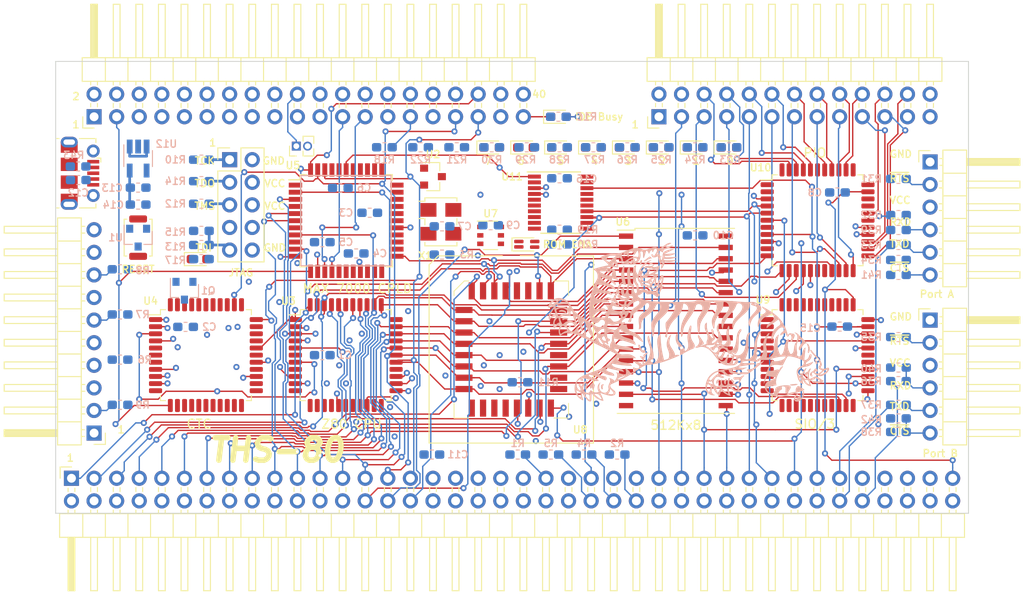
<source format=kicad_pcb>
(kicad_pcb (version 20190605) (host pcbnew "(5.1.0-1458-gf057bfc7c)")
  (layers (0 "F.Cu" signal) (1 "In1.Cu" signal) (2 "In2.Cu" power) (31 "B.Cu" signal) (34 "B.Paste" user hide) (35 "F.Paste" user hide) (36 "B.SilkS" user hide) (37 "F.SilkS" user hide) (38 "B.Mask" user hide) (39 "F.Mask" user) (44 "Edge.Cuts" user))
  (net 0 "")
  (net 1 "GND")
  (net 2 "/~NMI")
  (net 3 "/~WAIT")
  (net 4 "/~INT")
  (net 5 "/A15")
  (net 6 "/A14")
  (net 7 "/A13")
  (net 8 "/A12")
  (net 9 "/A11")
  (net 10 "/A10")
  (net 11 "/A9")
  (net 12 "/A8")
  (net 13 "/A7")
  (net 14 "/A6")
  (net 15 "/A5")
  (net 16 "/A4")
  (net 17 "/A3")
  (net 18 "/A2")
  (net 19 "/A1")
  (net 20 "/A0")
  (net 21 "/D1")
  (net 22 "/D0")
  (net 23 "/D7")
  (net 24 "/D2")
  (net 25 "/D6")
  (net 26 "/D5")
  (net 27 "/D3")
  (net 28 "/D4")
  (net 29 "/~IORQ")
  (net 30 "/~RD")
  (net 31 "/~WR")
  (net 32 "/~MREQ")
  (net 33 "/~M1")
  (net 34 "/IEO")
  (net 35 "/IEI")
  (net 36 "/~RESET")
  (net 37 "/~BUSREQ")
  (net 38 "/~HALT")
  (net 39 "/~BUSACK")
  (net 40 "/RXB")
  (net 41 "/TXB")
  (net 42 "/RXA")
  (net 43 "/TXA")
  (net 44 "/~RTSA")
  (net 45 "/~CTSA")
  (net 46 "/~RTSB")
  (net 47 "/~CTSB")
  (net 48 "/TDO")
  (net 49 "/TCK")
  (net 50 "/TMS")
  (net 51 "/TDI")
  (net 52 "/CLK_U")
  (net 53 "/A16")
  (net 54 "/A17")
  (net 55 "/A18")
  (net 56 "/~ASTB")
  (net 57 "/ARDY")
  (net 58 "/PA7")
  (net 59 "/PA6")
  (net 60 "/PA5")
  (net 61 "/PA4")
  (net 62 "/PA3")
  (net 63 "/PA2")
  (net 64 "/PA1")
  (net 65 "/PA0")
  (net 66 "/~ROM")
  (net 67 "/~SIO")
  (net 68 "/~PIO")
  (net 69 "/~RAM")
  (net 70 "VCC")
  (net 71 "/~PAGE")
  (net 72 "/~RFSH")
  (net 73 "/~CF")
  (net 74 "Net-(D1-Pad2)")
  (net 75 "/ZT2")
  (net 76 "/ZT1")
  (net 77 "/ZT0")
  (net 78 "/CLK_CPU")
  (net 79 "Net-(D2-Pad2)")
  (net 80 "/3V3")
  (net 81 "Net-(D1-Pad1)")
  (net 82 "Net-(D3-Pad2)")
  (net 83 "/~BSTB")
  (net 84 "/BRDY")
  (net 85 "/PB7")
  (net 86 "/PB6")
  (net 87 "/PB5")
  (net 88 "/PB4")
  (net 89 "/PB3")
  (net 90 "/PB2")
  (net 91 "/PB1")
  (net 92 "/PB0")
  (net 93 "Net-(Q1-Pad1)")
  (net 94 "/~ACTIVE")
  (net 95 "/CLK_50")
  (net 96 "Net-(D4-Pad2)")
  (net 97 "Net-(D5-Pad2)")
  (net 98 "Net-(D6-Pad2)")
  (net 99 "Net-(D7-Pad2)")
  (net 100 "Net-(D8-Pad2)")
  (net 101 "Net-(D9-Pad2)")
  (net 102 "Net-(D10-Pad2)")
  (net 103 "Net-(D11-Pad2)")
  (net 104 "/D_LED")
  (net 105 "Net-(C12-Pad1)")
  (net 106 "+5V")
  (net 107 "Net-(D3-Pad1)")
  (net 108 "Net-(D3-Pad4)")
  (net 109 "Net-(D3-Pad3)")
  (net 110 "Net-(J4-Pad38)")
  (net 111 "Net-(J4-Pad34)")
  (net 112 "Net-(J4-Pad29)")
  (net 113 "Net-(J4-Pad20)")
  (net 114 "Net-(J6-Pad6)")
  (net 115 "Net-(J6-Pad5)")
  (net 116 "Net-(J6-Pad4)")
  (net 117 "Net-(J6-Pad2)")
  (net 118 "Net-(J7-Pad6)")
  (net 119 "Net-(J7-Pad5)")
  (net 120 "Net-(J7-Pad4)")
  (net 121 "Net-(J7-Pad2)")
  (net 122 "Net-(R3-Pad1)")
  (net 123 "Net-(R11-Pad2)")
  (net 124 "Net-(R23-Pad1)")
  (net 125 "Net-(R24-Pad1)")
  (net 126 "Net-(R25-Pad1)")
  (net 127 "Net-(R26-Pad1)")
  (net 128 "Net-(R27-Pad1)")
  (net 129 "Net-(R28-Pad1)")
  (net 130 "Net-(R29-Pad1)")
  (net 131 "Net-(R30-Pad1)")
  (net 132 "Net-(J8-Pad1)")
  (module "Package_SO:TSOP-II-32_21.0x10.2mm_P1.27mm" (layer "F.Cu") (at 171.577 110.958)
    (fp_text reference "U6" (at -5.969 -11.136) (layer "F.SilkS") (effects (font (size 0.8128 0.8128) (thickness 0.1524))))
    (fp_text value "SRAM - IS62C5128BL-45TLI")
    (pad "32" smd rect (at 5.6 -9.525) (size 1.6 0.6) (layers "F.Cu" "F.Paste" "F.Mask") (net 70 "VCC"))
    (pad "31" smd rect (at 5.6 -8.255) (size 1.6 0.6) (layers "F.Cu" "F.Paste" "F.Mask") (net 5 "/A15"))
    (pad "30" smd rect (at 5.6 -6.985) (size 1.6 0.6) (layers "F.Cu" "F.Paste" "F.Mask") (net 55 "/A18"))
    (pad "29" smd rect (at 5.6 -5.715) (size 1.6 0.6) (layers "F.Cu" "F.Paste" "F.Mask") (net 31 "/~WR"))
    (pad "28" smd rect (at 5.6 -4.445) (size 1.6 0.6) (layers "F.Cu" "F.Paste" "F.Mask") (net 7 "/A13"))
    (pad "27" smd rect (at 5.6 -3.175) (size 1.6 0.6) (layers "F.Cu" "F.Paste" "F.Mask") (net 12 "/A8"))
    (pad "26" smd rect (at 5.6 -1.905) (size 1.6 0.6) (layers "F.Cu" "F.Paste" "F.Mask") (net 11 "/A9"))
    (pad "25" smd rect (at 5.6 -0.625) (size 1.6 0.6) (layers "F.Cu" "F.Paste" "F.Mask") (net 9 "/A11"))
    (pad "24" smd rect (at 5.6 0.625) (size 1.6 0.6) (layers "F.Cu" "F.Paste" "F.Mask") (net 30 "/~RD"))
    (pad "23" smd rect (at 5.6 1.905) (size 1.6 0.6) (layers "F.Cu" "F.Paste" "F.Mask") (net 10 "/A10"))
    (pad "22" smd rect (at 5.6 3.175) (size 1.6 0.6) (layers "F.Cu" "F.Paste" "F.Mask") (net 69 "/~RAM"))
    (pad "21" smd rect (at 5.6 4.445) (size 1.6 0.6) (layers "F.Cu" "F.Paste" "F.Mask") (net 23 "/D7"))
    (pad "20" smd rect (at 5.6 5.715) (size 1.6 0.6) (layers "F.Cu" "F.Paste" "F.Mask") (net 25 "/D6"))
    (pad "19" smd rect (at 5.6 6.985) (size 1.6 0.6) (layers "F.Cu" "F.Paste" "F.Mask") (net 26 "/D5"))
    (pad "18" smd rect (at 5.6 8.255) (size 1.6 0.6) (layers "F.Cu" "F.Paste" "F.Mask") (net 28 "/D4"))
    (pad "17" smd rect (at 5.6 9.525) (size 1.6 0.6) (layers "F.Cu" "F.Paste" "F.Mask") (net 27 "/D3"))
    (pad "16" smd rect (at -5.6 9.525) (size 1.6 0.6) (layers "F.Cu" "F.Paste" "F.Mask") (net 1 "GND"))
    (pad "15" smd rect (at -5.6 8.255) (size 1.6 0.6) (layers "F.Cu" "F.Paste" "F.Mask") (net 24 "/D2"))
    (pad "14" smd rect (at -5.6 6.985) (size 1.6 0.6) (layers "F.Cu" "F.Paste" "F.Mask") (net 21 "/D1"))
    (pad "13" smd rect (at -5.6 5.715) (size 1.6 0.6) (layers "F.Cu" "F.Paste" "F.Mask") (net 22 "/D0"))
    (pad "12" smd rect (at -5.6 4.445) (size 1.6 0.6) (layers "F.Cu" "F.Paste" "F.Mask") (net 20 "/A0"))
    (pad "11" smd rect (at -5.6 3.175) (size 1.6 0.6) (layers "F.Cu" "F.Paste" "F.Mask") (net 19 "/A1"))
    (pad "10" smd rect (at -5.6 1.905) (size 1.6 0.6) (layers "F.Cu" "F.Paste" "F.Mask") (net 18 "/A2"))
    (pad "9" smd rect (at -5.6 0.625) (size 1.6 0.6) (layers "F.Cu" "F.Paste" "F.Mask") (net 17 "/A3"))
    (pad "8" smd rect (at -5.6 -0.625) (size 1.6 0.6) (layers "F.Cu" "F.Paste" "F.Mask") (net 16 "/A4"))
    (pad "7" smd rect (at -5.6 -1.905) (size 1.6 0.6) (layers "F.Cu" "F.Paste" "F.Mask") (net 15 "/A5"))
    (pad "6" smd rect (at -5.6 -3.175) (size 1.6 0.6) (layers "F.Cu" "F.Paste" "F.Mask") (net 14 "/A6"))
    (pad "5" smd rect (at -5.6 -4.445) (size 1.6 0.6) (layers "F.Cu" "F.Paste" "F.Mask") (net 13 "/A7"))
    (pad "4" smd rect (at -5.6 -5.715) (size 1.6 0.6) (layers "F.Cu" "F.Paste" "F.Mask") (net 8 "/A12"))
    (pad "3" smd rect (at -5.6 -6.985) (size 1.6 0.6) (layers "F.Cu" "F.Paste" "F.Mask") (net 6 "/A14"))
    (pad "2" smd rect (at -5.6 -8.255) (size 1.6 0.6) (layers "F.Cu" "F.Paste" "F.Mask") (net 53 "/A16"))
    (pad "1" smd rect (at -5.6 -9.525) (size 1.6 0.6) (layers "F.Cu" "F.Paste" "F.Mask") (net 54 "/A17"))
  )
  (module "Connector_PinHeader_2.54mm:PinHeader_2x13_P2.54mm_Horizontal" (layer "F.Cu") (at 169.672 88.011 90)
    (fp_text reference "J5" hide)
    (fp_text value "PIO Header")
    (pad "26" thru_hole oval (at 2.54 30.48 90) (size 1.7 1.7) (drill 1) (layers *.Cu *.Mask) (net 70 "VCC"))
    (pad "25" thru_hole oval (at 0 30.48 90) (size 1.7 1.7) (drill 1) (layers *.Cu *.Mask) (net 1 "GND"))
    (pad "24" thru_hole oval (at 2.54 27.94 90) (size 1.7 1.7) (drill 1) (layers *.Cu *.Mask) (net 83 "/~BSTB"))
    (pad "23" thru_hole oval (at 0 27.94 90) (size 1.7 1.7) (drill 1) (layers *.Cu *.Mask) (net 1 "GND"))
    (pad "22" thru_hole oval (at 2.54 25.4 90) (size 1.7 1.7) (drill 1) (layers *.Cu *.Mask) (net 84 "/BRDY"))
    (pad "21" thru_hole oval (at 0 25.4 90) (size 1.7 1.7) (drill 1) (layers *.Cu *.Mask) (net 56 "/~ASTB"))
    (pad "20" thru_hole oval (at 2.54 22.86 90) (size 1.7 1.7) (drill 1) (layers *.Cu *.Mask) (net 92 "/PB0"))
    (pad "19" thru_hole oval (at 0 22.86 90) (size 1.7 1.7) (drill 1) (layers *.Cu *.Mask) (net 57 "/ARDY"))
    (pad "18" thru_hole oval (at 2.54 20.32 90) (size 1.7 1.7) (drill 1) (layers *.Cu *.Mask) (net 91 "/PB1"))
    (pad "17" thru_hole oval (at 0 20.32 90) (size 1.7 1.7) (drill 1) (layers *.Cu *.Mask) (net 65 "/PA0"))
    (pad "16" thru_hole oval (at 2.54 17.78 90) (size 1.7 1.7) (drill 1) (layers *.Cu *.Mask) (net 90 "/PB2"))
    (pad "15" thru_hole oval (at 0 17.78 90) (size 1.7 1.7) (drill 1) (layers *.Cu *.Mask) (net 64 "/PA1"))
    (pad "14" thru_hole oval (at 2.54 15.24 90) (size 1.7 1.7) (drill 1) (layers *.Cu *.Mask) (net 89 "/PB3"))
    (pad "13" thru_hole oval (at 0 15.24 90) (size 1.7 1.7) (drill 1) (layers *.Cu *.Mask) (net 63 "/PA2"))
    (pad "12" thru_hole oval (at 2.54 12.7 90) (size 1.7 1.7) (drill 1) (layers *.Cu *.Mask) (net 88 "/PB4"))
    (pad "11" thru_hole oval (at 0 12.7 90) (size 1.7 1.7) (drill 1) (layers *.Cu *.Mask) (net 62 "/PA3"))
    (pad "10" thru_hole oval (at 2.54 10.16 90) (size 1.7 1.7) (drill 1) (layers *.Cu *.Mask) (net 87 "/PB5"))
    (pad "9" thru_hole oval (at 0 10.16 90) (size 1.7 1.7) (drill 1) (layers *.Cu *.Mask) (net 61 "/PA4"))
    (pad "8" thru_hole oval (at 2.54 7.62 90) (size 1.7 1.7) (drill 1) (layers *.Cu *.Mask) (net 86 "/PB6"))
    (pad "7" thru_hole oval (at 0 7.62 90) (size 1.7 1.7) (drill 1) (layers *.Cu *.Mask) (net 60 "/PA5"))
    (pad "6" thru_hole oval (at 2.54 5.08 90) (size 1.7 1.7) (drill 1) (layers *.Cu *.Mask) (net 85 "/PB7"))
    (pad "5" thru_hole oval (at 0 5.08 90) (size 1.7 1.7) (drill 1) (layers *.Cu *.Mask) (net 59 "/PA6"))
    (pad "4" thru_hole oval (at 2.54 2.54 90) (size 1.7 1.7) (drill 1) (layers *.Cu *.Mask) (net 1 "GND"))
    (pad "3" thru_hole oval (at 0 2.54 90) (size 1.7 1.7) (drill 1) (layers *.Cu *.Mask) (net 58 "/PA7"))
    (pad "2" thru_hole oval (at 2.54 0 90) (size 1.7 1.7) (drill 1) (layers *.Cu *.Mask) (net 1 "GND"))
    (pad "1" thru_hole rect (at 0 0 90) (size 1.7 1.7) (drill 1) (layers *.Cu *.Mask) (net 70 "VCC"))
  )
  (module "Connector_PinHeader_1.27mm:PinHeader_1x02_P1.27mm_Vertical" (layer "F.Cu") (at 128.905 91.313 90)
    (fp_text reference "JP1" hide)
    (fp_text value "Jumper_NC_Small")
    (pad "2" thru_hole oval (at 0 1.27 90) (size 1 1) (drill 0.65) (layers *.Cu *.Mask) (net 70 "VCC"))
    (pad "1" thru_hole rect (at 0 0 90) (size 1 1) (drill 0.65) (layers *.Cu *.Mask) (net 113 "Net-(J4-Pad20)"))
  )
  (module "Connector_PinHeader_2.54mm:PinHeader_2x20_P2.54mm_Horizontal" (layer "F.Cu") (at 106.172 88.011 90)
    (fp_text reference "J4" hide)
    (fp_text value "IDE")
    (pad "40" thru_hole oval (at 2.54 48.26 90) (size 1.7 1.7) (drill 1) (layers *.Cu *.Mask) (net 1 "GND"))
    (pad "39" thru_hole oval (at 0 48.26 90) (size 1.7 1.7) (drill 1) (layers *.Cu *.Mask) (net 94 "/~ACTIVE"))
    (pad "38" thru_hole oval (at 2.54 45.72 90) (size 1.7 1.7) (drill 1) (layers *.Cu *.Mask) (net 110 "Net-(J4-Pad38)"))
    (pad "37" thru_hole oval (at 0 45.72 90) (size 1.7 1.7) (drill 1) (layers *.Cu *.Mask) (net 73 "/~CF"))
    (pad "36" thru_hole oval (at 2.54 43.18 90) (size 1.7 1.7) (drill 1) (layers *.Cu *.Mask) (net 18 "/A2"))
    (pad "35" thru_hole oval (at 0 43.18 90) (size 1.7 1.7) (drill 1) (layers *.Cu *.Mask) (net 20 "/A0"))
    (pad "34" thru_hole oval (at 2.54 40.64 90) (size 1.7 1.7) (drill 1) (layers *.Cu *.Mask) (net 111 "Net-(J4-Pad34)"))
    (pad "33" thru_hole oval (at 0 40.64 90) (size 1.7 1.7) (drill 1) (layers *.Cu *.Mask) (net 19 "/A1"))
    (pad "32" thru_hole oval (at 2.54 38.1 90) (size 1.7 1.7) (drill 1) (layers *.Cu *.Mask))
    (pad "31" thru_hole oval (at 0 38.1 90) (size 1.7 1.7) (drill 1) (layers *.Cu *.Mask))
    (pad "30" thru_hole oval (at 2.54 35.56 90) (size 1.7 1.7) (drill 1) (layers *.Cu *.Mask) (net 1 "GND"))
    (pad "29" thru_hole oval (at 0 35.56 90) (size 1.7 1.7) (drill 1) (layers *.Cu *.Mask) (net 112 "Net-(J4-Pad29)"))
    (pad "28" thru_hole oval (at 2.54 33.02 90) (size 1.7 1.7) (drill 1) (layers *.Cu *.Mask))
    (pad "27" thru_hole oval (at 0 33.02 90) (size 1.7 1.7) (drill 1) (layers *.Cu *.Mask))
    (pad "26" thru_hole oval (at 2.54 30.48 90) (size 1.7 1.7) (drill 1) (layers *.Cu *.Mask) (net 1 "GND"))
    (pad "25" thru_hole oval (at 0 30.48 90) (size 1.7 1.7) (drill 1) (layers *.Cu *.Mask) (net 30 "/~RD"))
    (pad "24" thru_hole oval (at 2.54 27.94 90) (size 1.7 1.7) (drill 1) (layers *.Cu *.Mask) (net 1 "GND"))
    (pad "23" thru_hole oval (at 0 27.94 90) (size 1.7 1.7) (drill 1) (layers *.Cu *.Mask) (net 31 "/~WR"))
    (pad "22" thru_hole oval (at 2.54 25.4 90) (size 1.7 1.7) (drill 1) (layers *.Cu *.Mask) (net 1 "GND"))
    (pad "21" thru_hole oval (at 0 25.4 90) (size 1.7 1.7) (drill 1) (layers *.Cu *.Mask))
    (pad "20" thru_hole oval (at 2.54 22.86 90) (size 1.7 1.7) (drill 1) (layers *.Cu *.Mask) (net 113 "Net-(J4-Pad20)"))
    (pad "19" thru_hole oval (at 0 22.86 90) (size 1.7 1.7) (drill 1) (layers *.Cu *.Mask) (net 1 "GND"))
    (pad "18" thru_hole oval (at 2.54 20.32 90) (size 1.7 1.7) (drill 1) (layers *.Cu *.Mask))
    (pad "17" thru_hole oval (at 0 20.32 90) (size 1.7 1.7) (drill 1) (layers *.Cu *.Mask) (net 22 "/D0"))
    (pad "16" thru_hole oval (at 2.54 17.78 90) (size 1.7 1.7) (drill 1) (layers *.Cu *.Mask))
    (pad "15" thru_hole oval (at 0 17.78 90) (size 1.7 1.7) (drill 1) (layers *.Cu *.Mask) (net 21 "/D1"))
    (pad "14" thru_hole oval (at 2.54 15.24 90) (size 1.7 1.7) (drill 1) (layers *.Cu *.Mask))
    (pad "13" thru_hole oval (at 0 15.24 90) (size 1.7 1.7) (drill 1) (layers *.Cu *.Mask) (net 24 "/D2"))
    (pad "12" thru_hole oval (at 2.54 12.7 90) (size 1.7 1.7) (drill 1) (layers *.Cu *.Mask))
    (pad "11" thru_hole oval (at 0 12.7 90) (size 1.7 1.7) (drill 1) (layers *.Cu *.Mask) (net 27 "/D3"))
    (pad "10" thru_hole oval (at 2.54 10.16 90) (size 1.7 1.7) (drill 1) (layers *.Cu *.Mask))
    (pad "9" thru_hole oval (at 0 10.16 90) (size 1.7 1.7) (drill 1) (layers *.Cu *.Mask) (net 28 "/D4"))
    (pad "8" thru_hole oval (at 2.54 7.62 90) (size 1.7 1.7) (drill 1) (layers *.Cu *.Mask))
    (pad "7" thru_hole oval (at 0 7.62 90) (size 1.7 1.7) (drill 1) (layers *.Cu *.Mask) (net 26 "/D5"))
    (pad "6" thru_hole oval (at 2.54 5.08 90) (size 1.7 1.7) (drill 1) (layers *.Cu *.Mask))
    (pad "5" thru_hole oval (at 0 5.08 90) (size 1.7 1.7) (drill 1) (layers *.Cu *.Mask) (net 25 "/D6"))
    (pad "4" thru_hole oval (at 2.54 2.54 90) (size 1.7 1.7) (drill 1) (layers *.Cu *.Mask))
    (pad "3" thru_hole oval (at 0 2.54 90) (size 1.7 1.7) (drill 1) (layers *.Cu *.Mask) (net 23 "/D7"))
    (pad "2" thru_hole oval (at 2.54 0 90) (size 1.7 1.7) (drill 1) (layers *.Cu *.Mask) (net 1 "GND"))
    (pad "1" thru_hole rect (at 0 0 90) (size 1.7 1.7) (drill 1) (layers *.Cu *.Mask) (net 36 "/~RESET"))
  )
  (module "Package_QFP:LQFP-44_10x10mm_P0.8mm" (layer "F.Cu") (at 118.745 114.808)
    (fp_text reference "U4" (at -6.223 -6.096) (layer "F.SilkS") (effects (font (size 0.8128 0.8128) (thickness 0.1524))))
    (fp_text value "CTC - Z84C3010AEG")
    (pad "44" smd roundrect (at -4 -5.6625) (size 0.55 1.475) (layers "F.Cu" "F.Paste" "F.Mask"))
    (pad "43" smd roundrect (at -3.2 -5.6625) (size 0.55 1.475) (layers "F.Cu" "F.Paste" "F.Mask") (net 70 "VCC"))
    (pad "42" smd roundrect (at -2.4 -5.6625) (size 0.55 1.475) (layers "F.Cu" "F.Paste" "F.Mask"))
    (pad "41" smd roundrect (at -1.6 -5.6625) (size 0.55 1.475) (layers "F.Cu" "F.Paste" "F.Mask") (net 52 "/CLK_U"))
    (pad "40" smd roundrect (at -0.8 -5.6625) (size 0.55 1.475) (layers "F.Cu" "F.Paste" "F.Mask") (net 52 "/CLK_U"))
    (pad "39" smd roundrect (at 0 -5.6625) (size 0.55 1.475) (layers "F.Cu" "F.Paste" "F.Mask"))
    (pad "38" smd roundrect (at 0.8 -5.6625) (size 0.55 1.475) (layers "F.Cu" "F.Paste" "F.Mask"))
    (pad "37" smd roundrect (at 1.6 -5.6625) (size 0.55 1.475) (layers "F.Cu" "F.Paste" "F.Mask") (net 52 "/CLK_U"))
    (pad "36" smd roundrect (at 2.4 -5.6625) (size 0.55 1.475) (layers "F.Cu" "F.Paste" "F.Mask") (net 52 "/CLK_U"))
    (pad "35" smd roundrect (at 3.2 -5.6625) (size 0.55 1.475) (layers "F.Cu" "F.Paste" "F.Mask") (net 19 "/A1"))
    (pad "34" smd roundrect (at 4 -5.6625) (size 0.55 1.475) (layers "F.Cu" "F.Paste" "F.Mask"))
    (pad "33" smd roundrect (at 5.6625 -4) (size 1.475 0.55) (layers "F.Cu" "F.Paste" "F.Mask") (net 20 "/A0"))
    (pad "32" smd roundrect (at 5.6625 -3.2) (size 1.475 0.55) (layers "F.Cu" "F.Paste" "F.Mask") (net 36 "/~RESET"))
    (pad "31" smd roundrect (at 5.6625 -2.4) (size 1.475 0.55) (layers "F.Cu" "F.Paste" "F.Mask") (net 67 "/~SIO"))
    (pad "30" smd roundrect (at 5.6625 -1.6) (size 1.475 0.55) (layers "F.Cu" "F.Paste" "F.Mask"))
    (pad "29" smd roundrect (at 5.6625 -0.8) (size 1.475 0.55) (layers "F.Cu" "F.Paste" "F.Mask") (net 78 "/CLK_CPU"))
    (pad "28" smd roundrect (at 5.6625 0) (size 1.475 0.55) (layers "F.Cu" "F.Paste" "F.Mask"))
    (pad "27" smd roundrect (at 5.6625 0.8) (size 1.475 0.55) (layers "F.Cu" "F.Paste" "F.Mask") (net 33 "/~M1"))
    (pad "26" smd roundrect (at 5.6625 1.6) (size 1.475 0.55) (layers "F.Cu" "F.Paste" "F.Mask"))
    (pad "25" smd roundrect (at 5.6625 2.4) (size 1.475 0.55) (layers "F.Cu" "F.Paste" "F.Mask") (net 35 "/IEI"))
    (pad "24" smd roundrect (at 5.6625 3.2) (size 1.475 0.55) (layers "F.Cu" "F.Paste" "F.Mask"))
    (pad "23" smd roundrect (at 5.6625 4) (size 1.475 0.55) (layers "F.Cu" "F.Paste" "F.Mask") (net 4 "/~INT"))
    (pad "22" smd roundrect (at 4 5.6625) (size 0.55 1.475) (layers "F.Cu" "F.Paste" "F.Mask") (net 34 "/IEO"))
    (pad "21" smd roundrect (at 3.2 5.6625) (size 0.55 1.475) (layers "F.Cu" "F.Paste" "F.Mask") (net 29 "/~IORQ"))
    (pad "20" smd roundrect (at 2.4 5.6625) (size 0.55 1.475) (layers "F.Cu" "F.Paste" "F.Mask"))
    (pad "19" smd roundrect (at 1.6 5.6625) (size 0.55 1.475) (layers "F.Cu" "F.Paste" "F.Mask") (net 75 "/ZT2"))
    (pad "18" smd roundrect (at 0.8 5.6625) (size 0.55 1.475) (layers "F.Cu" "F.Paste" "F.Mask") (net 76 "/ZT1"))
    (pad "17" smd roundrect (at 0 5.6625) (size 0.55 1.475) (layers "F.Cu" "F.Paste" "F.Mask"))
    (pad "16" smd roundrect (at -0.8 5.6625) (size 0.55 1.475) (layers "F.Cu" "F.Paste" "F.Mask") (net 77 "/ZT0"))
    (pad "15" smd roundrect (at -1.6 5.6625) (size 0.55 1.475) (layers "F.Cu" "F.Paste" "F.Mask"))
    (pad "14" smd roundrect (at -2.4 5.6625) (size 0.55 1.475) (layers "F.Cu" "F.Paste" "F.Mask") (net 30 "/~RD"))
    (pad "13" smd roundrect (at -3.2 5.6625) (size 0.55 1.475) (layers "F.Cu" "F.Paste" "F.Mask") (net 1 "GND"))
    (pad "12" smd roundrect (at -4 5.6625) (size 0.55 1.475) (layers "F.Cu" "F.Paste" "F.Mask") (net 23 "/D7"))
    (pad "11" smd roundrect (at -5.6625 4) (size 1.475 0.55) (layers "F.Cu" "F.Paste" "F.Mask"))
    (pad "10" smd roundrect (at -5.6625 3.2) (size 1.475 0.55) (layers "F.Cu" "F.Paste" "F.Mask") (net 25 "/D6"))
    (pad "9" smd roundrect (at -5.6625 2.4) (size 1.475 0.55) (layers "F.Cu" "F.Paste" "F.Mask") (net 26 "/D5"))
    (pad "8" smd roundrect (at -5.6625 1.6) (size 1.475 0.55) (layers "F.Cu" "F.Paste" "F.Mask") (net 28 "/D4"))
    (pad "7" smd roundrect (at -5.6625 0.8) (size 1.475 0.55) (layers "F.Cu" "F.Paste" "F.Mask"))
    (pad "6" smd roundrect (at -5.6625 0) (size 1.475 0.55) (layers "F.Cu" "F.Paste" "F.Mask"))
    (pad "5" smd roundrect (at -5.6625 -0.8) (size 1.475 0.55) (layers "F.Cu" "F.Paste" "F.Mask"))
    (pad "4" smd roundrect (at -5.6625 -1.6) (size 1.475 0.55) (layers "F.Cu" "F.Paste" "F.Mask") (net 27 "/D3"))
    (pad "3" smd roundrect (at -5.6625 -2.4) (size 1.475 0.55) (layers "F.Cu" "F.Paste" "F.Mask") (net 24 "/D2"))
    (pad "2" smd roundrect (at -5.6625 -3.2) (size 1.475 0.55) (layers "F.Cu" "F.Paste" "F.Mask") (net 21 "/D1"))
    (pad "1" smd roundrect (at -5.6625 -4) (size 1.475 0.55) (layers "F.Cu" "F.Paste" "F.Mask") (net 22 "/D0"))
  )
  (module "Package_QFP:LQFP-44_10x10mm_P0.8mm" (layer "F.Cu") (at 187.5045 114.808)
    (fp_text reference "U9" (at -6.1485 -6.223) (layer "F.SilkS") (effects (font (size 0.8128 0.8128) (thickness 0.1524))))
    (fp_text value "SIO/3 - Z84C4310AEG")
    (pad "44" smd roundrect (at -4 -5.6625) (size 0.55 1.475) (layers "F.Cu" "F.Paste" "F.Mask") (net 43 "/TXA"))
    (pad "43" smd roundrect (at -3.2 -5.6625) (size 0.55 1.475) (layers "F.Cu" "F.Paste" "F.Mask") (net 52 "/CLK_U"))
    (pad "42" smd roundrect (at -2.4 -5.6625) (size 0.55 1.475) (layers "F.Cu" "F.Paste" "F.Mask") (net 52 "/CLK_U"))
    (pad "41" smd roundrect (at -1.6 -5.6625) (size 0.55 1.475) (layers "F.Cu" "F.Paste" "F.Mask") (net 42 "/RXA"))
    (pad "40" smd roundrect (at -0.8 -5.6625) (size 0.55 1.475) (layers "F.Cu" "F.Paste" "F.Mask"))
    (pad "39" smd roundrect (at 0 -5.6625) (size 0.55 1.475) (layers "F.Cu" "F.Paste" "F.Mask"))
    (pad "38" smd roundrect (at 0.8 -5.6625) (size 0.55 1.475) (layers "F.Cu" "F.Paste" "F.Mask"))
    (pad "37" smd roundrect (at 1.6 -5.6625) (size 0.55 1.475) (layers "F.Cu" "F.Paste" "F.Mask") (net 70 "VCC"))
    (pad "36" smd roundrect (at 2.4 -5.6625) (size 0.55 1.475) (layers "F.Cu" "F.Paste" "F.Mask") (net 33 "/~M1"))
    (pad "35" smd roundrect (at 3.2 -5.6625) (size 0.55 1.475) (layers "F.Cu" "F.Paste" "F.Mask") (net 34 "/IEO"))
    (pad "34" smd roundrect (at 4 -5.6625) (size 0.55 1.475) (layers "F.Cu" "F.Paste" "F.Mask") (net 35 "/IEI"))
    (pad "33" smd roundrect (at 5.6625 -4) (size 1.475 0.55) (layers "F.Cu" "F.Paste" "F.Mask") (net 4 "/~INT"))
    (pad "32" smd roundrect (at 5.6625 -3.2) (size 1.475 0.55) (layers "F.Cu" "F.Paste" "F.Mask") (net 23 "/D7"))
    (pad "31" smd roundrect (at 5.6625 -2.4) (size 1.475 0.55) (layers "F.Cu" "F.Paste" "F.Mask") (net 26 "/D5"))
    (pad "30" smd roundrect (at 5.6625 -1.6) (size 1.475 0.55) (layers "F.Cu" "F.Paste" "F.Mask") (net 27 "/D3"))
    (pad "29" smd roundrect (at 5.6625 -0.8) (size 1.475 0.55) (layers "F.Cu" "F.Paste" "F.Mask") (net 21 "/D1"))
    (pad "28" smd roundrect (at 5.6625 0) (size 1.475 0.55) (layers "F.Cu" "F.Paste" "F.Mask"))
    (pad "27" smd roundrect (at 5.6625 0.8) (size 1.475 0.55) (layers "F.Cu" "F.Paste" "F.Mask"))
    (pad "26" smd roundrect (at 5.6625 1.6) (size 1.475 0.55) (layers "F.Cu" "F.Paste" "F.Mask") (net 24 "/D2"))
    (pad "25" smd roundrect (at 5.6625 2.4) (size 1.475 0.55) (layers "F.Cu" "F.Paste" "F.Mask") (net 28 "/D4"))
    (pad "24" smd roundrect (at 5.6625 3.2) (size 1.475 0.55) (layers "F.Cu" "F.Paste" "F.Mask") (net 25 "/D6"))
    (pad "23" smd roundrect (at 5.6625 4) (size 1.475 0.55) (layers "F.Cu" "F.Paste" "F.Mask") (net 29 "/~IORQ"))
    (pad "22" smd roundrect (at 4 5.6625) (size 0.55 1.475) (layers "F.Cu" "F.Paste" "F.Mask") (net 67 "/~SIO"))
    (pad "21" smd roundrect (at 3.2 5.6625) (size 0.55 1.475) (layers "F.Cu" "F.Paste" "F.Mask") (net 19 "/A1"))
    (pad "20" smd roundrect (at 2.4 5.6625) (size 0.55 1.475) (layers "F.Cu" "F.Paste" "F.Mask") (net 20 "/A0"))
    (pad "19" smd roundrect (at 1.6 5.6625) (size 0.55 1.475) (layers "F.Cu" "F.Paste" "F.Mask") (net 30 "/~RD"))
    (pad "18" smd roundrect (at 0.8 5.6625) (size 0.55 1.475) (layers "F.Cu" "F.Paste" "F.Mask") (net 1 "GND"))
    (pad "17" smd roundrect (at 0 5.6625) (size 0.55 1.475) (layers "F.Cu" "F.Paste" "F.Mask"))
    (pad "16" smd roundrect (at -0.8 5.6625) (size 0.55 1.475) (layers "F.Cu" "F.Paste" "F.Mask"))
    (pad "15" smd roundrect (at -1.6 5.6625) (size 0.55 1.475) (layers "F.Cu" "F.Paste" "F.Mask"))
    (pad "14" smd roundrect (at -2.4 5.6625) (size 0.55 1.475) (layers "F.Cu" "F.Paste" "F.Mask") (net 40 "/RXB"))
    (pad "13" smd roundrect (at -3.2 5.6625) (size 0.55 1.475) (layers "F.Cu" "F.Paste" "F.Mask") (net 52 "/CLK_U"))
    (pad "12" smd roundrect (at -4 5.6625) (size 0.55 1.475) (layers "F.Cu" "F.Paste" "F.Mask") (net 52 "/CLK_U"))
    (pad "11" smd roundrect (at -5.6625 4) (size 1.475 0.55) (layers "F.Cu" "F.Paste" "F.Mask") (net 41 "/TXB"))
    (pad "10" smd roundrect (at -5.6625 3.2) (size 1.475 0.55) (layers "F.Cu" "F.Paste" "F.Mask"))
    (pad "9" smd roundrect (at -5.6625 2.4) (size 1.475 0.55) (layers "F.Cu" "F.Paste" "F.Mask") (net 46 "/~RTSB"))
    (pad "8" smd roundrect (at -5.6625 1.6) (size 1.475 0.55) (layers "F.Cu" "F.Paste" "F.Mask") (net 47 "/~CTSB"))
    (pad "7" smd roundrect (at -5.6625 0.8) (size 1.475 0.55) (layers "F.Cu" "F.Paste" "F.Mask") (net 1 "GND"))
    (pad "6" smd roundrect (at -5.6625 0) (size 1.475 0.55) (layers "F.Cu" "F.Paste" "F.Mask") (net 36 "/~RESET"))
    (pad "5" smd roundrect (at -5.6625 -0.8) (size 1.475 0.55) (layers "F.Cu" "F.Paste" "F.Mask") (net 78 "/CLK_CPU"))
    (pad "4" smd roundrect (at -5.6625 -1.6) (size 1.475 0.55) (layers "F.Cu" "F.Paste" "F.Mask") (net 1 "GND"))
    (pad "3" smd roundrect (at -5.6625 -2.4) (size 1.475 0.55) (layers "F.Cu" "F.Paste" "F.Mask") (net 45 "/~CTSA"))
    (pad "2" smd roundrect (at -5.6625 -3.2) (size 1.475 0.55) (layers "F.Cu" "F.Paste" "F.Mask") (net 44 "/~RTSA"))
    (pad "1" smd roundrect (at -5.6625 -4) (size 1.475 0.55) (layers "F.Cu" "F.Paste" "F.Mask"))
  )
  (module "Package_LCC:PLCC-32_SMD-Socket" (layer "F.Cu") (at 153.07475 114.173)
    (fp_text reference "U8" (at 7.747 9.017) (layer "F.SilkS") (effects (font (size 0.8128 0.8128) (thickness 0.1524))))
    (fp_text value "SST39SF040")
    (pad "1" smd rect (at -0.635 -6.5925) (size 0.7 1.925) (layers "F.Cu" "F.Paste" "F.Mask") (net 55 "/A18"))
    (pad "2" smd rect (at -1.905 -6.5925) (size 0.7 1.925) (layers "F.Cu" "F.Paste" "F.Mask") (net 53 "/A16"))
    (pad "3" smd rect (at -3.175 -6.5925) (size 0.7 1.925) (layers "F.Cu" "F.Paste" "F.Mask") (net 5 "/A15"))
    (pad "4" smd rect (at -4.445 -6.5925) (size 0.7 1.925) (layers "F.Cu" "F.Paste" "F.Mask") (net 8 "/A12"))
    (pad "32" smd rect (at 0.635 -6.5925) (size 0.7 1.925) (layers "F.Cu" "F.Paste" "F.Mask") (net 70 "VCC"))
    (pad "31" smd rect (at 1.905 -6.5925) (size 0.7 1.925) (layers "F.Cu" "F.Paste" "F.Mask") (net 123 "Net-(R11-Pad2)"))
    (pad "30" smd rect (at 3.175 -6.5925) (size 0.7 1.925) (layers "F.Cu" "F.Paste" "F.Mask") (net 54 "/A17"))
    (pad "29" smd rect (at 4.445 -6.5925) (size 0.7 1.925) (layers "F.Cu" "F.Paste" "F.Mask") (net 6 "/A14"))
    (pad "5" smd rect (at -5.3225 -4.445) (size 1.925 0.7) (layers "F.Cu" "F.Paste" "F.Mask") (net 13 "/A7"))
    (pad "6" smd rect (at -5.3225 -3.175) (size 1.925 0.7) (layers "F.Cu" "F.Paste" "F.Mask") (net 14 "/A6"))
    (pad "7" smd rect (at -5.3225 -1.905) (size 1.925 0.7) (layers "F.Cu" "F.Paste" "F.Mask") (net 15 "/A5"))
    (pad "8" smd rect (at -5.3225 -0.635) (size 1.925 0.7) (layers "F.Cu" "F.Paste" "F.Mask") (net 16 "/A4"))
    (pad "9" smd rect (at -5.3225 0.635) (size 1.925 0.7) (layers "F.Cu" "F.Paste" "F.Mask") (net 17 "/A3"))
    (pad "10" smd rect (at -5.3225 1.905) (size 1.925 0.7) (layers "F.Cu" "F.Paste" "F.Mask") (net 18 "/A2"))
    (pad "11" smd rect (at -5.3225 3.175) (size 1.925 0.7) (layers "F.Cu" "F.Paste" "F.Mask") (net 19 "/A1"))
    (pad "12" smd rect (at -5.3225 4.445) (size 1.925 0.7) (layers "F.Cu" "F.Paste" "F.Mask") (net 20 "/A0"))
    (pad "13" smd rect (at -4.445 6.5925) (size 0.7 1.925) (layers "F.Cu" "F.Paste" "F.Mask") (net 22 "/D0"))
    (pad "14" smd rect (at -3.175 6.5925) (size 0.7 1.925) (layers "F.Cu" "F.Paste" "F.Mask") (net 21 "/D1"))
    (pad "15" smd rect (at -1.905 6.5925) (size 0.7 1.925) (layers "F.Cu" "F.Paste" "F.Mask") (net 24 "/D2"))
    (pad "16" smd rect (at -0.635 6.5925) (size 0.7 1.925) (layers "F.Cu" "F.Paste" "F.Mask") (net 1 "GND"))
    (pad "17" smd rect (at 0.635 6.5925) (size 0.7 1.925) (layers "F.Cu" "F.Paste" "F.Mask") (net 27 "/D3"))
    (pad "18" smd rect (at 1.905 6.5925) (size 0.7 1.925) (layers "F.Cu" "F.Paste" "F.Mask") (net 28 "/D4"))
    (pad "19" smd rect (at 3.175 6.5925) (size 0.7 1.925) (layers "F.Cu" "F.Paste" "F.Mask") (net 26 "/D5"))
    (pad "20" smd rect (at 4.445 6.5925) (size 0.7 1.925) (layers "F.Cu" "F.Paste" "F.Mask") (net 25 "/D6"))
    (pad "21" smd rect (at 5.3225 4.445) (size 1.925 0.7) (layers "F.Cu" "F.Paste" "F.Mask") (net 23 "/D7"))
    (pad "22" smd rect (at 5.3225 3.175) (size 1.925 0.7) (layers "F.Cu" "F.Paste" "F.Mask") (net 66 "/~ROM"))
    (pad "23" smd rect (at 5.3225 1.905) (size 1.925 0.7) (layers "F.Cu" "F.Paste" "F.Mask") (net 10 "/A10"))
    (pad "24" smd rect (at 5.3225 0.635) (size 1.925 0.7) (layers "F.Cu" "F.Paste" "F.Mask") (net 30 "/~RD"))
    (pad "25" smd rect (at 5.3225 -0.635) (size 1.925 0.7) (layers "F.Cu" "F.Paste" "F.Mask") (net 9 "/A11"))
    (pad "26" smd rect (at 5.3225 -1.905) (size 1.925 0.7) (layers "F.Cu" "F.Paste" "F.Mask") (net 11 "/A9"))
    (pad "27" smd rect (at 5.3225 -3.175) (size 1.925 0.7) (layers "F.Cu" "F.Paste" "F.Mask") (net 12 "/A8"))
    (pad "28" smd rect (at 5.3225 -4.445) (size 1.925 0.7) (layers "F.Cu" "F.Paste" "F.Mask") (net 7 "/A13"))
  )
  (module "Capacitor_SMD:C_0603_1608Metric_Pad1.05x0.95mm_HandSolder" (layer "B.Cu") (at 158.496 94.923792 180)
    (fp_text reference "C16" (at -3.048 -0.072208) (layer "B.SilkS") (effects (font (size 0.8128 0.8128) (thickness 0.1524)) (justify mirror)))
    (fp_text value "100nF")
    (pad "2" smd roundrect (at 0.875 0 180) (size 1.05 0.95) (layers "B.Cu" "B.Paste" "B.Mask") (net 1 "GND"))
    (pad "1" smd roundrect (at -0.875 0 180) (size 1.05 0.95) (layers "B.Cu" "B.Paste" "B.Mask") (net 70 "VCC"))
  )
  (module "Capacitor_SMD:C_0603_1608Metric_Pad1.05x0.95mm_HandSolder" (layer "B.Cu") (at 189.992 111.601)
    (fp_text reference "C15" (at -3.302 0.159) (layer "B.SilkS") (effects (font (size 0.8128 0.8128) (thickness 0.1524)) (justify mirror)))
    (fp_text value "100nF")
    (pad "2" smd roundrect (at 0.875 0) (size 1.05 0.95) (layers "B.Cu" "B.Paste" "B.Mask") (net 1 "GND"))
    (pad "1" smd roundrect (at -0.875 0) (size 1.05 0.95) (layers "B.Cu" "B.Paste" "B.Mask") (net 70 "VCC"))
  )
  (module "Connector_USB:USB_Micro-B_Molex-105017-0001" (layer "F.Cu") (at 104.6155 94.361 270)
    (fp_text reference "J8" hide)
    (fp_text value "USB_B_Micro")
    (pad "6" smd rect (at -2.9 1.2375 270) (size 1.2 1.9) (layers "F.Cu" "F.Mask") (net 105 "Net-(C12-Pad1)"))
    (pad "6" smd rect (at 2.9 1.2375 270) (size 1.2 1.9) (layers "F.Cu" "F.Mask") (net 105 "Net-(C12-Pad1)"))
    (pad "6" thru_hole oval (at 3.5 1.2375 270) (size 1.2 1.9) (drill oval 0.6 1.3) (layers *.Cu *.Mask) (net 105 "Net-(C12-Pad1)"))
    (pad "6" thru_hole oval (at -3.5 1.2375 90) (size 1.2 1.9) (drill oval 0.6 1.3) (layers *.Cu *.Mask) (net 105 "Net-(C12-Pad1)"))
    (pad "6" smd rect (at -1 1.2375 270) (size 1.5 1.9) (layers "F.Cu" "F.Paste" "F.Mask") (net 105 "Net-(C12-Pad1)"))
    (pad "6" thru_hole circle (at 2.5 -1.4625 270) (size 1.45 1.45) (drill 0.85) (layers *.Cu *.Mask) (net 105 "Net-(C12-Pad1)"))
    (pad "3" smd rect (at 0 -1.4625 270) (size 0.4 1.35) (layers "F.Cu" "F.Paste" "F.Mask"))
    (pad "4" smd rect (at 0.65 -1.4625 270) (size 0.4 1.35) (layers "F.Cu" "F.Paste" "F.Mask"))
    (pad "5" smd rect (at 1.3 -1.4625 270) (size 0.4 1.35) (layers "F.Cu" "F.Paste" "F.Mask") (net 105 "Net-(C12-Pad1)"))
    (pad "1" smd rect (at -1.3 -1.4625 270) (size 0.4 1.35) (layers "F.Cu" "F.Paste" "F.Mask") (net 132 "Net-(J8-Pad1)"))
    (pad "2" smd rect (at -0.65 -1.4625 270) (size 0.4 1.35) (layers "F.Cu" "F.Paste" "F.Mask"))
    (pad "6" thru_hole circle (at -2.5 -1.4625 270) (size 1.45 1.45) (drill 0.85) (layers *.Cu *.Mask) (net 105 "Net-(C12-Pad1)"))
    (pad "6" smd rect (at 1 1.2375 270) (size 1.5 1.9) (layers "F.Cu" "F.Paste" "F.Mask") (net 105 "Net-(C12-Pad1)"))
  )
  (module "Capacitor_SMD:C_0603_1608Metric_Pad1.05x0.95mm_HandSolder" (layer "B.Cu") (at 111.125 97.885)
    (fp_text reference "C14" (at -2.794 0.032) (layer "B.SilkS") (effects (font (size 0.8128 0.8128) (thickness 0.1524)) (justify mirror)))
    (fp_text value "1uF")
    (pad "2" smd roundrect (at 0.875 0) (size 1.05 0.95) (layers "B.Cu" "B.Paste" "B.Mask") (net 1 "GND"))
    (pad "1" smd roundrect (at -0.875 0) (size 1.05 0.95) (layers "B.Cu" "B.Paste" "B.Mask") (net 106 "+5V"))
  )
  (module "Capacitor_SMD:C_0603_1608Metric_Pad1.05x0.95mm_HandSolder" (layer "B.Cu") (at 111.125 95.98)
    (fp_text reference "C13" (at -2.921 0.032) (layer "B.SilkS") (effects (font (size 0.8128 0.8128) (thickness 0.1524)) (justify mirror)))
    (fp_text value "10uF")
    (pad "2" smd roundrect (at 0.875 0) (size 1.05 0.95) (layers "B.Cu" "B.Paste" "B.Mask") (net 1 "GND"))
    (pad "1" smd roundrect (at -0.875 0) (size 1.05 0.95) (layers "B.Cu" "B.Paste" "B.Mask") (net 106 "+5V"))
  )
  (module "Capacitor_SMD:C_0603_1608Metric_Pad1.05x0.95mm_HandSolder" (layer "B.Cu") (at 104.394 95.123)
    (fp_text reference "C12" (at 0 1.43) (layer "B.SilkS") (effects (font (size 0.8128 0.8128)) (justify mirror)))
    (fp_text value "100nF")
    (pad "2" smd roundrect (at 0.875 0) (size 1.05 0.95) (layers "B.Cu" "B.Paste" "B.Mask") (net 1 "GND"))
    (pad "1" smd roundrect (at -0.875 0) (size 1.05 0.95) (layers "B.Cu" "B.Paste" "B.Mask") (net 105 "Net-(C12-Pad1)"))
  )
  (module "Package_TO_SOT_SMD:SOT-23-5_HandSoldering" (layer "B.Cu") (at 111.125 92.71 270)
    (fp_text reference "U12" (at -1.651 -3.175 180) (layer "B.SilkS") (effects (font (size 0.8128 0.8128) (thickness 0.1524)) (justify mirror)))
    (fp_text value "MAX40200AUK")
    (pad "5" smd rect (at 1.35 0.95 270) (size 1.56 0.65) (layers "B.Cu" "B.Paste" "B.Mask") (net 106 "+5V"))
    (pad "4" smd rect (at 1.35 -0.95 270) (size 1.56 0.65) (layers "B.Cu" "B.Paste" "B.Mask"))
    (pad "3" smd rect (at -1.35 -0.95 270) (size 1.56 0.65) (layers "B.Cu" "B.Paste" "B.Mask") (net 132 "Net-(J8-Pad1)"))
    (pad "2" smd rect (at -1.35 0 270) (size 1.56 0.65) (layers "B.Cu" "B.Paste" "B.Mask") (net 1 "GND"))
    (pad "1" smd rect (at -1.35 0.95 270) (size 1.56 0.65) (layers "B.Cu" "B.Paste" "B.Mask") (net 132 "Net-(J8-Pad1)"))
  )
  (module "Resistor_SMD:R_0603_1608Metric_Pad1.05x0.95mm_HandSolder" (layer "B.Cu") (at 104.38 93.599)
    (fp_text reference "R43" (at -0.494 -1.27) (layer "B.SilkS") (effects (font (size 0.8128 0.8128) (thickness 0.1524)) (justify mirror)))
    (fp_text value "1M")
    (pad "2" smd roundrect (at 0.875 0) (size 1.05 0.95) (layers "B.Cu" "B.Paste" "B.Mask") (net 1 "GND"))
    (pad "1" smd roundrect (at -0.875 0) (size 1.05 0.95) (layers "B.Cu" "B.Paste" "B.Mask") (net 105 "Net-(C12-Pad1)"))
  )
  (module "Package_SO:TSOP-6_1.65x3.05mm_P0.95mm" (layer "F.Cu") (at 150.749 101.346)
    (fp_text reference "U7" (at 0 -2.45) (layer "F.SilkS") (effects (font (size 0.8128 0.8128) (thickness 0.1524))))
    (fp_text value "74HCT2G04")
    (pad "6" smd rect (at 1.16 -0.95) (size 0.7 0.51) (layers "F.Cu" "F.Paste" "F.Mask") (net 82 "Net-(D3-Pad2)"))
    (pad "5" smd rect (at 1.16 0) (size 0.7 0.51) (layers "F.Cu" "F.Paste" "F.Mask") (net 70 "VCC"))
    (pad "4" smd rect (at 1.16 0.95) (size 0.7 0.51) (layers "F.Cu" "F.Paste" "F.Mask") (net 108 "Net-(D3-Pad4)"))
    (pad "3" smd rect (at -1.16 0.95) (size 0.7 0.51) (layers "F.Cu" "F.Paste" "F.Mask") (net 82 "Net-(D3-Pad2)"))
    (pad "2" smd rect (at -1.16 0) (size 0.7 0.51) (layers "F.Cu" "F.Paste" "F.Mask") (net 1 "GND"))
    (pad "1" smd rect (at -1.16 -0.95) (size 0.7 0.51) (layers "F.Cu" "F.Paste" "F.Mask") (net 66 "/~ROM"))
  )
  (module "Package_QFP:TQFP-44_10x10mm_P0.8mm" (layer "F.Cu") (at 134.509875 99.695)
    (fp_text reference "U5" (at -5.985875 -6.223) (layer "F.SilkS") (effects (font (size 0.8128 0.8128) (thickness 0.1524))))
    (fp_text value "CPLD - EPM7032STC44")
    (pad "44" smd rect (at -4 -5.7 90) (size 1.5 0.55) (layers "F.Cu" "F.Paste" "F.Mask") (net 18 "/A2"))
    (pad "43" smd rect (at -3.2 -5.7 90) (size 1.5 0.55) (layers "F.Cu" "F.Paste" "F.Mask") (net 19 "/A1"))
    (pad "42" smd rect (at -2.4 -5.7 90) (size 1.5 0.55) (layers "F.Cu" "F.Paste" "F.Mask") (net 20 "/A0"))
    (pad "41" smd rect (at -1.6 -5.7 90) (size 1.5 0.55) (layers "F.Cu" "F.Paste" "F.Mask") (net 70 "VCC"))
    (pad "40" smd rect (at -0.8 -5.7 90) (size 1.5 0.55) (layers "F.Cu" "F.Paste" "F.Mask") (net 32 "/~MREQ"))
    (pad "39" smd rect (at 0 -5.7 90) (size 1.5 0.55) (layers "F.Cu" "F.Paste" "F.Mask") (net 36 "/~RESET"))
    (pad "38" smd rect (at 0.8 -5.7 90) (size 1.5 0.55) (layers "F.Cu" "F.Paste" "F.Mask") (net 29 "/~IORQ"))
    (pad "37" smd rect (at 1.6 -5.7 90) (size 1.5 0.55) (layers "F.Cu" "F.Paste" "F.Mask") (net 95 "/CLK_50"))
    (pad "36" smd rect (at 2.4 -5.7 90) (size 1.5 0.55) (layers "F.Cu" "F.Paste" "F.Mask") (net 1 "GND"))
    (pad "35" smd rect (at 3.2 -5.7 90) (size 1.5 0.55) (layers "F.Cu" "F.Paste" "F.Mask") (net 69 "/~RAM"))
    (pad "34" smd rect (at 4 -5.7 90) (size 1.5 0.55) (layers "F.Cu" "F.Paste" "F.Mask") (net 66 "/~ROM"))
    (pad "33" smd rect (at 5.7 -4) (size 1.5 0.55) (layers "F.Cu" "F.Paste" "F.Mask") (net 67 "/~SIO"))
    (pad "32" smd rect (at 5.7 -3.2) (size 1.5 0.55) (layers "F.Cu" "F.Paste" "F.Mask") (net 48 "/TDO"))
    (pad "31" smd rect (at 5.7 -2.4) (size 1.5 0.55) (layers "F.Cu" "F.Paste" "F.Mask"))
    (pad "30" smd rect (at 5.7 -1.6) (size 1.5 0.55) (layers "F.Cu" "F.Paste" "F.Mask") (net 68 "/~PIO"))
    (pad "29" smd rect (at 5.7 -0.8) (size 1.5 0.55) (layers "F.Cu" "F.Paste" "F.Mask") (net 70 "VCC"))
    (pad "28" smd rect (at 5.7 0) (size 1.5 0.55) (layers "F.Cu" "F.Paste" "F.Mask") (net 73 "/~CF"))
    (pad "27" smd rect (at 5.7 0.8) (size 1.5 0.55) (layers "F.Cu" "F.Paste" "F.Mask") (net 71 "/~PAGE"))
    (pad "26" smd rect (at 5.7 1.6) (size 1.5 0.55) (layers "F.Cu" "F.Paste" "F.Mask") (net 49 "/TCK"))
    (pad "25" smd rect (at 5.7 2.4) (size 1.5 0.55) (layers "F.Cu" "F.Paste" "F.Mask") (net 104 "/D_LED"))
    (pad "24" smd rect (at 5.7 3.2) (size 1.5 0.55) (layers "F.Cu" "F.Paste" "F.Mask") (net 1 "GND"))
    (pad "23" smd rect (at 5.7 4) (size 1.5 0.55) (layers "F.Cu" "F.Paste" "F.Mask") (net 53 "/A16"))
    (pad "22" smd rect (at 4 5.7 90) (size 1.5 0.55) (layers "F.Cu" "F.Paste" "F.Mask"))
    (pad "21" smd rect (at 3.2 5.7 90) (size 1.5 0.55) (layers "F.Cu" "F.Paste" "F.Mask"))
    (pad "20" smd rect (at 2.4 5.7 90) (size 1.5 0.55) (layers "F.Cu" "F.Paste" "F.Mask"))
    (pad "19" smd rect (at 1.6 5.7 90) (size 1.5 0.55) (layers "F.Cu" "F.Paste" "F.Mask") (net 78 "/CLK_CPU"))
    (pad "18" smd rect (at 0.8 5.7 90) (size 1.5 0.55) (layers "F.Cu" "F.Paste" "F.Mask") (net 52 "/CLK_U"))
    (pad "17" smd rect (at 0 5.7 90) (size 1.5 0.55) (layers "F.Cu" "F.Paste" "F.Mask") (net 70 "VCC"))
    (pad "16" smd rect (at -0.8 5.7 90) (size 1.5 0.55) (layers "F.Cu" "F.Paste" "F.Mask") (net 1 "GND"))
    (pad "15" smd rect (at -1.6 5.7 90) (size 1.5 0.55) (layers "F.Cu" "F.Paste" "F.Mask") (net 31 "/~WR"))
    (pad "14" smd rect (at -2.4 5.7 90) (size 1.5 0.55) (layers "F.Cu" "F.Paste" "F.Mask") (net 30 "/~RD"))
    (pad "13" smd rect (at -3.2 5.7 90) (size 1.5 0.55) (layers "F.Cu" "F.Paste" "F.Mask") (net 33 "/~M1"))
    (pad "12" smd rect (at -4 5.7 90) (size 1.5 0.55) (layers "F.Cu" "F.Paste" "F.Mask") (net 23 "/D7"))
    (pad "11" smd rect (at -5.7 4) (size 1.5 0.55) (layers "F.Cu" "F.Paste" "F.Mask") (net 22 "/D0"))
    (pad "10" smd rect (at -5.7 3.2) (size 1.5 0.55) (layers "F.Cu" "F.Paste" "F.Mask") (net 5 "/A15"))
    (pad "9" smd rect (at -5.7 2.4) (size 1.5 0.55) (layers "F.Cu" "F.Paste" "F.Mask") (net 70 "VCC"))
    (pad "8" smd rect (at -5.7 1.6) (size 1.5 0.55) (layers "F.Cu" "F.Paste" "F.Mask") (net 13 "/A7"))
    (pad "7" smd rect (at -5.7 0.8) (size 1.5 0.55) (layers "F.Cu" "F.Paste" "F.Mask") (net 50 "/TMS"))
    (pad "6" smd rect (at -5.7 0) (size 1.5 0.55) (layers "F.Cu" "F.Paste" "F.Mask") (net 14 "/A6"))
    (pad "5" smd rect (at -5.7 -0.8) (size 1.5 0.55) (layers "F.Cu" "F.Paste" "F.Mask") (net 15 "/A5"))
    (pad "4" smd rect (at -5.7 -1.6) (size 1.5 0.55) (layers "F.Cu" "F.Paste" "F.Mask") (net 1 "GND"))
    (pad "3" smd rect (at -5.7 -2.4) (size 1.5 0.55) (layers "F.Cu" "F.Paste" "F.Mask") (net 16 "/A4"))
    (pad "2" smd rect (at -5.7 -3.2) (size 1.5 0.55) (layers "F.Cu" "F.Paste" "F.Mask") (net 17 "/A3"))
    (pad "1" smd rect (at -5.7 -4) (size 1.5 0.55) (layers "F.Cu" "F.Paste" "F.Mask") (net 51 "/TDI"))
  )
  (module "Package_TO_SOT_SMD:SOT-23" (layer "F.Cu") (at 144.272 94.742)
    (fp_text reference "U2" (at 0 -2.5 180) (layer "F.SilkS") (effects (font (size 0.8128 0.8128) (thickness 0.1524))))
    (fp_text value "AP7381-33SA")
    (pad "3" smd rect (at 1 0) (size 0.9 0.8) (layers "F.Cu" "F.Paste" "F.Mask") (net 80 "/3V3"))
    (pad "2" smd rect (at -1 0.95) (size 0.9 0.8) (layers "F.Cu" "F.Paste" "F.Mask") (net 1 "GND"))
    (pad "1" smd rect (at -1 -0.95) (size 0.9 0.8) (layers "F.Cu" "F.Paste" "F.Mask") (net 70 "VCC"))
  )
  (module "Button_Switch_SMD:SW_Push_SPST_NO_Alps_SKRK" (layer "F.Cu") (at 111.125 101.6 270)
    (fp_text reference "SW1" hide)
    (fp_text value "Reset")
    (pad "1" smd roundrect (at -2.1 0 270) (size 0.8 2) (layers "F.Cu" "F.Paste" "F.Mask") (net 36 "/~RESET"))
    (pad "2" smd roundrect (at 2.1 0 270) (size 0.8 2) (layers "F.Cu" "F.Paste" "F.Mask") (net 1 "GND"))
  )
  (module "Connector_PinHeader_2.54mm:PinHeader_1x06_P2.54mm_Horizontal" (layer "F.Cu") (at 200.152 110.871)
    (fp_text reference "J7" hide)
    (fp_text value "Port B")
    (pad "6" thru_hole oval (at 0 12.7) (size 1.7 1.7) (drill 1) (layers *.Cu *.Mask) (net 118 "Net-(J7-Pad6)"))
    (pad "5" thru_hole oval (at 0 10.16) (size 1.7 1.7) (drill 1) (layers *.Cu *.Mask) (net 119 "Net-(J7-Pad5)"))
    (pad "4" thru_hole oval (at 0 7.62) (size 1.7 1.7) (drill 1) (layers *.Cu *.Mask) (net 120 "Net-(J7-Pad4)"))
    (pad "3" thru_hole oval (at 0 5.08) (size 1.7 1.7) (drill 1) (layers *.Cu *.Mask))
    (pad "2" thru_hole oval (at 0 2.54) (size 1.7 1.7) (drill 1) (layers *.Cu *.Mask) (net 121 "Net-(J7-Pad2)"))
    (pad "1" thru_hole rect (at 0 0) (size 1.7 1.7) (drill 1) (layers *.Cu *.Mask) (net 1 "GND"))
  )
  (module "Connector_PinHeader_2.54mm:PinHeader_1x06_P2.54mm_Horizontal" (layer "F.Cu") (at 200.152 93.091)
    (fp_text reference "J6" hide)
    (fp_text value "Port A")
    (pad "6" thru_hole oval (at 0 12.7) (size 1.7 1.7) (drill 1) (layers *.Cu *.Mask) (net 114 "Net-(J6-Pad6)"))
    (pad "5" thru_hole oval (at 0 10.16) (size 1.7 1.7) (drill 1) (layers *.Cu *.Mask) (net 115 "Net-(J6-Pad5)"))
    (pad "4" thru_hole oval (at 0 7.62) (size 1.7 1.7) (drill 1) (layers *.Cu *.Mask) (net 116 "Net-(J6-Pad4)"))
    (pad "3" thru_hole oval (at 0 5.08) (size 1.7 1.7) (drill 1) (layers *.Cu *.Mask))
    (pad "2" thru_hole oval (at 0 2.54) (size 1.7 1.7) (drill 1) (layers *.Cu *.Mask) (net 117 "Net-(J6-Pad2)"))
    (pad "1" thru_hole rect (at 0 0) (size 1.7 1.7) (drill 1) (layers *.Cu *.Mask) (net 1 "GND"))
  )
  (module "Connector_PinHeader_2.54mm:PinHeader_2x05_P2.54mm_Vertical" (layer "F.Cu") (at 121.412 92.837)
    (fp_text reference "J3" hide)
    (fp_text value "AVR-JTAG-10")
    (pad "10" thru_hole oval (at 2.54 10.16) (size 1.7 1.7) (drill 1) (layers *.Cu *.Mask) (net 1 "GND"))
    (pad "9" thru_hole oval (at 0 10.16) (size 1.7 1.7) (drill 1) (layers *.Cu *.Mask) (net 51 "/TDI"))
    (pad "8" thru_hole oval (at 2.54 7.62) (size 1.7 1.7) (drill 1) (layers *.Cu *.Mask))
    (pad "7" thru_hole oval (at 0 7.62) (size 1.7 1.7) (drill 1) (layers *.Cu *.Mask))
    (pad "6" thru_hole oval (at 2.54 5.08) (size 1.7 1.7) (drill 1) (layers *.Cu *.Mask) (net 70 "VCC"))
    (pad "5" thru_hole oval (at 0 5.08) (size 1.7 1.7) (drill 1) (layers *.Cu *.Mask) (net 50 "/TMS"))
    (pad "4" thru_hole oval (at 2.54 2.54) (size 1.7 1.7) (drill 1) (layers *.Cu *.Mask) (net 70 "VCC"))
    (pad "3" thru_hole oval (at 0 2.54) (size 1.7 1.7) (drill 1) (layers *.Cu *.Mask) (net 48 "/TDO"))
    (pad "2" thru_hole oval (at 2.54 0) (size 1.7 1.7) (drill 1) (layers *.Cu *.Mask) (net 1 "GND"))
    (pad "1" thru_hole rect (at 0 0) (size 1.7 1.7) (drill 1) (layers *.Cu *.Mask) (net 49 "/TCK"))
  )
  (module "Connector_PinHeader_2.54mm:PinHeader_1x10_P2.54mm_Horizontal" (layer "F.Cu") (at 106.172 123.571 180)
    (fp_text reference "J2" hide)
    (fp_text value "CTC Header")
    (pad "10" thru_hole oval (at 0 22.86 180) (size 1.7 1.7) (drill 1) (layers *.Cu *.Mask) (net 1 "GND"))
    (pad "9" thru_hole oval (at 0 20.32 180) (size 1.7 1.7) (drill 1) (layers *.Cu *.Mask))
    (pad "8" thru_hole oval (at 0 17.78 180) (size 1.7 1.7) (drill 1) (layers *.Cu *.Mask) (net 52 "/CLK_U"))
    (pad "7" thru_hole oval (at 0 15.24 180) (size 1.7 1.7) (drill 1) (layers *.Cu *.Mask) (net 75 "/ZT2"))
    (pad "6" thru_hole oval (at 0 12.7 180) (size 1.7 1.7) (drill 1) (layers *.Cu *.Mask) (net 52 "/CLK_U"))
    (pad "5" thru_hole oval (at 0 10.16 180) (size 1.7 1.7) (drill 1) (layers *.Cu *.Mask) (net 76 "/ZT1"))
    (pad "4" thru_hole oval (at 0 7.62 180) (size 1.7 1.7) (drill 1) (layers *.Cu *.Mask) (net 52 "/CLK_U"))
    (pad "3" thru_hole oval (at 0 5.08 180) (size 1.7 1.7) (drill 1) (layers *.Cu *.Mask) (net 77 "/ZT0"))
    (pad "2" thru_hole oval (at 0 2.54 180) (size 1.7 1.7) (drill 1) (layers *.Cu *.Mask) (net 52 "/CLK_U"))
    (pad "1" thru_hole rect (at 0 0 180) (size 1.7 1.7) (drill 1) (layers *.Cu *.Mask) (net 70 "VCC"))
  )
  (module "Connector_PinHeader_2.54mm:PinHeader_2x40_Top_Bottom_P2.54mm_Horizontal" (layer "F.Cu") (at 103.632 133.731 90)
    (fp_text reference "J1" hide)
    (fp_text value "RC80 Bus")
    (pad "80" thru_hole oval (at 2.54 99.06 90) (size 1.7 1.7) (drill 1) (layers *.Cu *.Mask) (net 34 "/IEO"))
    (pad "79" thru_hole oval (at 2.54 96.52 90) (size 1.7 1.7) (drill 1) (layers *.Cu *.Mask))
    (pad "78" thru_hole oval (at 2.54 93.98 90) (size 1.7 1.7) (drill 1) (layers *.Cu *.Mask))
    (pad "77" thru_hole oval (at 2.54 91.44 90) (size 1.7 1.7) (drill 1) (layers *.Cu *.Mask))
    (pad "76" thru_hole oval (at 2.54 88.9 90) (size 1.7 1.7) (drill 1) (layers *.Cu *.Mask) (net 40 "/RXB"))
    (pad "75" thru_hole oval (at 2.54 86.36 90) (size 1.7 1.7) (drill 1) (layers *.Cu *.Mask) (net 41 "/TXB"))
    (pad "74" thru_hole oval (at 2.54 83.82 90) (size 1.7 1.7) (drill 1) (layers *.Cu *.Mask))
    (pad "73" thru_hole oval (at 2.54 81.28 90) (size 1.7 1.7) (drill 1) (layers *.Cu *.Mask))
    (pad "72" thru_hole oval (at 2.54 78.74 90) (size 1.7 1.7) (drill 1) (layers *.Cu *.Mask))
    (pad "71" thru_hole oval (at 2.54 76.2 90) (size 1.7 1.7) (drill 1) (layers *.Cu *.Mask))
    (pad "70" thru_hole oval (at 2.54 73.66 90) (size 1.7 1.7) (drill 1) (layers *.Cu *.Mask))
    (pad "69" thru_hole oval (at 2.54 71.12 90) (size 1.7 1.7) (drill 1) (layers *.Cu *.Mask))
    (pad "68" thru_hole oval (at 2.54 68.58 90) (size 1.7 1.7) (drill 1) (layers *.Cu *.Mask))
    (pad "67" thru_hole oval (at 2.54 66.04 90) (size 1.7 1.7) (drill 1) (layers *.Cu *.Mask))
    (pad "66" thru_hole oval (at 2.54 63.5 90) (size 1.7 1.7) (drill 1) (layers *.Cu *.Mask) (net 2 "/~NMI"))
    (pad "65" thru_hole oval (at 2.54 60.96 90) (size 1.7 1.7) (drill 1) (layers *.Cu *.Mask) (net 3 "/~WAIT"))
    (pad "64" thru_hole oval (at 2.54 58.42 90) (size 1.7 1.7) (drill 1) (layers *.Cu *.Mask) (net 37 "/~BUSREQ"))
    (pad "63" thru_hole oval (at 2.54 55.88 90) (size 1.7 1.7) (drill 1) (layers *.Cu *.Mask) (net 38 "/~HALT"))
    (pad "62" thru_hole oval (at 2.54 53.34 90) (size 1.7 1.7) (drill 1) (layers *.Cu *.Mask) (net 39 "/~BUSACK"))
    (pad "61" thru_hole oval (at 2.54 50.8 90) (size 1.7 1.7) (drill 1) (layers *.Cu *.Mask))
    (pad "60" thru_hole oval (at 2.54 48.26 90) (size 1.7 1.7) (drill 1) (layers *.Cu *.Mask) (net 71 "/~PAGE"))
    (pad "59" thru_hole oval (at 2.54 45.72 90) (size 1.7 1.7) (drill 1) (layers *.Cu *.Mask) (net 72 "/~RFSH"))
    (pad "58" thru_hole oval (at 2.54 43.18 90) (size 1.7 1.7) (drill 1) (layers *.Cu *.Mask) (net 70 "VCC"))
    (pad "57" thru_hole oval (at 2.54 40.64 90) (size 1.7 1.7) (drill 1) (layers *.Cu *.Mask) (net 1 "GND"))
    (pad "56" thru_hole oval (at 2.54 38.1 90) (size 1.7 1.7) (drill 1) (layers *.Cu *.Mask) (net 53 "/A16"))
    (pad "55" thru_hole oval (at 2.54 35.56 90) (size 1.7 1.7) (drill 1) (layers *.Cu *.Mask) (net 54 "/A17"))
    (pad "54" thru_hole oval (at 2.54 33.02 90) (size 1.7 1.7) (drill 1) (layers *.Cu *.Mask) (net 55 "/A18"))
    (pad "53" thru_hole oval (at 2.54 30.48 90) (size 1.7 1.7) (drill 1) (layers *.Cu *.Mask))
    (pad "52" thru_hole oval (at 2.54 27.94 90) (size 1.7 1.7) (drill 1) (layers *.Cu *.Mask))
    (pad "51" thru_hole oval (at 2.54 25.4 90) (size 1.7 1.7) (drill 1) (layers *.Cu *.Mask))
    (pad "50" thru_hole oval (at 2.54 22.86 90) (size 1.7 1.7) (drill 1) (layers *.Cu *.Mask))
    (pad "49" thru_hole oval (at 2.54 20.32 90) (size 1.7 1.7) (drill 1) (layers *.Cu *.Mask))
    (pad "48" thru_hole oval (at 2.54 17.78 90) (size 1.7 1.7) (drill 1) (layers *.Cu *.Mask))
    (pad "47" thru_hole oval (at 2.54 15.24 90) (size 1.7 1.7) (drill 1) (layers *.Cu *.Mask))
    (pad "46" thru_hole oval (at 2.54 12.7 90) (size 1.7 1.7) (drill 1) (layers *.Cu *.Mask))
    (pad "45" thru_hole oval (at 2.54 10.16 90) (size 1.7 1.7) (drill 1) (layers *.Cu *.Mask))
    (pad "44" thru_hole oval (at 2.54 7.62 90) (size 1.7 1.7) (drill 1) (layers *.Cu *.Mask))
    (pad "43" thru_hole oval (at 2.54 5.08 90) (size 1.7 1.7) (drill 1) (layers *.Cu *.Mask))
    (pad "42" thru_hole oval (at 2.54 2.54 90) (size 1.7 1.7) (drill 1) (layers *.Cu *.Mask))
    (pad "41" thru_hole oval (at 2.54 0 90) (size 1.7 1.7) (drill 1) (layers *.Cu *.Mask))
    (pad "40" thru_hole oval (at 5.08 99.06 90) (size 1.7 1.7) (drill 1) (layers *.Cu *.Mask) (net 35 "/IEI"))
    (pad "39" thru_hole oval (at 5.08 96.52 90) (size 1.7 1.7) (drill 1) (layers *.Cu *.Mask))
    (pad "38" thru_hole oval (at 5.08 93.98 90) (size 1.7 1.7) (drill 1) (layers *.Cu *.Mask))
    (pad "37" thru_hole oval (at 5.08 91.44 90) (size 1.7 1.7) (drill 1) (layers *.Cu *.Mask))
    (pad "36" thru_hole oval (at 5.08 88.9 90) (size 1.7 1.7) (drill 1) (layers *.Cu *.Mask) (net 42 "/RXA"))
    (pad "35" thru_hole oval (at 5.08 86.36 90) (size 1.7 1.7) (drill 1) (layers *.Cu *.Mask) (net 43 "/TXA"))
    (pad "34" thru_hole oval (at 5.08 83.82 90) (size 1.7 1.7) (drill 1) (layers *.Cu *.Mask) (net 23 "/D7"))
    (pad "33" thru_hole oval (at 5.08 81.28 90) (size 1.7 1.7) (drill 1) (layers *.Cu *.Mask) (net 25 "/D6"))
    (pad "32" thru_hole oval (at 5.08 78.74 90) (size 1.7 1.7) (drill 1) (layers *.Cu *.Mask) (net 26 "/D5"))
    (pad "31" thru_hole oval (at 5.08 76.2 90) (size 1.7 1.7) (drill 1) (layers *.Cu *.Mask) (net 28 "/D4"))
    (pad "30" thru_hole oval (at 5.08 73.66 90) (size 1.7 1.7) (drill 1) (layers *.Cu *.Mask) (net 27 "/D3"))
    (pad "29" thru_hole oval (at 5.08 71.12 90) (size 1.7 1.7) (drill 1) (layers *.Cu *.Mask) (net 24 "/D2"))
    (pad "28" thru_hole oval (at 5.08 68.58 90) (size 1.7 1.7) (drill 1) (layers *.Cu *.Mask) (net 21 "/D1"))
    (pad "27" thru_hole oval (at 5.08 66.04 90) (size 1.7 1.7) (drill 1) (layers *.Cu *.Mask) (net 22 "/D0"))
    (pad "26" thru_hole oval (at 5.08 63.5 90) (size 1.7 1.7) (drill 1) (layers *.Cu *.Mask) (net 29 "/~IORQ"))
    (pad "25" thru_hole oval (at 5.08 60.96 90) (size 1.7 1.7) (drill 1) (layers *.Cu *.Mask) (net 30 "/~RD"))
    (pad "24" thru_hole oval (at 5.08 58.42 90) (size 1.7 1.7) (drill 1) (layers *.Cu *.Mask) (net 31 "/~WR"))
    (pad "23" thru_hole oval (at 5.08 55.88 90) (size 1.7 1.7) (drill 1) (layers *.Cu *.Mask) (net 32 "/~MREQ"))
    (pad "22" thru_hole oval (at 5.08 53.34 90) (size 1.7 1.7) (drill 1) (layers *.Cu *.Mask) (net 4 "/~INT"))
    (pad "21" thru_hole oval (at 5.08 50.8 90) (size 1.7 1.7) (drill 1) (layers *.Cu *.Mask) (net 78 "/CLK_CPU"))
    (pad "20" thru_hole oval (at 5.08 48.26 90) (size 1.7 1.7) (drill 1) (layers *.Cu *.Mask) (net 36 "/~RESET"))
    (pad "19" thru_hole oval (at 5.08 45.72 90) (size 1.7 1.7) (drill 1) (layers *.Cu *.Mask) (net 33 "/~M1"))
    (pad "18" thru_hole oval (at 5.08 43.18 90) (size 1.7 1.7) (drill 1) (layers *.Cu *.Mask) (net 70 "VCC"))
    (pad "17" thru_hole oval (at 5.08 40.64 90) (size 1.7 1.7) (drill 1) (layers *.Cu *.Mask) (net 1 "GND"))
    (pad "16" thru_hole oval (at 5.08 38.1 90) (size 1.7 1.7) (drill 1) (layers *.Cu *.Mask) (net 20 "/A0"))
    (pad "15" thru_hole oval (at 5.08 35.56 90) (size 1.7 1.7) (drill 1) (layers *.Cu *.Mask) (net 19 "/A1"))
    (pad "14" thru_hole oval (at 5.08 33.02 90) (size 1.7 1.7) (drill 1) (layers *.Cu *.Mask) (net 18 "/A2"))
    (pad "13" thru_hole oval (at 5.08 30.48 90) (size 1.7 1.7) (drill 1) (layers *.Cu *.Mask) (net 17 "/A3"))
    (pad "12" thru_hole oval (at 5.08 27.94 90) (size 1.7 1.7) (drill 1) (layers *.Cu *.Mask) (net 16 "/A4"))
    (pad "11" thru_hole oval (at 5.08 25.4 90) (size 1.7 1.7) (drill 1) (layers *.Cu *.Mask) (net 15 "/A5"))
    (pad "10" thru_hole oval (at 5.08 22.86 90) (size 1.7 1.7) (drill 1) (layers *.Cu *.Mask) (net 14 "/A6"))
    (pad "9" thru_hole oval (at 5.08 20.32 90) (size 1.7 1.7) (drill 1) (layers *.Cu *.Mask) (net 13 "/A7"))
    (pad "8" thru_hole oval (at 5.08 17.78 90) (size 1.7 1.7) (drill 1) (layers *.Cu *.Mask) (net 12 "/A8"))
    (pad "7" thru_hole oval (at 5.08 15.24 90) (size 1.7 1.7) (drill 1) (layers *.Cu *.Mask) (net 11 "/A9"))
    (pad "6" thru_hole oval (at 5.08 12.7 90) (size 1.7 1.7) (drill 1) (layers *.Cu *.Mask) (net 10 "/A10"))
    (pad "5" thru_hole oval (at 5.08 10.16 90) (size 1.7 1.7) (drill 1) (layers *.Cu *.Mask) (net 9 "/A11"))
    (pad "4" thru_hole oval (at 5.08 7.62 90) (size 1.7 1.7) (drill 1) (layers *.Cu *.Mask) (net 8 "/A12"))
    (pad "3" thru_hole oval (at 5.08 5.08 90) (size 1.7 1.7) (drill 1) (layers *.Cu *.Mask) (net 7 "/A13"))
    (pad "2" thru_hole oval (at 5.08 2.54 90) (size 1.7 1.7) (drill 1) (layers *.Cu *.Mask) (net 6 "/A14"))
    (pad "1" thru_hole rect (at 5.08 0 90) (size 1.7 1.7) (drill 1) (layers *.Cu *.Mask) (net 5 "/A15"))
  )
  (module "LED_SMD:LED_2C_0603_1608Metric_Pad1.05x0.95mm_HandSolder" (layer "F.Cu") (at 154.813 102.362)
    (fp_text reference "D3" hide)
    (fp_text value "Red/Green")
    (pad "2" smd roundrect (at -0.889 -0.3302) (size 1.05 0.4) (layers "F.Cu" "F.Paste" "F.Mask") (net 82 "Net-(D3-Pad2)"))
    (pad "1" smd roundrect (at 0.9004 -0.3302) (size 1.05 0.4) (layers "F.Cu" "F.Paste" "F.Mask") (net 107 "Net-(D3-Pad1)"))
    (pad "4" smd roundrect (at -0.889 0.2794) (size 1.05 0.4) (layers "F.Cu" "F.Paste" "F.Mask") (net 108 "Net-(D3-Pad4)"))
    (pad "3" smd roundrect (at 0.889 0.3048) (size 1.05 0.4) (layers "F.Cu" "F.Paste" "F.Mask") (net 109 "Net-(D3-Pad3)"))
  )
  (module "LED_SMD:LED_0603_1608Metric_Pad1.05x0.95mm_HandSolder" (layer "F.Cu") (at 158.369 88.011)
    (fp_text reference "D2" hide)
    (fp_text value "LED")
    (pad "2" smd roundrect (at 0.875 0) (size 1.05 0.95) (layers "F.Cu" "F.Paste" "F.Mask") (net 79 "Net-(D2-Pad2)"))
    (pad "1" smd roundrect (at -0.875 0) (size 1.05 0.95) (layers "F.Cu" "F.Paste" "F.Mask") (net 94 "/~ACTIVE"))
  )
  (module "Package_SO:TSSOP-20_4.4x6.5mm_P0.65mm" (layer "F.Cu") (at 158.623 97.663)
    (fp_text reference "U11" (at -5.461 -2.921) (layer "F.SilkS") (effects (font (size 0.8128 0.8128) (thickness 0.1524))))
    (fp_text value "74HCT273")
    (pad "20" smd rect (at 2.95 -2.925) (size 1.45 0.45) (layers "F.Cu" "F.Paste" "F.Mask") (net 70 "VCC"))
    (pad "19" smd rect (at 2.95 -2.275) (size 1.45 0.45) (layers "F.Cu" "F.Paste" "F.Mask") (net 131 "Net-(R30-Pad1)"))
    (pad "18" smd rect (at 2.95 -1.625) (size 1.45 0.45) (layers "F.Cu" "F.Paste" "F.Mask") (net 23 "/D7"))
    (pad "17" smd rect (at 2.95 -0.975) (size 1.45 0.45) (layers "F.Cu" "F.Paste" "F.Mask") (net 25 "/D6"))
    (pad "16" smd rect (at 2.95 -0.325) (size 1.45 0.45) (layers "F.Cu" "F.Paste" "F.Mask") (net 130 "Net-(R29-Pad1)"))
    (pad "15" smd rect (at 2.95 0.325) (size 1.45 0.45) (layers "F.Cu" "F.Paste" "F.Mask") (net 129 "Net-(R28-Pad1)"))
    (pad "14" smd rect (at 2.95 0.975) (size 1.45 0.45) (layers "F.Cu" "F.Paste" "F.Mask") (net 26 "/D5"))
    (pad "13" smd rect (at 2.95 1.625) (size 1.45 0.45) (layers "F.Cu" "F.Paste" "F.Mask") (net 28 "/D4"))
    (pad "12" smd rect (at 2.95 2.275) (size 1.45 0.45) (layers "F.Cu" "F.Paste" "F.Mask") (net 128 "Net-(R27-Pad1)"))
    (pad "11" smd rect (at 2.95 2.925) (size 1.45 0.45) (layers "F.Cu" "F.Paste" "F.Mask") (net 104 "/D_LED"))
    (pad "10" smd rect (at -2.95 2.925) (size 1.45 0.45) (layers "F.Cu" "F.Paste" "F.Mask") (net 1 "GND"))
    (pad "9" smd rect (at -2.95 2.275) (size 1.45 0.45) (layers "F.Cu" "F.Paste" "F.Mask") (net 127 "Net-(R26-Pad1)"))
    (pad "8" smd rect (at -2.95 1.625) (size 1.45 0.45) (layers "F.Cu" "F.Paste" "F.Mask") (net 27 "/D3"))
    (pad "7" smd rect (at -2.95 0.975) (size 1.45 0.45) (layers "F.Cu" "F.Paste" "F.Mask") (net 24 "/D2"))
    (pad "6" smd rect (at -2.95 0.325) (size 1.45 0.45) (layers "F.Cu" "F.Paste" "F.Mask") (net 126 "Net-(R25-Pad1)"))
    (pad "5" smd rect (at -2.95 -0.325) (size 1.45 0.45) (layers "F.Cu" "F.Paste" "F.Mask") (net 125 "Net-(R24-Pad1)"))
    (pad "4" smd rect (at -2.95 -0.975) (size 1.45 0.45) (layers "F.Cu" "F.Paste" "F.Mask") (net 21 "/D1"))
    (pad "3" smd rect (at -2.95 -1.625) (size 1.45 0.45) (layers "F.Cu" "F.Paste" "F.Mask") (net 22 "/D0"))
    (pad "2" smd rect (at -2.95 -2.275) (size 1.45 0.45) (layers "F.Cu" "F.Paste" "F.Mask") (net 124 "Net-(R23-Pad1)"))
    (pad "1" smd rect (at -2.95 -2.925) (size 1.45 0.45) (layers "F.Cu" "F.Paste" "F.Mask") (net 36 "/~RESET"))
  )
  (module "Resistor_SMD:R_0603_1608Metric_Pad1.05x0.95mm_HandSolder" (layer "B.Cu") (at 196.596 121.92 180)
    (fp_text reference "R42" (at 3.048 -0.127) (layer "B.SilkS") (effects (font (size 0.8128 0.8128) (thickness 0.1524)) (justify mirror)))
    (fp_text value "100K")
    (pad "2" smd roundrect (at 0.875 0 180) (size 1.05 0.95) (layers "B.Cu" "B.Paste" "B.Mask") (net 1 "GND"))
    (pad "1" smd roundrect (at -0.875 0 180) (size 1.05 0.95) (layers "B.Cu" "B.Paste" "B.Mask") (net 118 "Net-(J7-Pad6)"))
  )
  (module "Resistor_SMD:R_0603_1608Metric_Pad1.05x0.95mm_HandSolder" (layer "B.Cu") (at 196.596 105.791 180)
    (fp_text reference "R41" (at 3.048 0) (layer "B.SilkS") (effects (font (size 0.8128 0.8128) (thickness 0.1524)) (justify mirror)))
    (fp_text value "100K")
    (pad "2" smd roundrect (at 0.875 0 180) (size 1.05 0.95) (layers "B.Cu" "B.Paste" "B.Mask") (net 1 "GND"))
    (pad "1" smd roundrect (at -0.875 0 180) (size 1.05 0.95) (layers "B.Cu" "B.Paste" "B.Mask") (net 114 "Net-(J6-Pad6)"))
  )
  (module "Resistor_SMD:R_0603_1608Metric_Pad1.05x0.95mm_HandSolder" (layer "B.Cu") (at 196.596 116.205)
    (fp_text reference "R40" (at -3.048 0.127) (layer "B.SilkS") (effects (font (size 0.8128 0.8128) (thickness 0.1524)) (justify mirror)))
    (fp_text value "100K")
    (pad "2" smd roundrect (at 0.875 0) (size 1.05 0.95) (layers "B.Cu" "B.Paste" "B.Mask") (net 120 "Net-(J7-Pad4)"))
    (pad "1" smd roundrect (at -0.875 0) (size 1.05 0.95) (layers "B.Cu" "B.Paste" "B.Mask") (net 70 "VCC"))
  )
  (module "Resistor_SMD:R_0603_1608Metric_Pad1.05x0.95mm_HandSolder" (layer "B.Cu") (at 196.596 100.74275)
    (fp_text reference "R39" (at -3.048 0) (layer "B.SilkS") (effects (font (size 0.8128 0.8128) (thickness 0.1524)) (justify mirror)))
    (fp_text value "100K")
    (pad "2" smd roundrect (at 0.875 0) (size 1.05 0.95) (layers "B.Cu" "B.Paste" "B.Mask") (net 116 "Net-(J6-Pad4)"))
    (pad "1" smd roundrect (at -0.875 0) (size 1.05 0.95) (layers "B.Cu" "B.Paste" "B.Mask") (net 70 "VCC"))
  )
  (module "Resistor_SMD:R_0603_1608Metric_Pad1.05x0.95mm_HandSolder" (layer "B.Cu") (at 196.596 123.444 180)
    (fp_text reference "R38" (at 3.048 0) (layer "B.SilkS") (effects (font (size 0.8128 0.8128) (thickness 0.1524)) (justify mirror)))
    (fp_text value "2K2")
    (pad "2" smd roundrect (at 0.875 0 180) (size 1.05 0.95) (layers "B.Cu" "B.Paste" "B.Mask") (net 47 "/~CTSB"))
    (pad "1" smd roundrect (at -0.875 0 180) (size 1.05 0.95) (layers "B.Cu" "B.Paste" "B.Mask") (net 118 "Net-(J7-Pad6)"))
  )
  (module "LED_SMD:LED_0603_1608Metric_Pad1.05x0.95mm_HandSolder" (layer "F.Cu") (at 150.867 91.467)
    (fp_text reference "D11" hide)
    (fp_text value "Green")
    (pad "2" smd roundrect (at 0.875 0) (size 1.05 0.95) (layers "F.Cu" "F.Paste" "F.Mask") (net 103 "Net-(D11-Pad2)"))
    (pad "1" smd roundrect (at -0.875 0) (size 1.05 0.95) (layers "F.Cu" "F.Paste" "F.Mask") (net 1 "GND"))
  )
  (module "LED_SMD:LED_0603_1608Metric_Pad1.05x0.95mm_HandSolder" (layer "F.Cu") (at 154.677 91.467)
    (fp_text reference "D10" hide)
    (fp_text value "Green")
    (pad "2" smd roundrect (at 0.875 0) (size 1.05 0.95) (layers "F.Cu" "F.Paste" "F.Mask") (net 102 "Net-(D10-Pad2)"))
    (pad "1" smd roundrect (at -0.875 0) (size 1.05 0.95) (layers "F.Cu" "F.Paste" "F.Mask") (net 1 "GND"))
  )
  (module "LED_SMD:LED_0603_1608Metric_Pad1.05x0.95mm_HandSolder" (layer "F.Cu") (at 158.487 91.467)
    (fp_text reference "D9" hide)
    (fp_text value "Green")
    (pad "2" smd roundrect (at 0.875 0) (size 1.05 0.95) (layers "F.Cu" "F.Paste" "F.Mask") (net 101 "Net-(D9-Pad2)"))
    (pad "1" smd roundrect (at -0.875 0) (size 1.05 0.95) (layers "F.Cu" "F.Paste" "F.Mask") (net 1 "GND"))
  )
  (module "LED_SMD:LED_0603_1608Metric_Pad1.05x0.95mm_HandSolder" (layer "F.Cu") (at 162.297 91.467)
    (fp_text reference "D8" hide)
    (fp_text value "Green")
    (pad "2" smd roundrect (at 0.875 0) (size 1.05 0.95) (layers "F.Cu" "F.Paste" "F.Mask") (net 100 "Net-(D8-Pad2)"))
    (pad "1" smd roundrect (at -0.875 0) (size 1.05 0.95) (layers "F.Cu" "F.Paste" "F.Mask") (net 1 "GND"))
  )
  (module "LED_SMD:LED_0603_1608Metric_Pad1.05x0.95mm_HandSolder" (layer "F.Cu") (at 166.107 91.467)
    (fp_text reference "D7" hide)
    (fp_text value "Green")
    (pad "2" smd roundrect (at 0.875 0) (size 1.05 0.95) (layers "F.Cu" "F.Paste" "F.Mask") (net 99 "Net-(D7-Pad2)"))
    (pad "1" smd roundrect (at -0.875 0) (size 1.05 0.95) (layers "F.Cu" "F.Paste" "F.Mask") (net 1 "GND"))
  )
  (module "LED_SMD:LED_0603_1608Metric_Pad1.05x0.95mm_HandSolder" (layer "F.Cu") (at 169.917 91.467)
    (fp_text reference "D6" hide)
    (fp_text value "Green")
    (pad "2" smd roundrect (at 0.875 0) (size 1.05 0.95) (layers "F.Cu" "F.Paste" "F.Mask") (net 98 "Net-(D6-Pad2)"))
    (pad "1" smd roundrect (at -0.875 0) (size 1.05 0.95) (layers "F.Cu" "F.Paste" "F.Mask") (net 1 "GND"))
  )
  (module "LED_SMD:LED_0603_1608Metric_Pad1.05x0.95mm_HandSolder" (layer "F.Cu") (at 173.727 91.467)
    (fp_text reference "D5" hide)
    (fp_text value "Green")
    (pad "2" smd roundrect (at 0.875 0) (size 1.05 0.95) (layers "F.Cu" "F.Paste" "F.Mask") (net 97 "Net-(D5-Pad2)"))
    (pad "1" smd roundrect (at -0.875 0) (size 1.05 0.95) (layers "F.Cu" "F.Paste" "F.Mask") (net 1 "GND"))
  )
  (module "LED_SMD:LED_0603_1608Metric_Pad1.05x0.95mm_HandSolder" (layer "F.Cu") (at 177.537 91.467)
    (fp_text reference "D4" hide)
    (fp_text value "Green")
    (pad "2" smd roundrect (at 0.875 0) (size 1.05 0.95) (layers "F.Cu" "F.Paste" "F.Mask") (net 96 "Net-(D4-Pad2)"))
    (pad "1" smd roundrect (at -0.875 0) (size 1.05 0.95) (layers "F.Cu" "F.Paste" "F.Mask") (net 1 "GND"))
  )
  (module "Oscillator:Oscillator_SMD_TXC_7C-4Pin_5.0x3.2mm_HandSoldering" (layer "F.Cu") (at 145.161 99.822 270)
    (fp_text reference "X1" (at 3.81 1.778 180) (layer "F.SilkS") (effects (font (size 0.8128 0.8128) (thickness 0.1524))))
    (fp_text value "CTX-636 50mhz")
    (pad "4" smd rect (at -1.34 -1.4 270) (size 1.54 1.8) (layers "F.Cu" "F.Paste" "F.Mask") (net 80 "/3V3"))
    (pad "3" smd rect (at 1.34 -1.4 270) (size 1.54 1.8) (layers "F.Cu" "F.Paste" "F.Mask") (net 122 "Net-(R3-Pad1)"))
    (pad "2" smd rect (at 1.34 1.4 270) (size 1.54 1.8) (layers "F.Cu" "F.Paste" "F.Mask") (net 1 "GND"))
    (pad "1" smd rect (at -1.34 1.4 270) (size 1.54 1.8) (layers "F.Cu" "F.Paste" "F.Mask") (net 80 "/3V3"))
  )
  (module "Package_QFP:LQFP-44_10x10mm_P0.8mm" (layer "F.Cu") (at 187.5045 99.645)
    (fp_text reference "U10" (at -6.4025 -5.919) (layer "F.SilkS") (effects (font (size 0.8128 0.8128) (thickness 0.1524))))
    (fp_text value "Z84C2010AEG")
    (pad "44" smd roundrect (at -4 -5.6625) (size 0.55 1.475) (layers "F.Cu" "F.Paste" "F.Mask") (net 30 "/~RD"))
    (pad "43" smd roundrect (at -3.2 -5.6625) (size 0.55 1.475) (layers "F.Cu" "F.Paste" "F.Mask") (net 85 "/PB7"))
    (pad "42" smd roundrect (at -2.4 -5.6625) (size 0.55 1.475) (layers "F.Cu" "F.Paste" "F.Mask") (net 86 "/PB6"))
    (pad "41" smd roundrect (at -1.6 -5.6625) (size 0.55 1.475) (layers "F.Cu" "F.Paste" "F.Mask") (net 87 "/PB5"))
    (pad "40" smd roundrect (at -0.8 -5.6625) (size 0.55 1.475) (layers "F.Cu" "F.Paste" "F.Mask") (net 88 "/PB4"))
    (pad "39" smd roundrect (at 0 -5.6625) (size 0.55 1.475) (layers "F.Cu" "F.Paste" "F.Mask"))
    (pad "38" smd roundrect (at 0.8 -5.6625) (size 0.55 1.475) (layers "F.Cu" "F.Paste" "F.Mask") (net 89 "/PB3"))
    (pad "37" smd roundrect (at 1.6 -5.6625) (size 0.55 1.475) (layers "F.Cu" "F.Paste" "F.Mask") (net 90 "/PB2"))
    (pad "36" smd roundrect (at 2.4 -5.6625) (size 0.55 1.475) (layers "F.Cu" "F.Paste" "F.Mask") (net 91 "/PB1"))
    (pad "35" smd roundrect (at 3.2 -5.6625) (size 0.55 1.475) (layers "F.Cu" "F.Paste" "F.Mask") (net 92 "/PB0"))
    (pad "34" smd roundrect (at 4 -5.6625) (size 0.55 1.475) (layers "F.Cu" "F.Paste" "F.Mask") (net 70 "VCC"))
    (pad "33" smd roundrect (at 5.6625 -4) (size 1.475 0.55) (layers "F.Cu" "F.Paste" "F.Mask") (net 78 "/CLK_CPU"))
    (pad "32" smd roundrect (at 5.6625 -3.2) (size 1.475 0.55) (layers "F.Cu" "F.Paste" "F.Mask") (net 35 "/IEI"))
    (pad "31" smd roundrect (at 5.6625 -2.4) (size 1.475 0.55) (layers "F.Cu" "F.Paste" "F.Mask") (net 4 "/~INT"))
    (pad "30" smd roundrect (at 5.6625 -1.6) (size 1.475 0.55) (layers "F.Cu" "F.Paste" "F.Mask") (net 34 "/IEO"))
    (pad "29" smd roundrect (at 5.6625 -0.8) (size 1.475 0.55) (layers "F.Cu" "F.Paste" "F.Mask") (net 84 "/BRDY"))
    (pad "28" smd roundrect (at 5.6625 0) (size 1.475 0.55) (layers "F.Cu" "F.Paste" "F.Mask"))
    (pad "27" smd roundrect (at 5.6625 0.8) (size 1.475 0.55) (layers "F.Cu" "F.Paste" "F.Mask") (net 21 "/D1"))
    (pad "26" smd roundrect (at 5.6625 1.6) (size 1.475 0.55) (layers "F.Cu" "F.Paste" "F.Mask") (net 22 "/D0"))
    (pad "25" smd roundrect (at 5.6625 2.4) (size 1.475 0.55) (layers "F.Cu" "F.Paste" "F.Mask") (net 57 "/ARDY"))
    (pad "24" smd roundrect (at 5.6625 3.2) (size 1.475 0.55) (layers "F.Cu" "F.Paste" "F.Mask") (net 83 "/~BSTB"))
    (pad "23" smd roundrect (at 5.6625 4) (size 1.475 0.55) (layers "F.Cu" "F.Paste" "F.Mask") (net 56 "/~ASTB"))
    (pad "22" smd roundrect (at 4 5.6625) (size 0.55 1.475) (layers "F.Cu" "F.Paste" "F.Mask") (net 65 "/PA0"))
    (pad "21" smd roundrect (at 3.2 5.6625) (size 0.55 1.475) (layers "F.Cu" "F.Paste" "F.Mask") (net 64 "/PA1"))
    (pad "20" smd roundrect (at 2.4 5.6625) (size 0.55 1.475) (layers "F.Cu" "F.Paste" "F.Mask") (net 63 "/PA2"))
    (pad "19" smd roundrect (at 1.6 5.6625) (size 0.55 1.475) (layers "F.Cu" "F.Paste" "F.Mask") (net 62 "/PA3"))
    (pad "18" smd roundrect (at 0.8 5.6625) (size 0.55 1.475) (layers "F.Cu" "F.Paste" "F.Mask") (net 1 "GND"))
    (pad "17" smd roundrect (at 0 5.6625) (size 0.55 1.475) (layers "F.Cu" "F.Paste" "F.Mask"))
    (pad "16" smd roundrect (at -0.8 5.6625) (size 0.55 1.475) (layers "F.Cu" "F.Paste" "F.Mask") (net 61 "/PA4"))
    (pad "15" smd roundrect (at -1.6 5.6625) (size 0.55 1.475) (layers "F.Cu" "F.Paste" "F.Mask") (net 60 "/PA5"))
    (pad "14" smd roundrect (at -2.4 5.6625) (size 0.55 1.475) (layers "F.Cu" "F.Paste" "F.Mask") (net 59 "/PA6"))
    (pad "13" smd roundrect (at -3.2 5.6625) (size 0.55 1.475) (layers "F.Cu" "F.Paste" "F.Mask") (net 58 "/PA7"))
    (pad "12" smd roundrect (at -4 5.6625) (size 0.55 1.475) (layers "F.Cu" "F.Paste" "F.Mask") (net 20 "/A0"))
    (pad "11" smd roundrect (at -5.6625 4) (size 1.475 0.55) (layers "F.Cu" "F.Paste" "F.Mask") (net 19 "/A1"))
    (pad "10" smd roundrect (at -5.6625 3.2) (size 1.475 0.55) (layers "F.Cu" "F.Paste" "F.Mask") (net 68 "/~PIO"))
    (pad "9" smd roundrect (at -5.6625 2.4) (size 1.475 0.55) (layers "F.Cu" "F.Paste" "F.Mask") (net 25 "/D6"))
    (pad "8" smd roundrect (at -5.6625 1.6) (size 1.475 0.55) (layers "F.Cu" "F.Paste" "F.Mask") (net 23 "/D7"))
    (pad "7" smd roundrect (at -5.6625 0.8) (size 1.475 0.55) (layers "F.Cu" "F.Paste" "F.Mask") (net 24 "/D2"))
    (pad "6" smd roundrect (at -5.6625 0) (size 1.475 0.55) (layers "F.Cu" "F.Paste" "F.Mask") (net 27 "/D3"))
    (pad "5" smd roundrect (at -5.6625 -0.8) (size 1.475 0.55) (layers "F.Cu" "F.Paste" "F.Mask") (net 28 "/D4"))
    (pad "4" smd roundrect (at -5.6625 -1.6) (size 1.475 0.55) (layers "F.Cu" "F.Paste" "F.Mask") (net 26 "/D5"))
    (pad "3" smd roundrect (at -5.6625 -2.4) (size 1.475 0.55) (layers "F.Cu" "F.Paste" "F.Mask") (net 33 "/~M1"))
    (pad "2" smd roundrect (at -5.6625 -3.2) (size 1.475 0.55) (layers "F.Cu" "F.Paste" "F.Mask"))
    (pad "1" smd roundrect (at -5.6625 -4) (size 1.475 0.55) (layers "F.Cu" "F.Paste" "F.Mask") (net 29 "/~IORQ"))
  )
  (module "Package_QFP:LQFP-44_10x10mm_P0.8mm" (layer "F.Cu") (at 134.459875 114.808)
    (fp_text reference "U3" (at -6.443875 -6.096) (layer "F.SilkS") (effects (font (size 0.8128 0.8128) (thickness 0.1524))))
    (fp_text value "CPU -Z84C0020AEG")
    (pad "44" smd roundrect (at -4 -5.6625) (size 0.55 1.475) (layers "F.Cu" "F.Paste" "F.Mask") (net 5 "/A15"))
    (pad "43" smd roundrect (at -3.2 -5.6625) (size 0.55 1.475) (layers "F.Cu" "F.Paste" "F.Mask") (net 6 "/A14"))
    (pad "42" smd roundrect (at -2.4 -5.6625) (size 0.55 1.475) (layers "F.Cu" "F.Paste" "F.Mask") (net 7 "/A13"))
    (pad "41" smd roundrect (at -1.6 -5.6625) (size 0.55 1.475) (layers "F.Cu" "F.Paste" "F.Mask") (net 8 "/A12"))
    (pad "40" smd roundrect (at -0.8 -5.6625) (size 0.55 1.475) (layers "F.Cu" "F.Paste" "F.Mask") (net 9 "/A11"))
    (pad "39" smd roundrect (at 0 -5.6625) (size 0.55 1.475) (layers "F.Cu" "F.Paste" "F.Mask"))
    (pad "38" smd roundrect (at 0.8 -5.6625) (size 0.55 1.475) (layers "F.Cu" "F.Paste" "F.Mask") (net 10 "/A10"))
    (pad "37" smd roundrect (at 1.6 -5.6625) (size 0.55 1.475) (layers "F.Cu" "F.Paste" "F.Mask") (net 11 "/A9"))
    (pad "36" smd roundrect (at 2.4 -5.6625) (size 0.55 1.475) (layers "F.Cu" "F.Paste" "F.Mask") (net 12 "/A8"))
    (pad "35" smd roundrect (at 3.2 -5.6625) (size 0.55 1.475) (layers "F.Cu" "F.Paste" "F.Mask") (net 13 "/A7"))
    (pad "34" smd roundrect (at 4 -5.6625) (size 0.55 1.475) (layers "F.Cu" "F.Paste" "F.Mask") (net 14 "/A6"))
    (pad "33" smd roundrect (at 5.6625 -4) (size 1.475 0.55) (layers "F.Cu" "F.Paste" "F.Mask"))
    (pad "32" smd roundrect (at 5.6625 -3.2) (size 1.475 0.55) (layers "F.Cu" "F.Paste" "F.Mask") (net 15 "/A5"))
    (pad "31" smd roundrect (at 5.6625 -2.4) (size 1.475 0.55) (layers "F.Cu" "F.Paste" "F.Mask") (net 16 "/A4"))
    (pad "30" smd roundrect (at 5.6625 -1.6) (size 1.475 0.55) (layers "F.Cu" "F.Paste" "F.Mask") (net 17 "/A3"))
    (pad "29" smd roundrect (at 5.6625 -0.8) (size 1.475 0.55) (layers "F.Cu" "F.Paste" "F.Mask") (net 18 "/A2"))
    (pad "28" smd roundrect (at 5.6625 0) (size 1.475 0.55) (layers "F.Cu" "F.Paste" "F.Mask") (net 19 "/A1"))
    (pad "27" smd roundrect (at 5.6625 0.8) (size 1.475 0.55) (layers "F.Cu" "F.Paste" "F.Mask") (net 20 "/A0"))
    (pad "26" smd roundrect (at 5.6625 1.6) (size 1.475 0.55) (layers "F.Cu" "F.Paste" "F.Mask") (net 1 "GND"))
    (pad "25" smd roundrect (at 5.6625 2.4) (size 1.475 0.55) (layers "F.Cu" "F.Paste" "F.Mask") (net 72 "/~RFSH"))
    (pad "24" smd roundrect (at 5.6625 3.2) (size 1.475 0.55) (layers "F.Cu" "F.Paste" "F.Mask") (net 33 "/~M1"))
    (pad "23" smd roundrect (at 5.6625 4) (size 1.475 0.55) (layers "F.Cu" "F.Paste" "F.Mask") (net 36 "/~RESET"))
    (pad "22" smd roundrect (at 4 5.6625) (size 0.55 1.475) (layers "F.Cu" "F.Paste" "F.Mask") (net 37 "/~BUSREQ"))
    (pad "21" smd roundrect (at 3.2 5.6625) (size 0.55 1.475) (layers "F.Cu" "F.Paste" "F.Mask") (net 3 "/~WAIT"))
    (pad "20" smd roundrect (at 2.4 5.6625) (size 0.55 1.475) (layers "F.Cu" "F.Paste" "F.Mask") (net 39 "/~BUSACK"))
    (pad "19" smd roundrect (at 1.6 5.6625) (size 0.55 1.475) (layers "F.Cu" "F.Paste" "F.Mask") (net 31 "/~WR"))
    (pad "18" smd roundrect (at 0.8 5.6625) (size 0.55 1.475) (layers "F.Cu" "F.Paste" "F.Mask") (net 30 "/~RD"))
    (pad "17" smd roundrect (at 0 5.6625) (size 0.55 1.475) (layers "F.Cu" "F.Paste" "F.Mask"))
    (pad "16" smd roundrect (at -0.8 5.6625) (size 0.55 1.475) (layers "F.Cu" "F.Paste" "F.Mask") (net 29 "/~IORQ"))
    (pad "15" smd roundrect (at -1.6 5.6625) (size 0.55 1.475) (layers "F.Cu" "F.Paste" "F.Mask") (net 32 "/~MREQ"))
    (pad "14" smd roundrect (at -2.4 5.6625) (size 0.55 1.475) (layers "F.Cu" "F.Paste" "F.Mask") (net 38 "/~HALT"))
    (pad "13" smd roundrect (at -3.2 5.6625) (size 0.55 1.475) (layers "F.Cu" "F.Paste" "F.Mask") (net 2 "/~NMI"))
    (pad "12" smd roundrect (at -4 5.6625) (size 0.55 1.475) (layers "F.Cu" "F.Paste" "F.Mask") (net 4 "/~INT"))
    (pad "11" smd roundrect (at -5.6625 4) (size 1.475 0.55) (layers "F.Cu" "F.Paste" "F.Mask"))
    (pad "10" smd roundrect (at -5.6625 3.2) (size 1.475 0.55) (layers "F.Cu" "F.Paste" "F.Mask") (net 21 "/D1"))
    (pad "9" smd roundrect (at -5.6625 2.4) (size 1.475 0.55) (layers "F.Cu" "F.Paste" "F.Mask") (net 22 "/D0"))
    (pad "8" smd roundrect (at -5.6625 1.6) (size 1.475 0.55) (layers "F.Cu" "F.Paste" "F.Mask") (net 23 "/D7"))
    (pad "7" smd roundrect (at -5.6625 0.8) (size 1.475 0.55) (layers "F.Cu" "F.Paste" "F.Mask") (net 24 "/D2"))
    (pad "6" smd roundrect (at -5.6625 0) (size 1.475 0.55) (layers "F.Cu" "F.Paste" "F.Mask") (net 70 "VCC"))
    (pad "5" smd roundrect (at -5.6625 -0.8) (size 1.475 0.55) (layers "F.Cu" "F.Paste" "F.Mask") (net 25 "/D6"))
    (pad "4" smd roundrect (at -5.6625 -1.6) (size 1.475 0.55) (layers "F.Cu" "F.Paste" "F.Mask") (net 26 "/D5"))
    (pad "3" smd roundrect (at -5.6625 -2.4) (size 1.475 0.55) (layers "F.Cu" "F.Paste" "F.Mask") (net 27 "/D3"))
    (pad "2" smd roundrect (at -5.6625 -3.2) (size 1.475 0.55) (layers "F.Cu" "F.Paste" "F.Mask") (net 28 "/D4"))
    (pad "1" smd roundrect (at -5.6625 -4) (size 1.475 0.55) (layers "F.Cu" "F.Paste" "F.Mask") (net 78 "/CLK_CPU"))
  )
  (module "Package_TO_SOT_SMD:SOT-23" (layer "B.Cu") (at 111.125 101.6 270)
    (fp_text reference "U1" (at 0 2.54 180) (layer "B.SilkS") (effects (font (size 0.8128 0.8128) (thickness 0.1524)) (justify mirror)))
    (fp_text value "DS1813R-5+T&R")
    (pad "3" smd rect (at 1 0 270) (size 0.9 0.8) (layers "B.Cu" "B.Paste" "B.Mask") (net 1 "GND"))
    (pad "2" smd rect (at -1 -0.95 270) (size 0.9 0.8) (layers "B.Cu" "B.Paste" "B.Mask") (net 70 "VCC"))
    (pad "1" smd rect (at -1 0.95 270) (size 0.9 0.8) (layers "B.Cu" "B.Paste" "B.Mask") (net 36 "/~RESET"))
  )
  (module "Resistor_SMD:R_0603_1608Metric_Pad1.05x0.95mm_HandSolder" (layer "B.Cu") (at 196.596 120.396 180)
    (fp_text reference "R37" (at 3.048 -0.002) (layer "B.SilkS") (effects (font (size 0.8128 0.8128) (thickness 0.1524)) (justify mirror)))
    (fp_text value "2K2")
    (pad "2" smd roundrect (at 0.875 0 180) (size 1.05 0.95) (layers "B.Cu" "B.Paste" "B.Mask") (net 41 "/TXB"))
    (pad "1" smd roundrect (at -0.875 0 180) (size 1.05 0.95) (layers "B.Cu" "B.Paste" "B.Mask") (net 119 "Net-(J7-Pad5)"))
  )
  (module "Resistor_SMD:R_0603_1608Metric_Pad1.05x0.95mm_HandSolder" (layer "B.Cu") (at 196.596 117.729 180)
    (fp_text reference "R36" (at 3.048 0) (layer "B.SilkS") (effects (font (size 0.8128 0.8128) (thickness 0.1524)) (justify mirror)))
    (fp_text value "2K2")
    (pad "2" smd roundrect (at 0.875 0 180) (size 1.05 0.95) (layers "B.Cu" "B.Paste" "B.Mask") (net 40 "/RXB"))
    (pad "1" smd roundrect (at -0.875 0 180) (size 1.05 0.95) (layers "B.Cu" "B.Paste" "B.Mask") (net 120 "Net-(J7-Pad4)"))
  )
  (module "Resistor_SMD:R_0603_1608Metric_Pad1.05x0.95mm_HandSolder" (layer "B.Cu") (at 196.596 112.776 180)
    (fp_text reference "R35" (at 3.048 0) (layer "B.SilkS") (effects (font (size 0.8128 0.8128) (thickness 0.1524)) (justify mirror)))
    (fp_text value "2K2")
    (pad "2" smd roundrect (at 0.875 0 180) (size 1.05 0.95) (layers "B.Cu" "B.Paste" "B.Mask") (net 46 "/~RTSB"))
    (pad "1" smd roundrect (at -0.875 0 180) (size 1.05 0.95) (layers "B.Cu" "B.Paste" "B.Mask") (net 121 "Net-(J7-Pad2)"))
  )
  (module "Package_TO_SOT_SMD:SOT-23" (layer "B.Cu") (at 116.332 107.569 270)
    (fp_text reference "Q1" (at 0 -2.667 180) (layer "B.SilkS") (effects (font (size 0.8128 0.8128) (thickness 0.1524)) (justify mirror)))
    (fp_text value "IRLML6402")
    (pad "3" smd rect (at 1 0 270) (size 0.9 0.8) (layers "B.Cu" "B.Paste" "B.Mask") (net 74 "Net-(D1-Pad2)"))
    (pad "2" smd rect (at -1 -0.95 270) (size 0.9 0.8) (layers "B.Cu" "B.Paste" "B.Mask") (net 70 "VCC"))
    (pad "1" smd rect (at -1 0.95 270) (size 0.9 0.8) (layers "B.Cu" "B.Paste" "B.Mask") (net 93 "Net-(Q1-Pad1)"))
  )
  (module "Capacitor_SMD:C_0603_1608Metric_Pad1.05x0.95mm_HandSolder" (layer "B.Cu") (at 144.145 125.984 180)
    (fp_text reference "C11" (at -2.921 0) (layer "B.SilkS") (effects (font (size 0.8128 0.8128) (thickness 0.1524)) (justify mirror)))
    (fp_text value "100nF")
    (pad "2" smd roundrect (at 0.875 0 180) (size 1.05 0.95) (layers "B.Cu" "B.Paste" "B.Mask") (net 1 "GND"))
    (pad "1" smd roundrect (at -0.875 0 180) (size 1.05 0.95) (layers "B.Cu" "B.Paste" "B.Mask") (net 70 "VCC"))
  )
  (module "LED_SMD:LED_0603_1608Metric_Pad1.05x0.95mm_HandSolder" (layer "F.Cu") (at 117.983 104.013)
    (fp_text reference "D1" hide)
    (fp_text value "Green")
    (pad "2" smd roundrect (at 0.875 0) (size 1.05 0.95) (layers "F.Cu" "F.Paste" "F.Mask") (net 74 "Net-(D1-Pad2)"))
    (pad "1" smd roundrect (at -0.875 0) (size 1.05 0.95) (layers "F.Cu" "F.Paste" "F.Mask") (net 81 "Net-(D1-Pad1)"))
  )
  (module "Resistor_SMD:R_0603_1608Metric_Pad1.05x0.95mm_HandSolder" (layer "B.Cu") (at 150.876 91.44)
    (fp_text reference "R30" (at 0 1.397) (layer "B.SilkS") (effects (font (size 0.8128 0.8128) (thickness 0.1524)) (justify mirror)))
    (fp_text value "680R")
    (pad "2" smd roundrect (at 0.875 0) (size 1.05 0.95) (layers "B.Cu" "B.Paste" "B.Mask") (net 103 "Net-(D11-Pad2)"))
    (pad "1" smd roundrect (at -0.875 0) (size 1.05 0.95) (layers "B.Cu" "B.Paste" "B.Mask") (net 131 "Net-(R30-Pad1)"))
  )
  (module "Resistor_SMD:R_0603_1608Metric_Pad1.05x0.95mm_HandSolder" (layer "B.Cu") (at 154.813 91.44)
    (fp_text reference "R29" (at -0.127 1.397) (layer "B.SilkS") (effects (font (size 0.8128 0.8128) (thickness 0.1524)) (justify mirror)))
    (fp_text value "680R")
    (pad "2" smd roundrect (at 0.875 0) (size 1.05 0.95) (layers "B.Cu" "B.Paste" "B.Mask") (net 102 "Net-(D10-Pad2)"))
    (pad "1" smd roundrect (at -0.875 0) (size 1.05 0.95) (layers "B.Cu" "B.Paste" "B.Mask") (net 130 "Net-(R29-Pad1)"))
  )
  (module "Resistor_SMD:R_0603_1608Metric_Pad1.05x0.95mm_HandSolder" (layer "B.Cu") (at 162.306 91.44)
    (fp_text reference "R27" (at 0.127 1.397) (layer "B.SilkS") (effects (font (size 0.8128 0.8128) (thickness 0.1524)) (justify mirror)))
    (fp_text value "680R")
    (pad "2" smd roundrect (at 0.875 0) (size 1.05 0.95) (layers "B.Cu" "B.Paste" "B.Mask") (net 100 "Net-(D8-Pad2)"))
    (pad "1" smd roundrect (at -0.875 0) (size 1.05 0.95) (layers "B.Cu" "B.Paste" "B.Mask") (net 128 "Net-(R27-Pad1)"))
  )
  (module "Resistor_SMD:R_0603_1608Metric_Pad1.05x0.95mm_HandSolder" (layer "B.Cu") (at 173.736 91.44)
    (fp_text reference "R24" (at 0 1.397) (layer "B.SilkS") (effects (font (size 0.8128 0.8128) (thickness 0.1524)) (justify mirror)))
    (fp_text value "680R")
    (pad "2" smd roundrect (at 0.875 0) (size 1.05 0.95) (layers "B.Cu" "B.Paste" "B.Mask") (net 97 "Net-(D5-Pad2)"))
    (pad "1" smd roundrect (at -0.875 0) (size 1.05 0.95) (layers "B.Cu" "B.Paste" "B.Mask") (net 125 "Net-(R24-Pad1)"))
  )
  (module "Resistor_SMD:R_0603_1608Metric_Pad1.05x0.95mm_HandSolder" (layer "B.Cu") (at 177.546 91.44)
    (fp_text reference "R23" (at 0.127 1.397) (layer "B.SilkS") (effects (font (size 0.8128 0.8128) (thickness 0.1524)) (justify mirror)))
    (fp_text value "680R")
    (pad "2" smd roundrect (at 0.875 0) (size 1.05 0.95) (layers "B.Cu" "B.Paste" "B.Mask") (net 96 "Net-(D4-Pad2)"))
    (pad "1" smd roundrect (at -0.875 0) (size 1.05 0.95) (layers "B.Cu" "B.Paste" "B.Mask") (net 124 "Net-(R23-Pad1)"))
  )
  (module "Resistor_SMD:R_0603_1608Metric_Pad1.05x0.95mm_HandSolder" (layer "B.Cu") (at 142.875 91.44 180)
    (fp_text reference "R22" (at 0 -1.397) (layer "B.SilkS") (effects (font (size 0.8128 0.8128) (thickness 0.1524)) (justify mirror)))
    (fp_text value "10K")
    (pad "2" smd roundrect (at 0.875 0 180) (size 1.05 0.95) (layers "B.Cu" "B.Paste" "B.Mask") (net 111 "Net-(J4-Pad34)"))
    (pad "1" smd roundrect (at -0.875 0 180) (size 1.05 0.95) (layers "B.Cu" "B.Paste" "B.Mask") (net 70 "VCC"))
  )
  (module "Resistor_SMD:R_0603_1608Metric_Pad1.05x0.95mm_HandSolder" (layer "B.Cu") (at 146.939 91.44)
    (fp_text reference "R21" (at 0 1.397) (layer "B.SilkS") (effects (font (size 0.8128 0.8128) (thickness 0.1524)) (justify mirror)))
    (fp_text value "10K")
    (pad "2" smd roundrect (at 0.875 0) (size 1.05 0.95) (layers "B.Cu" "B.Paste" "B.Mask") (net 110 "Net-(J4-Pad38)"))
    (pad "1" smd roundrect (at -0.875 0) (size 1.05 0.95) (layers "B.Cu" "B.Paste" "B.Mask") (net 70 "VCC"))
  )
  (module "Resistor_SMD:R_0603_1608Metric_Pad1.05x0.95mm_HandSolder" (layer "B.Cu") (at 158.496 102.362)
    (fp_text reference "R20" (at 3.175 0) (layer "B.SilkS") (effects (font (size 0.8128 0.8128) (thickness 0.1524)) (justify mirror)))
    (fp_text value "680R")
    (pad "2" smd roundrect (at 0.875 0) (size 1.05 0.95) (layers "B.Cu" "B.Paste" "B.Mask") (net 70 "VCC"))
    (pad "1" smd roundrect (at -0.875 0) (size 1.05 0.95) (layers "B.Cu" "B.Paste" "B.Mask") (net 109 "Net-(D3-Pad3)"))
  )
  (module "Resistor_SMD:R_0603_1608Metric_Pad1.05x0.95mm_HandSolder" (layer "B.Cu") (at 158.496 100.711)
    (fp_text reference "R19" (at 3.175 0) (layer "B.SilkS") (effects (font (size 0.8128 0.8128) (thickness 0.1524)) (justify mirror)))
    (fp_text value "680R")
    (pad "2" smd roundrect (at 0.875 0) (size 1.05 0.95) (layers "B.Cu" "B.Paste" "B.Mask") (net 70 "VCC"))
    (pad "1" smd roundrect (at -0.875 0) (size 1.05 0.95) (layers "B.Cu" "B.Paste" "B.Mask") (net 107 "Net-(D3-Pad1)"))
  )
  (module "Resistor_SMD:R_0603_1608Metric_Pad1.05x0.95mm_HandSolder" (layer "B.Cu") (at 138.811 91.44)
    (fp_text reference "R18" (at 0 1.397) (layer "B.SilkS") (effects (font (size 0.8128 0.8128) (thickness 0.1524)) (justify mirror)))
    (fp_text value "10K")
    (pad "2" smd roundrect (at 0.875 0) (size 1.05 0.95) (layers "B.Cu" "B.Paste" "B.Mask") (net 112 "Net-(J4-Pad29)"))
    (pad "1" smd roundrect (at -0.875 0) (size 1.05 0.95) (layers "B.Cu" "B.Paste" "B.Mask") (net 70 "VCC"))
  )
  (module "Resistor_SMD:R_0603_1608Metric_Pad1.05x0.95mm_HandSolder" (layer "B.Cu") (at 118.237 104.013)
    (fp_text reference "R17" (at -2.921 0.127) (layer "B.SilkS") (effects (font (size 0.8128 0.8128) (thickness 0.1524)) (justify mirror)))
    (fp_text value "360R")
    (pad "2" smd roundrect (at 0.875 0) (size 1.05 0.95) (layers "B.Cu" "B.Paste" "B.Mask") (net 1 "GND"))
    (pad "1" smd roundrect (at -0.875 0) (size 1.05 0.95) (layers "B.Cu" "B.Paste" "B.Mask") (net 81 "Net-(D1-Pad1)"))
  )
  (module "Resistor_SMD:R_0603_1608Metric_Pad1.05x0.95mm_HandSolder" (layer "B.Cu") (at 158.369 88.011)
    (fp_text reference "R16" (at 3.175 0) (layer "B.SilkS") (effects (font (size 0.8128 0.8128) (thickness 0.1524)) (justify mirror)))
    (fp_text value "1K")
    (pad "2" smd roundrect (at 0.875 0) (size 1.05 0.95) (layers "B.Cu" "B.Paste" "B.Mask") (net 79 "Net-(D2-Pad2)"))
    (pad "1" smd roundrect (at -0.875 0) (size 1.05 0.95) (layers "B.Cu" "B.Paste" "B.Mask") (net 70 "VCC"))
  )
  (module "Resistor_SMD:R_0603_1608Metric_Pad1.05x0.95mm_HandSolder" (layer "B.Cu") (at 118.237 100.838)
    (fp_text reference "R15" (at -2.921 0.127) (layer "B.SilkS") (effects (font (size 0.8128 0.8128) (thickness 0.1524)) (justify mirror)))
    (fp_text value "10K")
    (pad "2" smd roundrect (at 0.875 0) (size 1.05 0.95) (layers "B.Cu" "B.Paste" "B.Mask") (net 51 "/TDI"))
    (pad "1" smd roundrect (at -0.875 0) (size 1.05 0.95) (layers "B.Cu" "B.Paste" "B.Mask") (net 70 "VCC"))
  )
  (module "Resistor_SMD:R_0603_1608Metric_Pad1.05x0.95mm_HandSolder" (layer "B.Cu") (at 118.237 102.4255)
    (fp_text reference "R13" (at -2.921 0.1905) (layer "B.SilkS") (effects (font (size 0.8128 0.8128) (thickness 0.1524)) (justify mirror)))
    (fp_text value "100R")
    (pad "2" smd roundrect (at 0.875 0) (size 1.05 0.95) (layers "B.Cu" "B.Paste" "B.Mask") (net 51 "/TDI"))
    (pad "1" smd roundrect (at -0.875 0) (size 1.05 0.95) (layers "B.Cu" "B.Paste" "B.Mask") (net 93 "Net-(Q1-Pad1)"))
  )
  (module "Resistor_SMD:R_0603_1608Metric_Pad1.05x0.95mm_HandSolder" (layer "B.Cu") (at 118.237 97.79)
    (fp_text reference "R12" (at -2.921 0) (layer "B.SilkS") (effects (font (size 0.8128 0.8128) (thickness 0.1524)) (justify mirror)))
    (fp_text value "10K")
    (pad "2" smd roundrect (at 0.875 0) (size 1.05 0.95) (layers "B.Cu" "B.Paste" "B.Mask") (net 50 "/TMS"))
    (pad "1" smd roundrect (at -0.875 0) (size 1.05 0.95) (layers "B.Cu" "B.Paste" "B.Mask") (net 70 "VCC"))
  )
  (module "Resistor_SMD:R_0603_1608Metric_Pad1.05x0.95mm_HandSolder" (layer "B.Cu") (at 154.051 117.856 180)
    (fp_text reference "R11" (at -3.175 0) (layer "B.SilkS") (effects (font (size 0.8128 0.8128) (thickness 0.1524)) (justify mirror)))
    (fp_text value "10K")
    (pad "2" smd roundrect (at 0.875 0 180) (size 1.05 0.95) (layers "B.Cu" "B.Paste" "B.Mask") (net 123 "Net-(R11-Pad2)"))
    (pad "1" smd roundrect (at -0.875 0 180) (size 1.05 0.95) (layers "B.Cu" "B.Paste" "B.Mask") (net 70 "VCC"))
  )
  (module "Resistor_SMD:R_0603_1608Metric_Pad1.05x0.95mm_HandSolder" (layer "B.Cu") (at 118.237 92.837)
    (fp_text reference "R10" (at -2.921 0) (layer "B.SilkS") (effects (font (size 0.8128 0.8128) (thickness 0.1524)) (justify mirror)))
    (fp_text value "1K")
    (pad "2" smd roundrect (at 0.875 0) (size 1.05 0.95) (layers "B.Cu" "B.Paste" "B.Mask") (net 49 "/TCK"))
    (pad "1" smd roundrect (at -0.875 0) (size 1.05 0.95) (layers "B.Cu" "B.Paste" "B.Mask") (net 1 "GND"))
  )
  (module "Resistor_SMD:R_0603_1608Metric_Pad1.05x0.95mm_HandSolder" (layer "B.Cu") (at 109.093 120.396 180)
    (fp_text reference "R9" (at -2.54 0) (layer "B.SilkS") (effects (font (size 0.8128 0.8128) (thickness 0.1524)) (justify mirror)))
    (fp_text value "10K")
    (pad "2" smd roundrect (at 0.875 0 180) (size 1.05 0.95) (layers "B.Cu" "B.Paste" "B.Mask") (net 52 "/CLK_U"))
    (pad "1" smd roundrect (at -0.875 0 180) (size 1.05 0.95) (layers "B.Cu" "B.Paste" "B.Mask") (net 70 "VCC"))
  )
  (module "Resistor_SMD:R_0603_1608Metric_Pad1.05x0.95mm_HandSolder" (layer "B.Cu") (at 109.093 105.156 180)
    (fp_text reference "R8" (at -2.54 -0.127) (layer "B.SilkS") (effects (font (size 0.8128 0.8128) (thickness 0.1524)) (justify mirror)))
    (fp_text value "10K")
    (pad "2" smd roundrect (at 0.875 0 180) (size 1.05 0.95) (layers "B.Cu" "B.Paste" "B.Mask") (net 52 "/CLK_U"))
    (pad "1" smd roundrect (at -0.875 0 180) (size 1.05 0.95) (layers "B.Cu" "B.Paste" "B.Mask") (net 70 "VCC"))
  )
  (module "Resistor_SMD:R_0603_1608Metric_Pad1.05x0.95mm_HandSolder" (layer "B.Cu") (at 109.093 110.236 180)
    (fp_text reference "R7" (at -2.54 0) (layer "B.SilkS") (effects (font (size 0.8128 0.8128) (thickness 0.1524)) (justify mirror)))
    (fp_text value "10K")
    (pad "2" smd roundrect (at 0.875 0 180) (size 1.05 0.95) (layers "B.Cu" "B.Paste" "B.Mask") (net 52 "/CLK_U"))
    (pad "1" smd roundrect (at -0.875 0 180) (size 1.05 0.95) (layers "B.Cu" "B.Paste" "B.Mask") (net 70 "VCC"))
  )
  (module "Resistor_SMD:R_0603_1608Metric_Pad1.05x0.95mm_HandSolder" (layer "B.Cu") (at 109.093 115.316 180)
    (fp_text reference "R6" (at -2.787953 0) (layer "B.SilkS") (effects (font (size 0.8128 0.8128) (thickness 0.1524)) (justify mirror)))
    (fp_text value "10K")
    (pad "2" smd roundrect (at 0.875 0 180) (size 1.05 0.95) (layers "B.Cu" "B.Paste" "B.Mask") (net 52 "/CLK_U"))
    (pad "1" smd roundrect (at -0.875 0 180) (size 1.05 0.95) (layers "B.Cu" "B.Paste" "B.Mask") (net 70 "VCC"))
  )
  (module "Logos:asian_tiger" (layer "F.Cu") (at 172.974 111.125)
    (fp_text reference "G***" hide)
    (fp_text value "LOGO" hide)
  )
  (module "Resistor_SMD:R_0603_1608Metric_Pad1.05x0.95mm_HandSolder" (layer "B.Cu") (at 196.596 94.996 180)
    (fp_text reference "R31" (at 3.048 0) (layer "B.SilkS") (effects (font (size 0.8128 0.8128) (thickness 0.1524)) (justify mirror)))
    (fp_text value "2K2")
    (pad "2" smd roundrect (at 0.875 0 180) (size 1.05 0.95) (layers "B.Cu" "B.Paste" "B.Mask") (net 44 "/~RTSA"))
    (pad "1" smd roundrect (at -0.875 0 180) (size 1.05 0.95) (layers "B.Cu" "B.Paste" "B.Mask") (net 117 "Net-(J6-Pad2)"))
  )
  (module "Resistor_SMD:R_0603_1608Metric_Pad1.05x0.95mm_HandSolder" (layer "B.Cu") (at 166.116 91.44)
    (fp_text reference "R26" (at 0 1.397) (layer "B.SilkS") (effects (font (size 0.8128 0.8128) (thickness 0.1524)) (justify mirror)))
    (fp_text value "680R")
    (pad "2" smd roundrect (at 0.875 0) (size 1.05 0.95) (layers "B.Cu" "B.Paste" "B.Mask") (net 99 "Net-(D7-Pad2)"))
    (pad "1" smd roundrect (at -0.875 0) (size 1.05 0.95) (layers "B.Cu" "B.Paste" "B.Mask") (net 127 "Net-(R26-Pad1)"))
  )
  (module "Resistor_SMD:R_0603_1608Metric_Pad1.05x0.95mm_HandSolder" (layer "B.Cu") (at 158.496 91.44)
    (fp_text reference "R28" (at 0 1.397) (layer "B.SilkS") (effects (font (size 0.8128 0.8128) (thickness 0.1524)) (justify mirror)))
    (fp_text value "680R")
    (pad "2" smd roundrect (at 0.875 0) (size 1.05 0.95) (layers "B.Cu" "B.Paste" "B.Mask") (net 101 "Net-(D9-Pad2)"))
    (pad "1" smd roundrect (at -0.875 0) (size 1.05 0.95) (layers "B.Cu" "B.Paste" "B.Mask") (net 129 "Net-(R28-Pad1)"))
  )
  (module "Resistor_SMD:R_0603_1608Metric_Pad1.05x0.95mm_HandSolder" (layer "B.Cu") (at 118.237 95.25)
    (fp_text reference "R14" (at -2.921 0) (layer "B.SilkS") (effects (font (size 0.8128 0.8128) (thickness 0.1524)) (justify mirror)))
    (fp_text value "10K")
    (pad "2" smd roundrect (at 0.875 0) (size 1.05 0.95) (layers "B.Cu" "B.Paste" "B.Mask") (net 48 "/TDO"))
    (pad "1" smd roundrect (at -0.875 0) (size 1.05 0.95) (layers "B.Cu" "B.Paste" "B.Mask") (net 70 "VCC"))
  )
  (module "Resistor_SMD:R_0603_1608Metric_Pad1.05x0.95mm_HandSolder" (layer "B.Cu") (at 153.797 125.984)
    (fp_text reference "R1" (at 0 -1.27) (layer "B.SilkS") (effects (font (size 0.8128 0.8128) (thickness 0.1524)) (justify mirror)))
    (fp_text value "10K")
    (pad "2" smd roundrect (at 0.875 0) (size 1.05 0.95) (layers "B.Cu" "B.Paste" "B.Mask") (net 4 "/~INT"))
    (pad "1" smd roundrect (at -0.875 0) (size 1.05 0.95) (layers "B.Cu" "B.Paste" "B.Mask") (net 70 "VCC"))
  )
  (module "Resistor_SMD:R_0603_1608Metric_Pad1.05x0.95mm_HandSolder" (layer "B.Cu") (at 145.288 103.505 180)
    (fp_text reference "R3" (at -2.787953 0) (layer "B.SilkS") (effects (font (size 0.8128 0.8128) (thickness 0.1524)) (justify mirror)))
    (fp_text value "100R")
    (pad "2" smd roundrect (at 0.875 0 180) (size 1.05 0.95) (layers "B.Cu" "B.Paste" "B.Mask") (net 95 "/CLK_50"))
    (pad "1" smd roundrect (at -0.875 0 180) (size 1.05 0.95) (layers "B.Cu" "B.Paste" "B.Mask") (net 122 "Net-(R3-Pad1)"))
  )
  (module "Resistor_SMD:R_0603_1608Metric_Pad1.05x0.95mm_HandSolder" (layer "B.Cu") (at 161.247666 125.984)
    (fp_text reference "R4" (at 0 -1.27 180) (layer "B.SilkS") (effects (font (size 0.8128 0.8128) (thickness 0.1524)) (justify mirror)))
    (fp_text value "10K")
    (pad "2" smd roundrect (at 0.875 0) (size 1.05 0.95) (layers "B.Cu" "B.Paste" "B.Mask") (net 3 "/~WAIT"))
    (pad "1" smd roundrect (at -0.875 0) (size 1.05 0.95) (layers "B.Cu" "B.Paste" "B.Mask") (net 70 "VCC"))
  )
  (module "Resistor_SMD:R_0603_1608Metric_Pad1.05x0.95mm_HandSolder" (layer "B.Cu") (at 157.522333 125.984)
    (fp_text reference "R5" (at 0 -1.27 180) (layer "B.SilkS") (effects (font (size 0.8128 0.8128) (thickness 0.1524)) (justify mirror)))
    (fp_text value "10K")
    (pad "2" smd roundrect (at 0.875 0) (size 1.05 0.95) (layers "B.Cu" "B.Paste" "B.Mask") (net 37 "/~BUSREQ"))
    (pad "1" smd roundrect (at -0.875 0) (size 1.05 0.95) (layers "B.Cu" "B.Paste" "B.Mask") (net 70 "VCC"))
  )
  (module "Resistor_SMD:R_0603_1608Metric_Pad1.05x0.95mm_HandSolder" (layer "B.Cu") (at 164.973 125.984)
    (fp_text reference "R2" (at 0 -1.27) (layer "B.SilkS") (effects (font (size 0.8128 0.8128) (thickness 0.1524)) (justify mirror)))
    (fp_text value "10K")
    (pad "2" smd roundrect (at 0.875 0) (size 1.05 0.95) (layers "B.Cu" "B.Paste" "B.Mask") (net 2 "/~NMI"))
    (pad "1" smd roundrect (at -0.875 0) (size 1.05 0.95) (layers "B.Cu" "B.Paste" "B.Mask") (net 70 "VCC"))
  )
  (module "Capacitor_SMD:C_0603_1608Metric_Pad1.05x0.95mm_HandSolder" (layer "B.Cu") (at 173.736 101.346 180)
    (fp_text reference "C10" (at -3.175 0) (layer "B.SilkS") (effects (font (size 0.8128 0.8128) (thickness 0.1524)) (justify mirror)))
    (fp_text value "100nF")
    (pad "2" smd roundrect (at 0.875 0 180) (size 1.05 0.95) (layers "B.Cu" "B.Paste" "B.Mask") (net 1 "GND"))
    (pad "1" smd roundrect (at -0.875 0 180) (size 1.05 0.95) (layers "B.Cu" "B.Paste" "B.Mask") (net 70 "VCC"))
  )
  (module "Capacitor_SMD:C_0603_1608Metric_Pad1.05x0.95mm_HandSolder" (layer "B.Cu") (at 150.749 100.203 180)
    (fp_text reference "C9" (at -2.54 0) (layer "B.SilkS") (effects (font (size 0.8128 0.8128) (thickness 0.1524)) (justify mirror)))
    (fp_text value "100nF")
    (pad "2" smd roundrect (at 0.875 0 180) (size 1.05 0.95) (layers "B.Cu" "B.Paste" "B.Mask") (net 1 "GND"))
    (pad "1" smd roundrect (at -0.875 0 180) (size 1.05 0.95) (layers "B.Cu" "B.Paste" "B.Mask") (net 70 "VCC"))
  )
  (module "Capacitor_SMD:C_0603_1608Metric_Pad1.05x0.95mm_HandSolder" (layer "B.Cu") (at 189.738 96.52 180)
    (fp_text reference "C8" (at 2.54 0) (layer "B.SilkS") (effects (font (size 0.8128 0.8128) (thickness 0.1524)) (justify mirror)))
    (fp_text value "100nF")
    (pad "2" smd roundrect (at 0.875 0 180) (size 1.05 0.95) (layers "B.Cu" "B.Paste" "B.Mask") (net 1 "GND"))
    (pad "1" smd roundrect (at -0.875 0 180) (size 1.05 0.95) (layers "B.Cu" "B.Paste" "B.Mask") (net 70 "VCC"))
  )
  (module "Capacitor_SMD:C_0603_1608Metric_Pad1.05x0.95mm_HandSolder" (layer "B.Cu") (at 145.288 100.33 180)
    (fp_text reference "C7" (at -2.54 0) (layer "B.SilkS") (effects (font (size 0.8128 0.8128) (thickness 0.1524)) (justify mirror)))
    (fp_text value "2.2uF")
    (pad "2" smd roundrect (at 0.875 0 180) (size 1.05 0.95) (layers "B.Cu" "B.Paste" "B.Mask") (net 1 "GND"))
    (pad "1" smd roundrect (at -0.875 0 180) (size 1.05 0.95) (layers "B.Cu" "B.Paste" "B.Mask") (net 80 "/3V3"))
  )
  (module "Capacitor_SMD:C_0603_1608Metric_Pad1.05x0.95mm_HandSolder" (layer "B.Cu") (at 133.858 96.012)
    (fp_text reference "C6" (at 2.667 0) (layer "B.SilkS") (effects (font (size 0.8128 0.8128) (thickness 0.1524)) (justify mirror)))
    (fp_text value "100nF")
    (pad "2" smd roundrect (at 0.875 0) (size 1.05 0.95) (layers "B.Cu" "B.Paste" "B.Mask") (net 1 "GND"))
    (pad "1" smd roundrect (at -0.875 0) (size 1.05 0.95) (layers "B.Cu" "B.Paste" "B.Mask") (net 70 "VCC"))
  )
  (module "Capacitor_SMD:C_0603_1608Metric_Pad1.05x0.95mm_HandSolder" (layer "B.Cu") (at 131.826 102.108)
    (fp_text reference "C5" (at 2.667 0) (layer "B.SilkS") (effects (font (size 0.8128 0.8128) (thickness 0.1524)) (justify mirror)))
    (fp_text value "100nF")
    (pad "2" smd roundrect (at 0.875 0) (size 1.05 0.95) (layers "B.Cu" "B.Paste" "B.Mask") (net 1 "GND"))
    (pad "1" smd roundrect (at -0.875 0) (size 1.05 0.95) (layers "B.Cu" "B.Paste" "B.Mask") (net 70 "VCC"))
  )
  (module "Capacitor_SMD:C_0603_1608Metric_Pad1.05x0.95mm_HandSolder" (layer "B.Cu") (at 135.636 103.378)
    (fp_text reference "C4" (at 2.667 0) (layer "B.SilkS") (effects (font (size 0.8128 0.8128) (thickness 0.1524)) (justify mirror)))
    (fp_text value "100nF")
    (pad "2" smd roundrect (at 0.875 0) (size 1.05 0.95) (layers "B.Cu" "B.Paste" "B.Mask") (net 1 "GND"))
    (pad "1" smd roundrect (at -0.875 0) (size 1.05 0.95) (layers "B.Cu" "B.Paste" "B.Mask") (net 70 "VCC"))
  )
  (module "Capacitor_SMD:C_0603_1608Metric_Pad1.05x0.95mm_HandSolder" (layer "B.Cu") (at 137.16 98.806 180)
    (fp_text reference "C3" (at 2.667 0) (layer "B.SilkS") (effects (font (size 0.8128 0.8128) (thickness 0.1524)) (justify mirror)))
    (fp_text value "100nF")
    (pad "2" smd roundrect (at 0.875 0 180) (size 1.05 0.95) (layers "B.Cu" "B.Paste" "B.Mask") (net 1 "GND"))
    (pad "1" smd roundrect (at -0.875 0 180) (size 1.05 0.95) (layers "B.Cu" "B.Paste" "B.Mask") (net 70 "VCC"))
  )
  (module "Capacitor_SMD:C_0603_1608Metric_Pad1.05x0.95mm_HandSolder" (layer "B.Cu") (at 116.459 111.633)
    (fp_text reference "C2" (at 2.667 0) (layer "B.SilkS") (effects (font (size 0.8128 0.8128) (thickness 0.1524)) (justify mirror)))
    (fp_text value "100nF")
    (pad "2" smd roundrect (at 0.875 0) (size 1.05 0.95) (layers "B.Cu" "B.Paste" "B.Mask") (net 1 "GND"))
    (pad "1" smd roundrect (at -0.875 0) (size 1.05 0.95) (layers "B.Cu" "B.Paste" "B.Mask") (net 70 "VCC"))
  )
  (module "Capacitor_SMD:C_0603_1608Metric_Pad1.05x0.95mm_HandSolder" (layer "B.Cu") (at 131.826 114.808)
    (fp_text reference "C1" (at 2.54 0) (layer "B.SilkS") (effects (font (size 0.8128 0.8128) (thickness 0.1524)) (justify mirror)))
    (fp_text value "100nF")
    (pad "2" smd roundrect (at 0.875 0) (size 1.05 0.95) (layers "B.Cu" "B.Paste" "B.Mask") (net 1 "GND"))
    (pad "1" smd roundrect (at -0.875 0) (size 1.05 0.95) (layers "B.Cu" "B.Paste" "B.Mask") (net 70 "VCC"))
  )
  (module "Resistor_SMD:R_0603_1608Metric_Pad1.05x0.95mm_HandSolder" (layer "B.Cu") (at 169.926 91.44)
    (fp_text reference "R25" (at 0 1.397) (layer "B.SilkS") (effects (font (size 0.8128 0.8128) (thickness 0.1524)) (justify mirror)))
    (fp_text value "680R")
    (pad "2" smd roundrect (at 0.875 0) (size 1.05 0.95) (layers "B.Cu" "B.Paste" "B.Mask") (net 98 "Net-(D6-Pad2)"))
    (pad "1" smd roundrect (at -0.875 0) (size 1.05 0.95) (layers "B.Cu" "B.Paste" "B.Mask") (net 126 "Net-(R25-Pad1)"))
  )
  (module "Resistor_SMD:R_0603_1608Metric_Pad1.05x0.95mm_HandSolder" (layer "B.Cu") (at 196.596 104.10825 180)
    (fp_text reference "R34" (at 3.048 0) (layer "B.SilkS") (effects (font (size 0.8128 0.8128) (thickness 0.1524)) (justify mirror)))
    (fp_text value "2K2")
    (pad "2" smd roundrect (at 0.875 0 180) (size 1.05 0.95) (layers "B.Cu" "B.Paste" "B.Mask") (net 45 "/~CTSA"))
    (pad "1" smd roundrect (at -0.875 0 180) (size 1.05 0.95) (layers "B.Cu" "B.Paste" "B.Mask") (net 114 "Net-(J6-Pad6)"))
  )
  (module "Resistor_SMD:R_0603_1608Metric_Pad1.05x0.95mm_HandSolder" (layer "B.Cu") (at 196.596 102.4255 180)
    (fp_text reference "R33" (at 3.048 0) (layer "B.SilkS") (effects (font (size 0.8128 0.8128) (thickness 0.1524)) (justify mirror)))
    (fp_text value "2K2")
    (pad "2" smd roundrect (at 0.875 0 180) (size 1.05 0.95) (layers "B.Cu" "B.Paste" "B.Mask") (net 43 "/TXA"))
    (pad "1" smd roundrect (at -0.875 0 180) (size 1.05 0.95) (layers "B.Cu" "B.Paste" "B.Mask") (net 115 "Net-(J6-Pad5)"))
  )
  (module "Resistor_SMD:R_0603_1608Metric_Pad1.05x0.95mm_HandSolder" (layer "B.Cu") (at 196.596 99.06 180)
    (fp_text reference "R32" (at 3.048 0) (layer "B.SilkS") (effects (font (size 0.8128 0.8128) (thickness 0.1524)) (justify mirror)))
    (fp_text value "2K2")
    (pad "2" smd roundrect (at 0.875 0 180) (size 1.05 0.95) (layers "B.Cu" "B.Paste" "B.Mask") (net 42 "/RXA"))
    (pad "1" smd roundrect (at -0.875 0 180) (size 1.05 0.95) (layers "B.Cu" "B.Paste" "B.Mask") (net 116 "Net-(J6-Pad4)"))
  )
  (gr_text "512Kx8" (at 171.577 122.682) (layer "F.SilkS") (effects (font (size 1.016 1.016) (thickness 0.1524))))
  (gr_line (start 129.413 104.775) (end 129.413 94.615) (layer "B.SilkS") (width 0.1524))
  (gr_line (start 139.573 104.775) (end 129.413 104.775) (layer "B.SilkS") (width 0.1524))
  (gr_line (start 139.573 94.615) (end 139.573 104.775) (layer "B.SilkS") (width 0.1524))
  (gr_line (start 129.413 94.615) (end 139.573 94.615) (layer "B.SilkS") (width 0.1524))
  (gr_text "1" (at 109.22 123.19) (layer "F.SilkS") (effects (font (size 0.8128 0.8128) (thickness 0.1524))))
  (gr_text "0" (at 177.664 92.991) (layer "F.SilkS") (effects (font (size 0.8128 0.8128) (thickness 0.1524))))
  (gr_text "1" (at 173.854 92.991) (layer "F.SilkS") (effects (font (size 0.8128 0.8128) (thickness 0.1524))))
  (gr_text "2" (at 170.044 92.991) (layer "F.SilkS") (effects (font (size 0.8128 0.8128) (thickness 0.1524))))
  (gr_text "3" (at 166.234 92.991) (layer "F.SilkS") (effects (font (size 0.8128 0.8128) (thickness 0.1524))))
  (gr_text "4" (at 162.424 92.991) (layer "F.SilkS") (effects (font (size 0.8128 0.8128) (thickness 0.1524))))
  (gr_text "5" (at 158.614 92.991) (layer "F.SilkS") (effects (font (size 0.8128 0.8128) (thickness 0.1524))))
  (gr_text "6" (at 154.169 92.991) (layer "F.SilkS") (effects (font (size 0.8128 0.8128) (thickness 0.1524))))
  (gr_text "7" (at 150.486 92.991) (layer "F.SilkS") (effects (font (size 0.8128 0.8128) (thickness 0.1524))))
  (gr_text "GND" (at 126.492 102.743) (layer "F.SilkS") (effects (font (size 0.8128 0.8128) (thickness 0.1524))))
  (gr_text "VCC" (at 126.492 98.044) (layer "F.SilkS") (effects (font (size 0.8128 0.8128) (thickness 0.1524))))
  (gr_text "VCC" (at 126.492 95.504) (layer "F.SilkS") (effects (font (size 0.8128 0.8128) (thickness 0.1524))))
  (gr_text "GND" (at 126.365 92.964) (layer "F.SilkS") (effects (font (size 0.8128 0.8128) (thickness 0.1524))))
  (gr_text "TCK" (at 118.618 92.964) (layer "F.SilkS") (effects (font (size 0.8128 0.8128) (thickness 0.1524))))
  (gr_text "TDO" (at 118.618 95.504) (layer "F.SilkS") (effects (font (size 0.8128 0.8128) (thickness 0.1524))))
  (gr_text "TMS" (at 118.618 98.044) (layer "F.SilkS") (effects (font (size 0.8128 0.8128) (thickness 0.1524))))
  (gr_text "TDI" (at 118.491 102.743) (layer "F.SilkS") (effects (font (size 0.8128 0.8128) (thickness 0.1524))))
  (gr_text "2" (at 104.14 85.725) (layer "F.SilkS") (effects (font (size 0.8128 0.8128) (thickness 0.1524))))
  (gr_text "40" (at 156.21 85.471) (layer "F.SilkS") (effects (font (size 0.8128 0.8128) (thickness 0.1524))))
  (gr_text "1" (at 104.14 88.9) (layer "F.SilkS") (effects (font (size 0.8128 0.8128) (thickness 0.1524))))
  (gr_text "IDE Busy" (at 162.941 88.011) (layer "F.SilkS") (effects (font (size 0.8128 0.8128) (thickness 0.1524))))
  (gr_text "THS-80" (at 126.746 125.476) (layer "F.SilkS") (effects (font (size 2.54 2.54) (thickness 0.6096) italic)))
  (gr_text "GND" (at 196.858467 92.202) (layer "F.SilkS") (effects (font (size 0.8128 0.8128) (thickness 0.1524))))
  (gr_text "~RTS" (at 196.723 94.938697) (layer "F.SilkS") (effects (font (size 0.8128 0.8128) (thickness 0.1524))))
  (gr_text "VCC" (at 196.781058 97.389898) (layer "F.SilkS") (effects (font (size 0.8128 0.8128) (thickness 0.1524))))
  (gr_text "RXD" (at 196.819762 99.841099) (layer "F.SilkS") (effects (font (size 0.8128 0.8128) (thickness 0.1524))))
  (gr_text "TXD" (at 196.723 102.2923) (layer "F.SilkS") (effects (font (size 0.8128 0.8128) (thickness 0.1524))))
  (gr_text "~CTS" (at 196.723 105.029) (layer "F.SilkS") (effects (font (size 0.8128 0.8128) (thickness 0.1524))))
  (gr_text "ROM ENA" (at 159.385 102.362) (layer "F.SilkS") (effects (font (size 0.8128 0.8128) (thickness 0.1524))))
  (gr_text "1" (at 167.005 88.9) (layer "F.SilkS") (effects (font (size 0.8128 0.8128) (thickness 0.1524))))
  (gr_text "1" (at 119.507 90.932) (layer "F.SilkS") (effects (font (size 0.8128 0.8128) (thickness 0.1524))))
  (gr_text "Port B" (at 201.295 125.857) (layer "F.SilkS") (effects (font (size 0.8128 0.8128) (thickness 0.1524))))
  (gr_text "Port A" (at 200.914 107.95) (layer "F.SilkS") (effects (font (size 0.8128 0.8128) (thickness 0.1524))))
  (gr_text "~CTS" (at 196.723 123.317) (layer "F.SilkS") (effects (font (size 0.8128 0.8128) (thickness 0.1524))))
  (gr_text "TXD" (at 196.723 120.5803) (layer "F.SilkS") (effects (font (size 0.8128 0.8128) (thickness 0.1524))))
  (gr_text "RXD" (at 196.819762 118.237) (layer "F.SilkS") (effects (font (size 0.8128 0.8128) (thickness 0.1524))))
  (gr_text "VCC" (at 196.781058 115.677898) (layer "F.SilkS") (effects (font (size 0.8128 0.8128) (thickness 0.1524))))
  (gr_text "~RTS" (at 196.723 113.226697) (layer "F.SilkS") (effects (font (size 0.8128 0.8128) (thickness 0.1524))))
  (gr_text "GND" (at 196.858467 110.49) (layer "F.SilkS") (effects (font (size 0.8128 0.8128) (thickness 0.1524))))
  (gr_text "JTAG" (at 122.682 105.537) (layer "F.SilkS") (effects (font (size 0.8128 0.8128) (thickness 0.1524))))
  (gr_text "RESET" (at 111.125 105.156) (layer "F.SilkS") (effects (font (size 0.8128 0.8128) (thickness 0.1524))))
  (gr_text "PIO" (at 187.198 92.075) (layer "F.SilkS") (effects (font (size 1.016 1.016) (thickness 0.1524))))
  (gr_text "CTC" (at 117.983 122.555) (layer "F.SilkS") (effects (font (size 1.016 1.016) (thickness 0.1524))))
  (gr_text "MAX 7000 CPLD" (at 135.763 107.315) (layer "F.SilkS") (effects (font (size 1.016 1.016) (thickness 0.1524))))
  (gr_text "Z80 CPU" (at 135.128 122.555) (layer "F.SilkS") (effects (font (size 1.016 1.016) (thickness 0.1524))))
  (gr_text "SIO/3" (at 187.198 122.555) (layer "F.SilkS") (effects (font (size 1.016 1.016) (thickness 0.1524))))
  (gr_text "1" (at 103.505 126.365) (layer "F.SilkS") (effects (font (size 0.8128 0.8128) (thickness 0.1524))))
  (gr_line (start 101.854 81.788) (end 204.47 81.788) (layer "Edge.Cuts") (width 0.1))
  (gr_line (start 204.47 132.588) (end 101.854 132.588) (layer "Edge.Cuts") (width 0.1))
  (gr_line (start 204.47 81.788) (end 204.47 132.588) (layer "Edge.Cuts") (width 0.1016))
  (gr_line (start 101.854 132.588) (end 101.854 81.788) (layer "Edge.Cuts") (width 0.1))
  (segment (start 108.966 109.802544) (end 108.966 106.68) (width 0.1524) (layer "B.Cu") (net 23))
  (segment (start 130.509875 105.395) (end 110.251 105.395) (width 0.1524) (layer "F.Cu") (net 23))
  (segment (start 108.966 106.68) (end 108.966 105.589456) (width 0.1524) (layer "B.Cu") (net 23))
  (via (at 108.966 106.68) (size 0.6858) (drill 0.3302) (layers "F.Cu" "B.Cu") (net 23))
  (segment (start 110.251 105.395) (end 108.966 106.68) (width 0.1524) (layer "F.Cu") (net 23))
  (segment (start 108.585 122.555) (end 108.966 122.174) (width 0.1524) (layer "B.Cu") (net 23))
  (segment (start 108.966 114.882544) (end 108.966 110.669456) (width 0.1524) (layer "B.Cu") (net 23))
  (segment (start 108.97161 119.968154) (end 108.966 119.962544) (width 0.1524) (layer "B.Cu") (net 23))
  (segment (start 108.966 122.174) (end 108.966 120.829456) (width 0.1524) (layer "B.Cu") (net 23))
  (segment (start 108.966 105.589456) (end 108.97161 105.583846) (width 0.1524) (layer "B.Cu") (net 23))
  (segment (start 108.97161 120.823846) (end 108.97161 119.968154) (width 0.1524) (layer "B.Cu") (net 23))
  (segment (start 108.966 115.749456) (end 108.97161 115.743846) (width 0.1524) (layer "B.Cu") (net 23))
  (segment (start 108.97161 115.743846) (end 108.97161 114.888154) (width 0.1524) (layer "B.Cu") (net 23))
  (segment (start 108.97161 114.888154) (end 108.966 114.882544) (width 0.1524) (layer "B.Cu") (net 23))
  (segment (start 108.712 89.213081) (end 108.712 88.011) (width 0.1524) (layer "B.Cu") (net 23))
  (segment (start 108.966 110.669456) (end 108.97161 110.663846) (width 0.1524) (layer "B.Cu") (net 23))
  (segment (start 108.966 120.829456) (end 108.97161 120.823846) (width 0.1524) (layer "B.Cu") (net 23))
  (segment (start 108.966 119.962544) (end 108.966 115.749456) (width 0.1524) (layer "B.Cu") (net 23))
  (segment (start 108.97161 105.583846) (end 108.97161 104.728154) (width 0.1524) (layer "B.Cu") (net 23))
  (segment (start 108.97161 110.663846) (end 108.97161 109.808154) (width 0.1524) (layer "B.Cu") (net 23))
  (segment (start 108.97161 109.808154) (end 108.966 109.802544) (width 0.1524) (layer "B.Cu") (net 23))
  (segment (start 108.966 104.722544) (end 108.966 89.467081) (width 0.1524) (layer "B.Cu") (net 23))
  (segment (start 108.97161 104.728154) (end 108.966 104.722544) (width 0.1524) (layer "B.Cu") (net 23))
  (segment (start 108.966 89.467081) (end 108.712 89.213081) (width 0.1524) (layer "B.Cu") (net 23))
  (segment (start 111.252 119.761) (end 113.383182 119.761) (width 0.1524) (layer "F.Cu") (net 24))
  (segment (start 114.272182 118.872) (end 122.809 118.872) (width 0.1524) (layer "F.Cu") (net 24))
  (segment (start 129.921 119.507) (end 130.429 118.999) (width 0.1524) (layer "F.Cu") (net 24))
  (segment (start 130.429 118.999) (end 130.937 118.999) (width 0.1524) (layer "F.Cu") (net 24))
  (segment (start 123.444 119.507) (end 129.921 119.507) (width 0.1524) (layer "F.Cu") (net 24))
  (segment (start 113.383182 119.761) (end 114.272182 118.872) (width 0.1524) (layer "F.Cu") (net 24))
  (segment (start 122.809 118.872) (end 123.444 119.507) (width 0.1524) (layer "F.Cu") (net 24))
  (segment (start 111.252 112.522) (end 111.252 119.761) (width 0.1524) (layer "B.Cu") (net 24))
  (segment (start 130.937 115.824) (end 130.937 116.308933) (width 0.1524) (layer "B.Cu") (net 24))
  (segment (start 130.937 116.308933) (end 130.937 118.999) (width 0.1524) (layer "B.Cu") (net 24))
  (segment (start 193.167 113.208) (end 183.718 113.208) (width 0.1524) (layer "F.Cu") (net 27))
  (segment (start 183.718 113.208) (end 183.642 113.284) (width 0.1524) (layer "F.Cu") (net 27))
  (segment (start 191.77 117.983) (end 186.944 117.983) (width 0.1524) (layer "F.Cu") (net 25))
  (segment (start 186.944 117.983) (end 185.674 116.713) (width 0.1524) (layer "F.Cu") (net 25))
  (segment (start 180.617141 123.103423) (end 180.617141 122.61849) (width 0.1524) (layer "B.Cu") (net 26))
  (segment (start 180.617141 126.896141) (end 180.617141 123.103423) (width 0.1524) (layer "B.Cu") (net 26))
  (segment (start 182.372 128.651) (end 180.617141 126.896141) (width 0.1524) (layer "B.Cu") (net 26))
  (segment (start 180.40351 117.983) (end 180.40351 122.404859) (width 0.1524) (layer "B.Cu") (net 26))
  (segment (start 180.40351 122.404859) (end 180.617141 122.61849) (width 0.1524) (layer "B.Cu") (net 26))
  (via (at 180.617141 122.61849) (size 0.6858) (drill 0.3302) (layers "F.Cu" "B.Cu") (net 26))
  (segment (start 182.753 123.19) (end 174.752 123.19) (width 0.1524) (layer "F.Cu") (net 24))
  (segment (start 189.611 123.19) (end 182.753 123.19) (width 0.1524) (layer "F.Cu") (net 24))
  (segment (start 158.242 123.825) (end 158.877 124.46) (width 0.1524) (layer "F.Cu") (net 25))
  (segment (start 158.877 124.46) (end 184.658 124.46) (width 0.1524) (layer "F.Cu") (net 25))
  (segment (start 184.658 124.46) (end 184.912 124.206) (width 0.1524) (layer "F.Cu") (net 25))
  (segment (start 158.242 123.825) (end 158.242 121.415041) (width 0.1524) (layer "B.Cu") (net 25))
  (segment (start 158.242 121.415041) (end 158.949679 120.707362) (width 0.1524) (layer "B.Cu") (net 25))
  (segment (start 155.067 112.268) (end 160.12461 107.21039) (width 0.1524) (layer "B.Cu") (net 28))
  (segment (start 160.12461 107.21039) (end 160.12461 102.205999) (width 0.1524) (layer "B.Cu") (net 28))
  (segment (start 160.12461 102.205999) (end 162.608902 99.721707) (width 0.1524) (layer "B.Cu") (net 28))
  (segment (start 162.608902 99.721707) (end 162.951801 99.378808) (width 0.1524) (layer "B.Cu") (net 28))
  (segment (start 188.341 107.442) (end 189.484 106.299) (width 0.1524) (layer "B.Cu") (net 35))
  (segment (start 189.484 106.299) (end 189.484 98.425) (width 0.1524) (layer "B.Cu") (net 35))
  (segment (start 189.484 98.425) (end 188.722 97.663) (width 0.1524) (layer "B.Cu") (net 35))
  (segment (start 182.206899 105.067101) (end 181.864 105.41) (width 0.1524) (layer "F.Cu") (net 62))
  (segment (start 186.88049 95.885) (end 186.88049 101.429519) (width 0.1524) (layer "B.Cu") (net 23))
  (segment (start 187.76949 101.401592) (end 187.76949 101.592069) (width 0.1524) (layer "B.Cu") (net 64))
  (segment (start 187.452 103.372893) (end 186.937898 102.858791) (width 0.1524) (layer "B.Cu") (net 23))
  (segment (start 187.452 88.011) (end 187.452 101.084102) (width 0.1524) (layer "B.Cu") (net 64))
  (segment (start 187.452 101.084102) (end 187.76949 101.401592) (width 0.1524) (layer "B.Cu") (net 64))
  (segment (start 187.452 111.633) (end 187.452 103.372893) (width 0.1524) (layer "B.Cu") (net 23))
  (segment (start 187.826569 101.592069) (end 187.76949 101.592069) (width 0.1524) (layer "F.Cu") (net 64))
  (segment (start 190.7045 104.47) (end 187.826569 101.592069) (width 0.1524) (layer "F.Cu") (net 64))
  (via (at 187.76949 101.592069) (size 0.6858) (drill 0.3302) (layers "F.Cu" "B.Cu") (net 64))
  (segment (start 186.937898 101.97186) (end 186.937898 101.486927) (width 0.1524) (layer "B.Cu") (net 23))
  (segment (start 191.262 103.505) (end 191.262 102.946934) (width 0.1524) (layer "B.Cu") (net 65))
  (segment (start 186.88049 101.429519) (end 186.937898 101.486927) (width 0.1524) (layer "B.Cu") (net 23))
  (segment (start 189.1045 104.853818) (end 188.592072 104.34139) (width 0.1524) (layer "F.Cu") (net 62))
  (segment (start 189.1045 105.3075) (end 189.1045 104.853818) (width 0.1524) (layer "F.Cu") (net 62))
  (segment (start 186.937898 102.858791) (end 186.937898 101.97186) (width 0.1524) (layer "B.Cu") (net 23))
  (segment (start 189.85939 89.345691) (end 189.992 89.213081) (width 0.1524) (layer "B.Cu") (net 65))
  (segment (start 189.992 89.213081) (end 189.992 88.011) (width 0.1524) (layer "B.Cu") (net 65))
  (segment (start 184.658 103.251) (end 187.379472 103.251) (width 0.1524) (layer "F.Cu") (net 63))
  (segment (start 189.9045 105.3075) (end 189.9045 104.47) (width 0.1524) (layer "F.Cu") (net 63))
  (via (at 187.76949 102.860982) (size 0.6858) (drill 0.3302) (layers "F.Cu" "B.Cu") (net 63))
  (segment (start 189.9045 104.47) (end 188.295482 102.860982) (width 0.1524) (layer "F.Cu") (net 63))
  (segment (start 188.592072 104.34139) (end 182.93261 104.34139) (width 0.1524) (layer "F.Cu") (net 62))
  (segment (start 188.295482 102.860982) (end 188.254423 102.860982) (width 0.1524) (layer "F.Cu") (net 63))
  (segment (start 191.262 102.946934) (end 189.85939 101.544324) (width 0.1524) (layer "B.Cu") (net 65))
  (segment (start 187.379472 103.251) (end 187.426591 103.203881) (width 0.1524) (layer "F.Cu") (net 63))
  (segment (start 187.426591 103.203881) (end 187.76949 102.860982) (width 0.1524) (layer "F.Cu") (net 63))
  (segment (start 189.85939 101.544324) (end 189.85939 89.345691) (width 0.1524) (layer "B.Cu") (net 65))
  (segment (start 182.93261 104.34139) (end 182.206899 105.067101) (width 0.1524) (layer "F.Cu") (net 62))
  (segment (start 188.254423 102.860982) (end 187.76949 102.860982) (width 0.1524) (layer "F.Cu") (net 63))
  (segment (start 186.695971 101.245) (end 186.937898 101.486927) (width 0.1524) (layer "F.Cu") (net 23))
  (segment (start 181.842 101.245) (end 186.695971 101.245) (width 0.1524) (layer "F.Cu") (net 23))
  (segment (start 190.7045 105.3075) (end 190.7045 104.47) (width 0.1524) (layer "F.Cu") (net 64))
  (via (at 186.937898 101.486927) (size 0.6858) (drill 0.3302) (layers "F.Cu" "B.Cu") (net 23))
  (segment (start 186.7045 106.9195) (end 186.69 106.934) (width 0.1524) (layer "F.Cu") (net 61))
  (segment (start 186.7045 105.3075) (end 186.7045 106.9195) (width 0.1524) (layer "F.Cu") (net 61))
  (via (at 186.69 106.934) (size 0.6858) (drill 0.3302) (layers "F.Cu" "B.Cu") (net 61))
  (segment (start 185.674 116.713) (end 185.674 102.235) (width 0.1524) (layer "B.Cu") (net 25))
  (segment (start 185.9045 106.806894) (end 185.445389 107.266005) (width 0.1524) (layer "F.Cu") (net 60))
  (segment (start 185.445389 107.266005) (end 185.10249 107.608904) (width 0.1524) (layer "F.Cu") (net 60))
  (via (at 185.10249 107.608904) (size 0.6858) (drill 0.3302) (layers "F.Cu" "B.Cu") (net 60))
  (segment (start 185.9045 105.3075) (end 185.9045 106.806894) (width 0.1524) (layer "F.Cu") (net 60))
  (segment (start 183.642 113.284) (end 183.642 112.799067) (width 0.1524) (layer "B.Cu") (net 27))
  (segment (start 183.642 112.799067) (end 183.769 112.672067) (width 0.1524) (layer "B.Cu") (net 27))
  (segment (start 183.769 100.179933) (end 183.769 99.695) (width 0.1524) (layer "B.Cu") (net 27))
  (segment (start 183.769 112.672067) (end 183.769 100.179933) (width 0.1524) (layer "B.Cu") (net 27))
  (segment (start 182.118 121.412) (end 182.118 114.808) (width 0.1524) (layer "B.Cu") (net 27))
  (segment (start 182.118 114.808) (end 183.642 113.284) (width 0.1524) (layer "B.Cu") (net 27))
  (segment (start 183.642 91.44) (end 183.642 86.741) (width 0.1524) (layer "B.Cu") (net 88))
  (segment (start 183.642 86.741) (end 182.372 85.471) (width 0.1524) (layer "B.Cu") (net 88))
  (segment (start 186.7045 93.9825) (end 186.7045 93.145) (width 0.1524) (layer "F.Cu") (net 88))
  (segment (start 186.7045 93.145) (end 184.9995 91.44) (width 0.1524) (layer "F.Cu") (net 88))
  (segment (start 184.9995 91.44) (end 183.642 91.44) (width 0.1524) (layer "F.Cu") (net 88))
  (via (at 183.642 91.44) (size 0.6858) (drill 0.3302) (layers "F.Cu" "B.Cu") (net 88))
  (segment (start 181.229 92.075) (end 181.229 86.868) (width 0.1524) (layer "B.Cu") (net 87))
  (segment (start 181.229 86.868) (end 179.832 85.471) (width 0.1524) (layer "B.Cu") (net 87))
  (segment (start 185.9045 93.9825) (end 185.9045 93.145) (width 0.1524) (layer "F.Cu") (net 87))
  (segment (start 184.8345 92.075) (end 181.229 92.075) (width 0.1524) (layer "F.Cu") (net 87))
  (segment (start 185.9045 93.145) (end 184.8345 92.075) (width 0.1524) (layer "F.Cu") (net 87))
  (via (at 181.229 92.075) (size 0.6858) (drill 0.3302) (layers "F.Cu" "B.Cu") (net 87))
  (segment (start 178.435 92.71) (end 179.17461 91.97039) (width 0.1524) (layer "B.Cu") (net 86))
  (segment (start 178.753399 86.932399) (end 178.141999 86.320999) (width 0.1524) (layer "B.Cu") (net 86))
  (segment (start 179.17461 91.97039) (end 179.17461 88.94994) (width 0.1524) (layer "B.Cu") (net 86))
  (segment (start 179.17461 88.94994) (end 178.753399 88.528729) (width 0.1524) (layer "B.Cu") (net 86))
  (segment (start 178.753399 88.528729) (end 178.753399 86.932399) (width 0.1524) (layer "B.Cu") (net 86))
  (segment (start 178.141999 86.320999) (end 177.292 85.471) (width 0.1524) (layer "B.Cu") (net 86))
  (segment (start 175.856899 93.179899) (end 175.514 92.837) (width 0.1524) (layer "F.Cu") (net 85))
  (segment (start 175.958502 93.281502) (end 175.856899 93.179899) (width 0.1524) (layer "F.Cu") (net 85))
  (via (at 178.435 92.71) (size 0.6858) (drill 0.3302) (layers "F.Cu" "B.Cu") (net 86))
  (segment (start 178.709322 93.281502) (end 175.958502 93.281502) (width 0.1524) (layer "F.Cu") (net 85))
  (segment (start 184.3045 93.145) (end 184.174311 93.014811) (width 0.1524) (layer "F.Cu") (net 85))
  (segment (start 184.3045 93.9825) (end 184.3045 93.145) (width 0.1524) (layer "F.Cu") (net 85))
  (segment (start 185.1045 93.145) (end 184.6695 92.71) (width 0.1524) (layer "F.Cu") (net 86))
  (segment (start 178.976013 93.014811) (end 178.709322 93.281502) (width 0.1524) (layer "F.Cu") (net 85))
  (segment (start 184.174311 93.014811) (end 178.976013 93.014811) (width 0.1524) (layer "F.Cu") (net 85))
  (segment (start 184.6695 92.71) (end 178.435 92.71) (width 0.1524) (layer "F.Cu") (net 86))
  (segment (start 175.514 92.837) (end 175.856899 92.494101) (width 0.1524) (layer "B.Cu") (net 85))
  (segment (start 175.856899 92.494101) (end 175.856899 86.575899) (width 0.1524) (layer "B.Cu") (net 85))
  (segment (start 175.856899 86.575899) (end 175.601999 86.320999) (width 0.1524) (layer "B.Cu") (net 85))
  (segment (start 175.601999 86.320999) (end 174.752 85.471) (width 0.1524) (layer "B.Cu") (net 85))
  (via (at 175.514 92.837) (size 0.6858) (drill 0.3302) (layers "F.Cu" "B.Cu") (net 85))
  (via (at 130.937 115.824) (size 0.6858) (drill 0.3302) (layers "F.Cu" "B.Cu") (net 24))
  (segment (start 128.797375 115.608) (end 130.721 115.608) (width 0.1524) (layer "F.Cu") (net 24))
  (segment (start 130.721 115.608) (end 130.937 115.824) (width 0.1524) (layer "F.Cu") (net 24))
  (via (at 130.937 118.999) (size 0.6858) (drill 0.3302) (layers "F.Cu" "B.Cu") (net 24))
  (via (at 111.252 119.761) (size 0.6858) (drill 0.3302) (layers "F.Cu" "B.Cu") (net 24))
  (segment (start 113.0825 112.408) (end 111.366 112.408) (width 0.1524) (layer "F.Cu") (net 24))
  (segment (start 111.366 112.408) (end 111.252 112.522) (width 0.1524) (layer "F.Cu") (net 24))
  (via (at 111.252 112.522) (size 0.6858) (drill 0.3302) (layers "F.Cu" "B.Cu") (net 24))
  (segment (start 114.83351 113.208) (end 115.062 112.97951) (width 0.1524) (layer "F.Cu") (net 27))
  (via (at 115.062 112.97951) (size 0.6858) (drill 0.3302) (layers "F.Cu" "B.Cu") (net 27))
  (segment (start 113.0825 113.208) (end 114.83351 113.208) (width 0.1524) (layer "F.Cu") (net 27))
  (segment (start 158.39725 112.268) (end 156.083 112.268) (width 0.1524) (layer "F.Cu") (net 11))
  (segment (start 155.763344 112.379894) (end 155.979119 112.164119) (width 0.1524) (layer "B.Cu") (net 11))
  (segment (start 153.818519 123.975934) (end 153.818519 123.491001) (width 0.1524) (layer "B.Cu") (net 11))
  (segment (start 156.083 112.268) (end 155.979119 112.164119) (width 0.1524) (layer "F.Cu") (net 11))
  (segment (start 153.818519 123.491001) (end 155.763344 121.546176) (width 0.1524) (layer "B.Cu") (net 11))
  (segment (start 155.763344 121.546176) (end 155.763344 112.379894) (width 0.1524) (layer "B.Cu") (net 11))
  (via (at 155.979119 112.164119) (size 0.6858) (drill 0.3302) (layers "F.Cu" "B.Cu") (net 11))
  (segment (start 157.448776 116.656601) (end 157.17871 116.926667) (width 0.1524) (layer "F.Cu") (net 18))
  (segment (start 161.683399 116.656601) (end 157.448776 116.656601) (width 0.1524) (layer "F.Cu") (net 18))
  (segment (start 148.36475 116.078) (end 147.75225 116.078) (width 0.1524) (layer "F.Cu") (net 18))
  (segment (start 157.17871 116.926667) (end 156.630066 116.926667) (width 0.1524) (layer "F.Cu") (net 18))
  (segment (start 156.630066 116.926667) (end 156.283799 116.5804) (width 0.1524) (layer "F.Cu") (net 18))
  (segment (start 165.477 112.863) (end 161.683399 116.656601) (width 0.1524) (layer "F.Cu") (net 18))
  (segment (start 157.181553 116.078) (end 156.904388 116.355165) (width 0.1524) (layer "F.Cu") (net 10))
  (segment (start 158.39725 116.078) (end 157.181553 116.078) (width 0.1524) (layer "F.Cu") (net 10))
  (segment (start 156.975143 123.066143) (end 156.975143 116.42592) (width 0.1524) (layer "B.Cu") (net 10))
  (segment (start 148.86715 116.5804) (end 148.36475 116.078) (width 0.1524) (layer "F.Cu") (net 18))
  (segment (start 156.975143 116.42592) (end 156.904388 116.355165) (width 0.1524) (layer "B.Cu") (net 10))
  (segment (start 156.283799 116.5804) (end 148.86715 116.5804) (width 0.1524) (layer "F.Cu") (net 18))
  (via (at 156.904388 116.355165) (size 0.6858) (drill 0.3302) (layers "F.Cu" "B.Cu") (net 10))
  (segment (start 144.599738 114.807988) (end 147.13975 117.348) (width 0.1524) (layer "F.Cu") (net 19))
  (segment (start 142.113 118.511332) (end 142.485375 118.138957) (width 0.1524) (layer "B.Cu") (net 20))
  (segment (start 149.689822 114.808) (end 148.86715 114.808) (width 0.1524) (layer "F.Cu") (net 17))
  (segment (start 141.838666 114.808) (end 141.838678 114.807988) (width 0.1524) (layer "F.Cu") (net 19))
  (segment (start 148.86715 114.808) (end 147.75225 114.808) (width 0.1524) (layer "F.Cu") (net 17))
  (segment (start 150.268423 115.386601) (end 149.689822 114.808) (width 0.1524) (layer "F.Cu") (net 17))
  (segment (start 165.977 111.583) (end 163.346232 111.583) (width 0.1524) (layer "F.Cu") (net 17))
  (segment (start 159.542631 115.386601) (end 150.268423 115.386601) (width 0.1524) (layer "F.Cu") (net 17))
  (segment (start 140.122375 114.808) (end 141.838666 114.808) (width 0.1524) (layer "F.Cu") (net 19))
  (segment (start 163.346232 111.583) (end 159.542631 115.386601) (width 0.1524) (layer "F.Cu") (net 17))
  (segment (start 140.350885 115.37949) (end 141.628067 115.37949) (width 0.1524) (layer "F.Cu") (net 20))
  (via (at 142.113 115.37949) (size 0.6858) (drill 0.3302) (layers "F.Cu" "B.Cu") (net 20))
  (segment (start 140.160375 115.57) (end 140.350885 115.37949) (width 0.1524) (layer "F.Cu") (net 20))
  (segment (start 142.485375 117.137169) (end 142.113 116.764794) (width 0.1524) (layer "B.Cu") (net 20))
  (segment (start 142.113 116.764794) (end 142.113 115.864423) (width 0.1524) (layer "B.Cu") (net 20))
  (segment (start 141.628067 115.37949) (end 142.113 115.37949) (width 0.1524) (layer "F.Cu") (net 20))
  (segment (start 142.485375 118.138957) (end 142.485375 117.137169) (width 0.1524) (layer "B.Cu") (net 20))
  (segment (start 142.113 128.27) (end 142.113 118.511332) (width 0.1524) (layer "B.Cu") (net 20))
  (segment (start 141.838678 114.807988) (end 144.599738 114.807988) (width 0.1524) (layer "F.Cu") (net 19))
  (segment (start 142.113 115.864423) (end 142.113 115.37949) (width 0.1524) (layer "B.Cu") (net 20))
  (via (at 149.987 115.951) (size 0.6858) (drill 0.3302) (layers "F.Cu" "B.Cu") (net 21))
  (segment (start 133.616688 118.383577) (end 134.048501 118.81539) (width 0.1524) (layer "B.Cu") (net 8))
  (via (at 133.731 115.951) (size 0.6858) (drill 0.3302) (layers "F.Cu" "B.Cu") (net 21))
  (segment (start 133.921499 118.257321) (end 134.483512 118.819334) (width 0.1524) (layer "B.Cu") (net 9))
  (segment (start 134.483512 122.221535) (end 134.483512 122.706468) (width 0.1524) (layer "B.Cu") (net 9))
  (segment (start 134.878489 114.026877) (end 135.064501 114.212889) (width 0.1524) (layer "B.Cu") (net 9))
  (segment (start 133.884565 113.419952) (end 134.49149 114.026877) (width 0.1524) (layer "B.Cu") (net 9))
  (segment (start 134.49149 114.026877) (end 134.878489 114.026877) (width 0.1524) (layer "B.Cu") (net 9))
  (segment (start 133.921499 117.708679) (end 133.921499 118.257321) (width 0.1524) (layer "B.Cu") (net 9))
  (segment (start 134.607312 117.022866) (end 133.921499 117.708679) (width 0.1524) (layer "B.Cu") (net 9))
  (segment (start 135.064501 114.447321) (end 134.607312 114.90451) (width 0.1524) (layer "B.Cu") (net 9))
  (segment (start 134.302501 116.89661) (end 133.616688 117.582423) (width 0.1524) (layer "B.Cu") (net 8))
  (segment (start 134.048501 121.871585) (end 133.672383 122.247703) (width 0.1524) (layer "B.Cu") (net 8))
  (segment (start 135.064501 114.212889) (end 135.064501 114.447321) (width 0.1524) (layer "B.Cu") (net 9))
  (segment (start 134.302501 115.676679) (end 134.302501 116.89661) (width 0.1524) (layer "B.Cu") (net 8))
  (segment (start 134.048501 118.81539) (end 134.048501 121.871585) (width 0.1524) (layer "B.Cu") (net 8))
  (segment (start 134.483512 118.819334) (end 134.483512 122.221535) (width 0.1524) (layer "B.Cu") (net 9))
  (segment (start 133.616688 117.582423) (end 133.616688 118.383577) (width 0.1524) (layer "B.Cu") (net 8))
  (segment (start 133.535319 114.909497) (end 134.302501 115.676679) (width 0.1524) (layer "B.Cu") (net 8))
  (segment (start 132.667742 110.179114) (end 133.535319 111.046691) (width 0.1524) (layer "B.Cu") (net 8))
  (segment (start 133.672383 122.247703) (end 133.329484 122.590602) (width 0.1524) (layer "B.Cu") (net 8))
  (segment (start 133.535319 111.046691) (end 133.535319 114.909497) (width 0.1524) (layer "B.Cu") (net 8))
  (segment (start 134.607312 114.90451) (end 134.607312 117.022866) (width 0.1524) (layer "B.Cu") (net 9))
  (segment (start 133.884565 110.209435) (end 133.884565 113.419952) (width 0.1524) (layer "B.Cu") (net 9))
  (segment (start 131.826 118.320822) (end 131.826 121.791173) (width 0.1524) (layer "B.Cu") (net 7))
  (via (at 132.334 117.983) (size 0.6858) (drill 0.3302) (layers "F.Cu" "B.Cu") (net 21))
  (segment (start 131.140437 122.476736) (end 130.797538 122.819635) (width 0.1524) (layer "B.Cu") (net 7))
  (segment (start 131.762499 118.257321) (end 131.826 118.320822) (width 0.1524) (layer "B.Cu") (net 7))
  (segment (start 131.762499 117.708679) (end 131.762499 118.257321) (width 0.1524) (layer "B.Cu") (net 7))
  (segment (start 131.826 117.645178) (end 131.762499 117.708679) (width 0.1524) (layer "B.Cu") (net 7))
  (segment (start 131.826 111.101933) (end 131.826 117.645178) (width 0.1524) (layer "B.Cu") (net 7))
  (segment (start 131.699 110.974933) (end 131.826 111.101933) (width 0.1524) (layer "B.Cu") (net 7))
  (segment (start 131.826 121.791173) (end 131.140437 122.476736) (width 0.1524) (layer "B.Cu") (net 7))
  (segment (start 131.699 110.49) (end 131.699 110.974933) (width 0.1524) (layer "B.Cu") (net 7))
  (segment (start 128.797375 118.008) (end 130.15 118.008) (width 0.1524) (layer "F.Cu") (net 21))
  (segment (start 130.15 118.008) (end 130.175 117.983) (width 0.1524) (layer "F.Cu") (net 21))
  (via (at 130.175 117.983) (size 0.6858) (drill 0.3302) (layers "F.Cu" "B.Cu") (net 21))
  (segment (start 127.736621 115.518931) (end 127.958604 115.740913) (width 0.1524) (layer "B.Cu") (net 18))
  (segment (start 126.136389 99.459991) (end 125.79349 99.117092) (width 0.1524) (layer "B.Cu") (net 15))
  (segment (start 128.003312 98.234606) (end 127.406409 97.637703) (width 0.1524) (layer "B.Cu") (net 16))
  (segment (start 128.206501 112.669321) (end 127.736621 113.139201) (width 0.1524) (layer "B.Cu") (net 18))
  (segment (start 126.758688 111.994423) (end 127.444501 111.30861) (width 0.1524) (layer "B.Cu") (net 15))
  (segment (start 127.653793 115.867169) (end 127.43181 115.645186) (width 0.1524) (layer "B.Cu") (net 16))
  (segment (start 129.413 103.180956) (end 128.257312 104.336644) (width 0.1524) (layer "B.Cu") (net 18))
  (segment (start 127.825501 109.290388) (end 127.952501 109.163388) (width 0.1524) (layer "B.Cu") (net 16))
  (segment (start 125.285313 102.763135) (end 125.285313 100.268625) (width 0.1524) (layer "B.Cu") (net 14))
  (segment (start 127.406409 97.637703) (end 127.06351 97.294804) (width 0.1524) (layer "B.Cu") (net 16))
  (segment (start 127.736621 121.302799) (end 132.417821 125.983999) (width 0.1524) (layer "B.Cu") (net 18))
  (segment (start 128.257312 104.336644) (end 128.257312 109.289644) (width 0.1524) (layer "B.Cu") (net 18))
  (segment (start 132.417821 125.983999) (end 135.508999 125.983999) (width 0.1524) (layer "B.Cu") (net 18))
  (segment (start 126.492 125.349) (end 126.492 124.864067) (width 0.1524) (layer "B.Cu") (net 14))
  (segment (start 127.952501 104.210388) (end 128.003312 104.159577) (width 0.1524) (layer "B.Cu") (net 16))
  (segment (start 127.43181 117.889012) (end 127.653793 117.667029) (width 0.1524) (layer "B.Cu") (net 16))
  (segment (start 125.285313 100.268625) (end 125.285313 99.783692) (width 0.1524) (layer "B.Cu") (net 14))
  (segment (start 126.20598 124.578047) (end 126.20598 115.740913) (width 0.1524) (layer "B.Cu") (net 14))
  (segment (start 127.952501 109.163388) (end 127.952501 104.210388) (width 0.1524) (layer "B.Cu") (net 16))
  (segment (start 126.555501 115.391392) (end 126.555501 113.023457) (width 0.1524) (layer "B.Cu") (net 14))
  (segment (start 125.793499 109.771175) (end 125.793499 108.768612) (width 0.1524) (layer "B.Cu") (net 14))
  (segment (start 136.309101 126.784101) (end 136.652 127.127) (width 0.1524) (layer "B.Cu") (net 18))
  (segment (start 128.130312 109.416644) (end 128.130312 112.04449) (width 0.1524) (layer "B.Cu") (net 18))
  (segment (start 126.492 124.864067) (end 126.20598 124.578047) (width 0.1524) (layer "B.Cu") (net 14))
  (segment (start 127.571501 104.160321) (end 127.698501 104.033321) (width 0.1524) (layer "B.Cu") (net 15))
  (segment (start 127.444501 111.30861) (end 127.444501 109.240321) (width 0.1524) (layer "B.Cu") (net 15))
  (segment (start 128.130312 112.04449) (end 128.206501 112.120679) (width 0.1524) (layer "B.Cu") (net 18))
  (segment (start 126.510791 115.867169) (end 127.126999 115.250961) (width 0.1524) (layer "B.Cu") (net 15))
  (segment (start 128.797375 117.208) (end 127.959875 117.208) (width 0.1524) (layer "F.Cu") (net 22))
  (segment (start 125.793499 108.768612) (end 126.555501 108.00661) (width 0.1524) (layer "B.Cu") (net 14))
  (segment (start 127.126999 113.163888) (end 126.758688 112.795577) (width 0.1524) (layer "B.Cu") (net 15))
  (segment (start 128.206501 112.120679) (end 128.206501 112.669321) (width 0.1524) (layer "B.Cu") (net 18))
  (segment (start 127.958604 115.740913) (end 127.958604 117.793285) (width 0.1524) (layer "B.Cu") (net 18))
  (segment (start 127.959875 117.208) (end 127.082292 116.330417) (width 0.1524) (layer "F.Cu") (net 22))
  (segment (start 128.003312 104.159577) (end 128.003312 98.234606) (width 0.1524) (layer "B.Cu") (net 16))
  (segment (start 115.208862 116.408) (end 115.378182 116.23868) (width 0.1524) (layer "F.Cu") (net 28))
  (segment (start 126.673871 110.651547) (end 125.793499 109.771175) (width 0.1524) (layer "B.Cu") (net 14))
  (segment (start 127.063499 112.669321) (end 127.063499 112.120679) (width 0.1524) (layer "B.Cu") (net 16))
  (segment (start 113.0825 116.408) (end 115.208862 116.408) (width 0.1524) (layer "F.Cu") (net 28))
  (segment (start 127.43181 113.037632) (end 127.063499 112.669321) (width 0.1524) (layer "B.Cu") (net 16))
  (segment (start 127.958604 117.793285) (end 127.736621 118.015267) (width 0.1524) (layer "B.Cu") (net 18))
  (segment (start 127.444501 109.240321) (end 127.571501 109.113321) (width 0.1524) (layer "B.Cu") (net 15))
  (segment (start 127.736621 113.139201) (end 127.736621 115.518931) (width 0.1524) (layer "B.Cu") (net 18))
  (segment (start 127.698501 101.022103) (end 126.136389 99.459991) (width 0.1524) (layer "B.Cu") (net 15))
  (segment (start 126.555501 104.033323) (end 125.285313 102.763135) (width 0.1524) (layer "B.Cu") (net 14))
  (segment (start 127.698501 104.033321) (end 127.698501 101.022103) (width 0.1524) (layer "B.Cu") (net 15))
  (segment (start 127.43181 121.956134) (end 127.43181 117.889012) (width 0.1524) (layer "B.Cu") (net 16))
  (segment (start 126.758688 112.795577) (end 126.758688 111.994423) (width 0.1524) (layer "B.Cu") (net 15))
  (segment (start 135.508999 125.983999) (end 136.309101 126.784101) (width 0.1524) (layer "B.Cu") (net 18))
  (segment (start 129.032 125.660184) (end 126.510791 123.138975) (width 0.1524) (layer "B.Cu") (net 15))
  (segment (start 127.825501 111.358677) (end 127.825501 109.290388) (width 0.1524) (layer "B.Cu") (net 16))
  (segment (start 127.43181 115.645186) (end 127.43181 113.037632) (width 0.1524) (layer "B.Cu") (net 16))
  (segment (start 127.126999 115.250961) (end 127.126999 113.163888) (width 0.1524) (layer "B.Cu") (net 15))
  (segment (start 126.673871 111.200191) (end 126.673871 110.651547) (width 0.1524) (layer "B.Cu") (net 14))
  (segment (start 127.063499 112.120679) (end 127.825501 111.358677) (width 0.1524) (layer "B.Cu") (net 16))
  (segment (start 126.555501 108.00661) (end 126.555501 104.033323) (width 0.1524) (layer "B.Cu") (net 14))
  (segment (start 124.4075 115.608) (end 125.542547 115.608) (width 0.1524) (layer "F.Cu") (net 33))
  (segment (start 127.653793 117.667029) (end 127.653793 115.867169) (width 0.1524) (layer "B.Cu") (net 16))
  (segment (start 131.572 126.096324) (end 127.43181 121.956134) (width 0.1524) (layer "B.Cu") (net 16))
  (segment (start 126.453877 112.921833) (end 126.453877 111.420185) (width 0.1524) (layer "B.Cu") (net 14))
  (segment (start 127.082292 116.330417) (end 127.082292 116.14149) (width 0.1524) (layer "F.Cu") (net 22))
  (segment (start 125.542547 115.608) (end 125.738741 115.411806) (width 0.1524) (layer "F.Cu") (net 33))
  (segment (start 127.736621 118.015267) (end 127.736621 121.302799) (width 0.1524) (layer "B.Cu") (net 18))
  (via (at 115.378182 116.23868) (size 0.6858) (drill 0.3302) (layers "F.Cu" "B.Cu") (net 28))
  (segment (start 128.257312 109.289644) (end 128.130312 109.416644) (width 0.1524) (layer "B.Cu") (net 18))
  (segment (start 126.510791 123.138975) (end 126.510791 115.867169) (width 0.1524) (layer "B.Cu") (net 15))
  (via (at 125.738741 115.411806) (size 0.6858) (drill 0.3302) (layers "F.Cu" "B.Cu") (net 33))
  (segment (start 129.413 93.853) (end 129.413 103.180956) (width 0.1524) (layer "B.Cu") (net 18))
  (segment (start 126.453877 111.420185) (end 126.673871 111.200191) (width 0.1524) (layer "B.Cu") (net 14))
  (segment (start 127.571501 109.113321) (end 127.571501 104.160321) (width 0.1524) (layer "B.Cu") (net 15))
  (via (at 122.174 116.14149) (size 0.6858) (drill 0.3302) (layers "F.Cu" "B.Cu") (net 28))
  (via (at 127.082292 116.14149) (size 0.6858) (drill 0.3302) (layers "F.Cu" "B.Cu") (net 22))
  (segment (start 126.20598 115.740913) (end 126.555501 115.391392) (width 0.1524) (layer "B.Cu") (net 14))
  (segment (start 126.555501 113.023457) (end 126.453877 112.921833) (width 0.1524) (layer "B.Cu") (net 14))
  (segment (start 113.0825 111.608) (end 114.275 111.608) (width 0.1524) (layer "F.Cu") (net 21))
  (segment (start 114.275 111.608) (end 114.427 111.76) (width 0.1524) (layer "F.Cu") (net 21))
  (via (at 114.427 111.76) (size 0.6858) (drill 0.3302) (layers "F.Cu" "B.Cu") (net 21))
  (segment (start 113.0825 110.808) (end 114.259132 110.808) (width 0.1524) (layer "F.Cu") (net 22))
  (segment (start 114.259132 110.808) (end 114.288934 110.837802) (width 0.1524) (layer "F.Cu") (net 22))
  (via (at 114.288934 110.837802) (size 0.6858) (drill 0.3302) (layers "F.Cu" "B.Cu") (net 22))
  (segment (start 136.667559 122.974123) (end 152.535056 122.974123) (width 0.1524) (layer "F.Cu") (net 11))
  (segment (start 136.122597 123.519085) (end 136.667559 122.974123) (width 0.1524) (layer "F.Cu") (net 11))
  (segment (start 135.992321 121.741421) (end 136.207501 121.956601) (width 0.1524) (layer "F.Cu") (net 9))
  (segment (start 153.536867 123.975934) (end 153.818519 123.975934) (width 0.1524) (layer "F.Cu") (net 11))
  (segment (start 136.207501 121.956601) (end 152.379668 121.956601) (width 0.1524) (layer "F.Cu") (net 9))
  (segment (start 136.20751 122.575321) (end 152.567321 122.575321) (width 0.1524) (layer "F.Cu") (net 10))
  (segment (start 156.632244 123.409042) (end 156.975143 123.066143) (width 0.1524) (layer "F.Cu") (net 10))
  (segment (start 134.963626 121.741421) (end 135.992321 121.741421) (width 0.1524) (layer "F.Cu") (net 9))
  (segment (start 152.535056 122.974123) (end 153.536867 123.975934) (width 0.1524) (layer "F.Cu") (net 11))
  (segment (start 153.396423 123.404423) (end 154.973583 123.404423) (width 0.1524) (layer "F.Cu") (net 10))
  (segment (start 135.656321 123.12651) (end 136.20751 122.575321) (width 0.1524) (layer "F.Cu") (net 10))
  (segment (start 154.973583 123.404423) (end 155.457659 123.888499) (width 0.1524) (layer "F.Cu") (net 10))
  (segment (start 155.550894 123.099612) (end 155.768271 123.316989) (width 0.1524) (layer "F.Cu") (net 9))
  (segment (start 153.522679 123.099612) (end 155.550894 123.099612) (width 0.1524) (layer "F.Cu") (net 9))
  (segment (start 135.382 123.12651) (end 135.656321 123.12651) (width 0.1524) (layer "F.Cu") (net 10))
  (segment (start 156.152787 123.888499) (end 156.632244 123.409042) (width 0.1524) (layer "F.Cu") (net 10))
  (segment (start 134.483512 122.221535) (end 134.963626 121.741421) (width 0.1524) (layer "F.Cu") (net 9))
  (segment (start 155.457659 123.888499) (end 156.152787 123.888499) (width 0.1524) (layer "F.Cu") (net 10))
  (segment (start 152.379668 121.956601) (end 153.522679 123.099612) (width 0.1524) (layer "F.Cu") (net 9))
  (segment (start 134.483512 122.706468) (end 134.483512 122.221535) (width 0.1524) (layer "F.Cu") (net 9))
  (segment (start 152.567321 122.575321) (end 153.396423 123.404423) (width 0.1524) (layer "F.Cu") (net 10))
  (segment (start 153.797 122.528111) (end 153.797 120.85275) (width 0.1524) (layer "F.Cu") (net 27))
  (segment (start 153.797 120.85275) (end 153.70975 120.7655) (width 0.1524) (layer "F.Cu") (net 27))
  (segment (start 152.522065 123.403557) (end 152.522065 123.88849) (width 0.1524) (layer "B.Cu") (net 12))
  (segment (start 154.166573 121.312716) (end 152.522065 122.957224) (width 0.1524) (layer "B.Cu") (net 12))
  (segment (start 154.166573 115.591597) (end 154.166573 121.312716) (width 0.1524) (layer "B.Cu") (net 12))
  (segment (start 152.522065 122.957224) (end 152.522065 123.403557) (width 0.1524) (layer "B.Cu") (net 12))
  (segment (start 133.329484 122.590602) (end 134.483476 121.43661) (width 0.1524) (layer "F.Cu") (net 8))
  (segment (start 153.86049 115.285514) (end 154.166573 115.591597) (width 0.1524) (layer "B.Cu") (net 12))
  (segment (start 144.973903 121.43661) (end 146.293935 120.116578) (width 0.1524) (layer "F.Cu") (net 8))
  (via (at 153.818519 123.975934) (size 0.6858) (drill 0.3302) (layers "F.Cu" "B.Cu") (net 11))
  (segment (start 153.86049 110.998) (end 153.86049 115.285514) (width 0.1524) (layer "B.Cu") (net 12))
  (segment (start 146.293935 120.116578) (end 146.636834 119.773679) (width 0.1524) (layer "F.Cu") (net 8))
  (segment (start 134.483476 121.43661) (end 144.973903 121.43661) (width 0.1524) (layer "F.Cu") (net 8))
  (via (at 153.797 122.528111) (size 0.6858) (drill 0.3302) (layers "F.Cu" "B.Cu") (net 27))
  (via (at 146.636834 119.773679) (size 0.6858) (drill 0.3302) (layers "F.Cu" "B.Cu") (net 8))
  (segment (start 138.405227 119.312049) (end 138.405227 114.501235) (width 0.1524) (layer "B.Cu") (net 18))
  (segment (start 139.602128 119.640176) (end 140.087061 119.640176) (width 0.1524) (layer "F.Cu") (net 39))
  (segment (start 139.540898 125.100591) (end 139.540898 124.615658) (width 0.1524) (layer "B.Cu") (net 16))
  (segment (start 136.859875 119.633) (end 136.988485 119.50439) (width 0.1524) (layer "F.Cu") (net 39))
  (segment (start 139.125739 115.391605) (end 139.125739 114.906672) (width 0.1524) (layer "B.Cu") (net 19))
  (via (at 140.087061 119.640176) (size 0.6858) (drill 0.3302) (layers "F.Cu" "B.Cu") (net 39))
  (segment (start 137.899108 114.199115) (end 138.77495 113.323273) (width 0.1524) (layer "B.Cu") (net 17))
  (segment (start 141.478 120.185293) (end 139.125739 117.833032) (width 0.1524) (layer "B.Cu") (net 19))
  (segment (start 138.061745 111.238483) (end 138.011755 111.188493) (width 0.1524) (layer "B.Cu") (net 15))
  (segment (start 137.289487 120.201443) (end 137.289487 113.946602) (width 0.1524) (layer "B.Cu") (net 15))
  (segment (start 139.540898 124.615658) (end 139.382499 124.457259) (width 0.1524) (layer "B.Cu") (net 16))
  (segment (start 139.466342 119.50439) (end 139.602128 119.640176) (width 0.1524) (layer "F.Cu") (net 39))
  (segment (start 139.720321 120.078499) (end 139.171678 120.0785) (width 0.1524) (layer "B.Cu") (net 18))
  (segment (start 137.594297 120.075186) (end 137.594297 114.072859) (width 0.1524) (layer "B.Cu") (net 16))
  (segment (start 141.080375 121.438553) (end 139.720321 120.078499) (width 0.1524) (layer "B.Cu") (net 18))
  (segment (start 141.080375 125.911037) (end 141.080375 121.438553) (width 0.1524) (layer "B.Cu") (net 18))
  (segment (start 141.478 126.873) (end 141.478 120.185293) (width 0.1524) (layer "B.Cu") (net 19))
  (segment (start 137.289487 113.946602) (end 138.061745 113.174345) (width 0.1524) (layer "B.Cu") (net 15))
  (segment (start 139.171678 120.0785) (end 138.405227 119.312049) (width 0.1524) (layer "B.Cu") (net 18))
  (segment (start 138.366556 112.788699) (end 138.633255 112.522) (width 0.1524) (layer "B.Cu") (net 16))
  (segment (start 136.988485 119.50439) (end 139.466342 119.50439) (width 0.1524) (layer "F.Cu") (net 39))
  (segment (start 138.366556 113.300601) (end 138.366556 112.788699) (width 0.1524) (layer "B.Cu") (net 16))
  (segment (start 138.061745 113.174345) (end 138.061745 111.238483) (width 0.1524) (layer "B.Cu") (net 15))
  (segment (start 140.062854 125.756458) (end 140.525501 125.293811) (width 0.1524) (layer "B.Cu") (net 17))
  (segment (start 137.594297 114.072859) (end 138.366556 113.300601) (width 0.1524) (layer "B.Cu") (net 16))
  (segment (start 136.859875 120.4705) (end 136.859875 119.633) (width 0.1524) (layer "F.Cu") (net 39))
  (segment (start 139.382499 124.457259) (end 139.382499 121.863388) (width 0.1524) (layer "B.Cu") (net 16))
  (segment (start 140.525501 125.293811) (end 140.525501 122.575323) (width 0.1524) (layer "B.Cu") (net 17))
  (segment (start 140.737476 126.253936) (end 141.080375 125.911037) (width 0.1524) (layer "B.Cu") (net 18))
  (segment (start 139.054655 124.63472) (end 139.054655 121.966611) (width 0.1524) (layer "B.Cu") (net 15))
  (segment (start 139.382499 121.863388) (end 137.594297 120.075186) (width 0.1524) (layer "B.Cu") (net 16))
  (segment (start 138.405227 114.501235) (end 138.748126 114.158336) (width 0.1524) (layer "B.Cu") (net 18))
  (segment (start 138.77495 113.323273) (end 139.048866 113.323273) (width 0.1524) (layer "B.Cu") (net 17))
  (segment (start 137.899108 119.94893) (end 137.899108 114.199115) (width 0.1524) (layer "B.Cu") (net 17))
  (segment (start 138.711756 124.977619) (end 139.054655 124.63472) (width 0.1524) (layer "B.Cu") (net 15))
  (segment (start 140.525501 122.575323) (end 137.899108 119.94893) (width 0.1524) (layer "B.Cu") (net 17))
  (segment (start 139.125739 117.833032) (end 139.125739 115.391605) (width 0.1524) (layer "B.Cu") (net 19))
  (segment (start 139.054655 121.966611) (end 137.289487 120.201443) (width 0.1524) (layer "B.Cu") (net 15))
  (via (at 139.446 120.65) (size 0.6858) (drill 0.3302) (layers "F.Cu" "B.Cu") (net 27))
  (segment (start 137.756934 111.741911) (end 137.756934 113.048089) (width 0.1524) (layer "B.Cu") (net 14))
  (segment (start 135.889947 121.024047) (end 135.889947 114.915076) (width 0.1524) (layer "B.Cu") (net 12))
  (via (at 138.748126 114.158336) (size 0.6858) (drill 0.3302) (layers "F.Cu" "B.Cu") (net 18))
  (segment (start 136.694496 111.541607) (end 136.694496 110.191109) (width 0.1524) (layer "B.Cu") (net 12))
  (segment (start 136.070242 113.44158) (end 136.842501 112.669321) (width 0.1524) (layer "B.Cu") (net 11))
  (segment (start 139.954 96.942101) (end 139.954 114.078411) (width 0.1524) (layer "B.Cu") (net 19))
  (segment (start 135.585136 121.416236) (end 135.585136 114.78882) (width 0.1524) (layer "B.Cu") (net 11))
  (segment (start 138.431262 111.608) (end 138.354654 111.531392) (width 0.1524) (layer "F.Cu") (net 15))
  (segment (start 139.954 114.078411) (end 139.468638 114.563773) (width 0.1524) (layer "B.Cu") (net 19))
  (segment (start 137.305465 110.388378) (end 137.648364 110.045479) (width 0.1524) (layer "B.Cu") (net 13))
  (segment (start 136.465496 122.296596) (end 135.585136 121.416236) (width 0.1524) (layer "B.Cu") (net 11))
  (segment (start 140.122375 114.808) (end 139.224411 114.808) (width 0.1524) (layer "F.Cu") (net 19))
  (segment (start 136.984675 113.820348) (end 136.984675 114.682482) (width 0.1524) (layer "B.Cu") (net 14))
  (segment (start 138.898462 114.008) (end 138.748126 114.158336) (width 0.1524) (layer "F.Cu") (net 18))
  (segment (start 140.008375 112.522) (end 138.633255 112.522) (width 0.1524) (layer "F.Cu") (net 16))
  (segment (start 138.787881 110.339881) (end 138.302948 110.339881) (width 0.1524) (layer "B.Cu") (net 14))
  (segment (start 134.957218 118.364604) (end 135.064501 118.257321) (width 0.1524) (layer "B.Cu") (net 10))
  (segment (start 138.354654 111.531392) (end 138.011755 111.188493) (width 0.1524) (layer "F.Cu") (net 15))
  (segment (start 138.470954 122.74292) (end 138.470954 123.689808) (width 0.1524) (layer "B.Cu") (net 14))
  (segment (start 137.452123 112.921833) (end 137.452123 111.868167) (width 0.1524) (layer "B.Cu") (net 13))
  (segment (start 136.499569 120.771535) (end 138.470954 122.74292) (width 0.1524) (layer "B.Cu") (net 14))
  (segment (start 136.194758 120.897791) (end 136.194758 115.041332) (width 0.1524) (layer "B.Cu") (net 13))
  (segment (start 136.694496 110.191109) (end 136.743515 110.14209) (width 0.1524) (layer "B.Cu") (net 12))
  (segment (start 135.369312 114.086633) (end 135.004745 113.722066) (width 0.1524) (layer "B.Cu") (net 10))
  (segment (start 136.984675 114.682482) (end 136.499569 115.167588) (width 0.1524) (layer "B.Cu") (net 14))
  (segment (start 139.468638 114.563773) (end 139.125739 114.906672) (width 0.1524) (layer "B.Cu") (net 19))
  (segment (start 136.679864 114.556226) (end 136.679864 113.694092) (width 0.1524) (layer "B.Cu") (net 13))
  (segment (start 137.756934 113.048089) (end 136.984675 113.820348) (width 0.1524) (layer "B.Cu") (net 14))
  (segment (start 138.02584 110.616989) (end 137.601298 110.616989) (width 0.1524) (layer "B.Cu") (net 14))
  (segment (start 136.122986 111.229976) (end 136.122986 110.745043) (width 0.1524) (layer "B.Cu") (net 11))
  (segment (start 138.302948 110.339881) (end 138.02584 110.616989) (width 0.1524) (layer "B.Cu") (net 14))
  (segment (start 137.304118 111.289095) (end 137.756934 111.741911) (width 0.1524) (layer "B.Cu") (net 14))
  (segment (start 136.679864 113.694092) (end 137.452123 112.921833) (width 0.1524) (layer "B.Cu") (net 13))
  (segment (start 136.194758 115.041332) (end 136.679864 114.556226) (width 0.1524) (layer "B.Cu") (net 13))
  (segment (start 137.452123 111.868167) (end 136.999307 111.415352) (width 0.1524) (layer "B.Cu") (net 13))
  (segment (start 137.638165 122.341199) (end 136.194758 120.897791) (width 0.1524) (layer "B.Cu") (net 13))
  (segment (start 136.375053 114.42997) (end 136.375053 113.567836) (width 0.1524) (layer "B.Cu") (net 12))
  (segment (start 140.122375 114.008) (end 138.898462 114.008) (width 0.1524) (layer "F.Cu") (net 18))
  (segment (start 136.935892 123.812321) (end 136.935892 122.069992) (width 0.1524) (layer "B.Cu") (net 12))
  (segment (start 136.842501 112.669321) (end 136.842501 112.120679) (width 0.1524) (layer "B.Cu") (net 11))
  (segment (start 136.465496 123.176186) (end 136.465496 122.296596) (width 0.1524) (layer "B.Cu") (net 11))
  (segment (start 136.999307 111.415352) (end 136.999307 110.694536) (width 0.1524) (layer "B.Cu") (net 13))
  (segment (start 136.070242 114.303714) (end 136.070242 113.44158) (width 0.1524) (layer "B.Cu") (net 11))
  (segment (start 136.122597 123.519085) (end 136.465496 123.176186) (width 0.1524) (layer "B.Cu") (net 11))
  (segment (start 140.122375 111.608) (end 138.431262 111.608) (width 0.1524) (layer "F.Cu") (net 15))
  (segment (start 136.842501 112.120679) (end 136.122986 111.401164) (width 0.1524) (layer "B.Cu") (net 11))
  (segment (start 138.470954 123.689808) (end 138.470954 124.174741) (width 0.1524) (layer "B.Cu") (net 14))
  (segment (start 137.304118 110.914169) (end 137.304118 111.289095) (width 0.1524) (layer "B.Cu") (net 14))
  (via (at 139.125739 114.906672) (size 0.6858) (drill 0.3302) (layers "F.Cu" "B.Cu") (net 19))
  (segment (start 137.601298 110.616989) (end 137.304118 110.914169) (width 0.1524) (layer "B.Cu") (net 14))
  (via (at 138.011755 111.188493) (size 0.6858) (drill 0.3302) (layers "F.Cu" "B.Cu") (net 15))
  (via (at 138.633255 112.522) (size 0.6858) (drill 0.3302) (layers "F.Cu" "B.Cu") (net 16))
  (segment (start 135.585136 114.78882) (end 136.070242 114.303714) (width 0.1524) (layer "B.Cu") (net 11))
  (segment (start 136.375053 113.567836) (end 137.147312 112.795577) (width 0.1524) (layer "B.Cu") (net 12))
  (segment (start 134.320566 111.609581) (end 134.948662 110.981485) (width 0.1524) (layer "B.Cu") (net 10))
  (via (at 134.892067 113.150565) (size 0.6858) (drill 0.3302) (layers "F.Cu" "B.Cu") (net 26))
  (segment (start 135.382 123.12651) (end 135.064508 122.809018) (width 0.1524) (layer "B.Cu") (net 10))
  (segment (start 135.064508 122.809018) (end 135.064508 122.324085) (width 0.1524) (layer "B.Cu") (net 10))
  (segment (start 135.064508 122.324085) (end 134.957218 122.216795) (width 0.1524) (layer "B.Cu") (net 10))
  (via (at 136.271 112.395) (size 0.6858) (drill 0.3302) (layers "F.Cu" "B.Cu") (net 27))
  (segment (start 134.320566 113.424886) (end 134.320566 111.609581) (width 0.1524) (layer "B.Cu") (net 10))
  (segment (start 133.665269 114.008) (end 133.763921 114.106652) (width 0.1524) (layer "F.Cu") (net 25))
  (segment (start 136.935892 122.069992) (end 135.889947 121.024047) (width 0.1524) (layer "B.Cu") (net 12))
  (segment (start 133.763921 114.106652) (end 134.10682 114.449551) (width 0.1524) (layer "F.Cu") (net 25))
  (segment (start 138.557 95.545101) (end 139.954 96.942101) (width 0.1524) (layer "B.Cu") (net 19))
  (segment (start 134.948662 110.981485) (end 135.291561 110.638586) (width 0.1524) (layer "B.Cu") (net 10))
  (segment (start 128.797375 114.008) (end 133.665269 114.008) (width 0.1524) (layer "F.Cu") (net 25))
  (via (at 134.10682 114.449551) (size 0.6858) (drill 0.3302) (layers "F.Cu" "B.Cu") (net 25))
  (segment (start 135.064501 117.708679) (end 134.957218 117.601396) (width 0.1524) (layer "B.Cu") (net 10))
  (segment (start 135.064501 118.257321) (end 135.064501 117.708679) (width 0.1524) (layer "B.Cu") (net 10))
  (segment (start 135.004745 113.722066) (end 134.617746 113.722066) (width 0.1524) (layer "B.Cu") (net 10))
  (segment (start 134.617746 113.722066) (end 134.320566 113.424886) (width 0.1524) (layer "B.Cu") (net 10))
  (segment (start 136.999307 110.694536) (end 137.305465 110.388378) (width 0.1524) (layer "B.Cu") (net 13))
  (segment (start 137.638165 124.269935) (end 137.638165 122.341199) (width 0.1524) (layer "B.Cu") (net 13))
  (segment (start 137.147312 112.795577) (end 137.147312 111.994423) (width 0.1524) (layer "B.Cu") (net 12))
  (segment (start 136.122986 111.401164) (end 136.122986 111.229976) (width 0.1524) (layer "B.Cu") (net 11))
  (segment (start 134.957218 122.216795) (end 134.957218 118.364604) (width 0.1524) (layer "B.Cu") (net 10))
  (segment (start 139.224411 114.808) (end 139.125739 114.906672) (width 0.1524) (layer "F.Cu") (net 19))
  (segment (start 135.369312 114.573577) (end 135.369312 114.086633) (width 0.1524) (layer "B.Cu") (net 10))
  (segment (start 134.957218 117.601396) (end 134.957218 114.985671) (width 0.1524) (layer "B.Cu") (net 10))
  (segment (start 136.499569 115.167588) (end 136.499569 120.771535) (width 0.1524) (layer "B.Cu") (net 14))
  (segment (start 137.147312 111.994423) (end 136.694496 111.541607) (width 0.1524) (layer "B.Cu") (net 12))
  (segment (start 135.889947 114.915076) (end 136.375053 114.42997) (width 0.1524) (layer "B.Cu") (net 12))
  (segment (start 134.957218 114.985671) (end 135.369312 114.573577) (width 0.1524) (layer "B.Cu") (net 10))
  (segment (start 127.063706 97.295) (end 127.06351 97.294804) (width 0.1524) (layer "F.Cu") (net 16))
  (segment (start 128.809875 97.295) (end 127.063706 97.295) (width 0.1524) (layer "F.Cu") (net 16))
  (segment (start 128.809875 99.695) (end 125.374005 99.695) (width 0.1524) (layer "F.Cu") (net 14))
  (segment (start 125.374005 99.695) (end 125.285313 99.783692) (width 0.1524) (layer "F.Cu") (net 14))
  (segment (start 126.015582 98.895) (end 125.79349 99.117092) (width 0.1524) (layer "F.Cu") (net 15))
  (via (at 127.06351 97.294804) (size 0.6858) (drill 0.3302) (layers "F.Cu" "B.Cu") (net 16))
  (via (at 125.79349 99.117092) (size 0.6858) (drill 0.3302) (layers "F.Cu" "B.Cu") (net 15))
  (segment (start 128.809875 98.895) (end 126.015582 98.895) (width 0.1524) (layer "F.Cu") (net 15))
  (via (at 125.285313 99.783692) (size 0.6858) (drill 0.3302) (layers "F.Cu" "B.Cu") (net 14))
  (segment (start 127.127 103.759) (end 128.745875 103.759) (width 0.1524) (layer "F.Cu") (net 22))
  (segment (start 128.745875 103.759) (end 128.809875 103.695) (width 0.1524) (layer "F.Cu") (net 22))
  (via (at 127.127 103.759) (size 0.6858) (drill 0.3302) (layers "F.Cu" "B.Cu") (net 22))
  (via (at 127 108.839) (size 0.6858) (drill 0.3302) (layers "F.Cu" "B.Cu") (net 22))
  (segment (start 124.4075 110.808) (end 125.9845 110.808) (width 0.1524) (layer "F.Cu") (net 20))
  (segment (start 125.9845 110.808) (end 126.102369 110.925869) (width 0.1524) (layer "F.Cu") (net 20))
  (via (at 126.102369 110.925869) (size 0.6858) (drill 0.3302) (layers "F.Cu" "B.Cu") (net 20))
  (via (at 115.57 113.919) (size 0.6858) (drill 0.3302) (layers "F.Cu" "B.Cu") (net 26))
  (segment (start 108.585 122.555) (end 110.6695 120.4705) (width 0.1524) (layer "F.Cu") (net 23))
  (segment (start 110.6695 120.4705) (end 114.745 120.4705) (width 0.1524) (layer "F.Cu") (net 23))
  (via (at 108.585 122.555) (size 0.6858) (drill 0.3302) (layers "F.Cu" "B.Cu") (net 23))
  (via (at 118.872 112.522) (size 0.6858) (drill 0.3302) (layers "F.Cu" "B.Cu") (net 27))
  (segment (start 155.067 119.253) (end 155.067 119.737933) (width 0.1524) (layer "F.Cu") (net 28))
  (segment (start 155.067 119.737933) (end 154.97975 119.825183) (width 0.1524) (layer "F.Cu") (net 28))
  (segment (start 154.97975 119.825183) (end 154.97975 120.7655) (width 0.1524) (layer "F.Cu") (net 28))
  (segment (start 148.86715 118.618) (end 147.75225 118.618) (width 0.1524) (layer "F.Cu") (net 20))
  (segment (start 155.341321 118.681499) (end 154.792679 118.681499) (width 0.1524) (layer "F.Cu") (net 20))
  (segment (start 149.445751 119.196601) (end 148.86715 118.618) (width 0.1524) (layer "F.Cu") (net 20))
  (segment (start 155.856423 119.196601) (end 155.341321 118.681499) (width 0.1524) (layer "F.Cu") (net 20))
  (segment (start 154.792679 118.681499) (end 154.277577 119.196601) (width 0.1524) (layer "F.Cu") (net 20))
  (segment (start 154.277577 119.196601) (end 149.445751 119.196601) (width 0.1524) (layer "F.Cu") (net 20))
  (segment (start 160.844465 119.196601) (end 155.856423 119.196601) (width 0.1524) (layer "F.Cu") (net 20))
  (segment (start 165.977 115.403) (end 164.638066 115.403) (width 0.1524) (layer "F.Cu") (net 20))
  (segment (start 164.638066 115.403) (end 160.844465 119.196601) (width 0.1524) (layer "F.Cu") (net 20))
  (via (at 155.067 119.253) (size 0.6858) (drill 0.3302) (layers "F.Cu" "B.Cu") (net 28))
  (segment (start 137.659875 109.1455) (end 137.659875 110.033968) (width 0.1524) (layer "F.Cu") (net 13))
  (segment (start 137.659875 110.033968) (end 137.648364 110.045479) (width 0.1524) (layer "F.Cu") (net 13))
  (segment (start 136.059875 109.1455) (end 136.059875 110.681932) (width 0.1524) (layer "F.Cu") (net 11))
  (segment (start 136.059875 110.681932) (end 136.122986 110.745043) (width 0.1524) (layer "F.Cu") (net 11))
  (segment (start 136.859875 109.1455) (end 136.859875 110.02573) (width 0.1524) (layer "F.Cu") (net 12))
  (segment (start 135.259875 110.6069) (end 135.291561 110.638586) (width 0.1524) (layer "F.Cu") (net 10))
  (segment (start 135.259875 109.1455) (end 135.259875 110.6069) (width 0.1524) (layer "F.Cu") (net 10))
  (segment (start 137.541 109.938115) (end 137.648364 110.045479) (width 0.1524) (layer "B.Cu") (net 13))
  (segment (start 137.541 101.346) (end 137.541 109.938115) (width 0.1524) (layer "B.Cu") (net 13))
  (via (at 135.291561 110.638586) (size 0.6858) (drill 0.3302) (layers "F.Cu" "B.Cu") (net 10))
  (via (at 136.122986 110.745043) (size 0.6858) (drill 0.3302) (layers "F.Cu" "B.Cu") (net 11))
  (via (at 136.743515 110.14209) (size 0.6858) (drill 0.3302) (layers "F.Cu" "B.Cu") (net 12))
  (via (at 137.648364 110.045479) (size 0.6858) (drill 0.3302) (layers "F.Cu" "B.Cu") (net 13))
  (segment (start 136.859875 110.02573) (end 136.743515 110.14209) (width 0.1524) (layer "F.Cu") (net 12))
  (via (at 155.067 112.268) (size 0.6858) (drill 0.3302) (layers "F.Cu" "B.Cu") (net 28))
  (segment (start 128.797375 112.408) (end 131.051 112.408) (width 0.1524) (layer "F.Cu") (net 27))
  (via (at 131.064 112.395) (size 0.6858) (drill 0.3302) (layers "F.Cu" "B.Cu") (net 27))
  (segment (start 131.051 112.408) (end 131.064 112.395) (width 0.1524) (layer "F.Cu") (net 27))
  (segment (start 127.635 112.395) (end 128.784375 112.395) (width 0.1524) (layer "F.Cu") (net 27))
  (segment (start 128.784375 112.395) (end 128.797375 112.408) (width 0.1524) (layer "F.Cu") (net 27))
  (via (at 127.635 112.395) (size 0.6858) (drill 0.3302) (layers "F.Cu" "B.Cu") (net 27))
  (segment (start 130.048 111.76) (end 128.949375 111.76) (width 0.1524) (layer "F.Cu") (net 28))
  (segment (start 128.949375 111.76) (end 128.797375 111.608) (width 0.1524) (layer "F.Cu") (net 28))
  (segment (start 129.339956 121.89689) (end 129.483662 122.040596) (width 0.1524) (layer "B.Cu") (net 6))
  (segment (start 129.339956 111.356551) (end 129.339956 121.89689) (width 0.1524) (layer "B.Cu") (net 6))
  (segment (start 130.071057 110.62545) (end 129.339956 111.356551) (width 0.1524) (layer "B.Cu") (net 6))
  (segment (start 129.483662 122.040596) (end 129.826561 122.383495) (width 0.1524) (layer "B.Cu") (net 6))
  (segment (start 130.55599 110.62545) (end 130.071057 110.62545) (width 0.1524) (layer "B.Cu") (net 6))
  (via (at 130.048 111.76) (size 0.6858) (drill 0.3302) (layers "F.Cu" "B.Cu") (net 28))
  (via (at 122.301 111.633) (size 0.6858) (drill 0.3302) (layers "F.Cu" "B.Cu") (net 28))
  (via (at 134.493 117.983) (size 0.6858) (drill 0.3302) (layers "F.Cu" "B.Cu") (net 25))
  (via (at 158.949679 120.707362) (size 0.6858) (drill 0.3302) (layers "F.Cu" "B.Cu") (net 25))
  (segment (start 157.51975 120.7655) (end 158.891541 120.7655) (width 0.1524) (layer "F.Cu") (net 25))
  (via (at 159.57551 121.72949) (size 0.6858) (drill 0.3302) (layers "F.Cu" "B.Cu") (net 4))
  (segment (start 158.891541 120.7655) (end 158.949679 120.707362) (width 0.1524) (layer "F.Cu") (net 25))
  (segment (start 156.337 122.301) (end 156.337 120.85275) (width 0.1524) (layer "F.Cu") (net 26))
  (segment (start 156.337 120.85275) (end 156.24975 120.7655) (width 0.1524) (layer "F.Cu") (net 26))
  (segment (start 156.463999 113.98251) (end 156.1211 114.325409) (width 0.1524) (layer "B.Cu") (net 9))
  (segment (start 156.1211 121.671078) (end 155.765499 122.026679) (width 0.1524) (layer "B.Cu") (net 9))
  (segment (start 155.765499 122.026679) (end 155.765499 122.829284) (width 0.1524) (layer "B.Cu") (net 9))
  (segment (start 156.1211 114.325409) (end 156.1211 121.671078) (width 0.1524) (layer "B.Cu") (net 9))
  (segment (start 155.765499 122.829284) (end 155.768271 122.832056) (width 0.1524) (layer "B.Cu") (net 9))
  (segment (start 155.768271 122.832056) (end 155.768271 123.316989) (width 0.1524) (layer "B.Cu") (net 9))
  (via (at 156.337 122.301) (size 0.6858) (drill 0.3302) (layers "F.Cu" "B.Cu") (net 26))
  (via (at 135.636009 122.312931) (size 0.6858) (drill 0.3302) (layers "F.Cu" "B.Cu") (net 26))
  (segment (start 130.175 113.157) (end 128.848375 113.157) (width 0.1524) (layer "F.Cu") (net 26))
  (segment (start 128.848375 113.157) (end 128.797375 113.208) (width 0.1524) (layer "F.Cu") (net 26))
  (via (at 130.175 113.157) (size 0.6858) (drill 0.3302) (layers "F.Cu" "B.Cu") (net 26))
  (segment (start 113.0825 117.208) (end 114.313 117.208) (width 0.1524) (layer "F.Cu") (net 26))
  (segment (start 114.313 117.208) (end 114.427 117.094) (width 0.1524) (layer "F.Cu") (net 26))
  (via (at 114.427 117.094) (size 0.6858) (drill 0.3302) (layers "F.Cu" "B.Cu") (net 26))
  (segment (start 137.367714 123.380499) (end 152.014074 123.380499) (width 0.1524) (layer "F.Cu") (net 12))
  (segment (start 136.935892 123.812321) (end 137.367714 123.380499) (width 0.1524) (layer "F.Cu") (net 12))
  (segment (start 152.014074 123.380499) (end 152.179166 123.545591) (width 0.1524) (layer "F.Cu") (net 12))
  (via (at 152.522065 123.88849) (size 0.6858) (drill 0.3302) (layers "F.Cu" "B.Cu") (net 12))
  (segment (start 152.179166 123.545591) (end 152.522065 123.88849) (width 0.1524) (layer "F.Cu") (net 12))
  (via (at 139.954 123.952) (size 0.6858) (drill 0.3302) (layers "F.Cu" "B.Cu") (net 39))
  (via (at 155.829 124.46) (size 0.6858) (drill 0.3302) (layers "F.Cu" "B.Cu") (net 39))
  (via (at 155.768271 123.316989) (size 0.6858) (drill 0.3302) (layers "F.Cu" "B.Cu") (net 9))
  (via (at 184.912 124.206) (size 0.6858) (drill 0.3302) (layers "F.Cu" "B.Cu") (net 25))
  (via (at 158.242 123.825) (size 0.6858) (drill 0.3302) (layers "F.Cu" "B.Cu") (net 25))
  (segment (start 142.684501 108.266999) (end 147.485101 103.466399) (width 0.1524) (layer "B.Cu") (net 54))
  (segment (start 129.516933 125.660184) (end 129.032 125.660184) (width 0.1524) (layer "F.Cu") (net 15))
  (via (at 131.572 126.096324) (size 0.6858) (drill 0.3302) (layers "F.Cu" "B.Cu") (net 16))
  (segment (start 128.424378 123.875866) (end 128.456062 123.90755) (width 0.1524) (layer "F.Cu") (net 11))
  (segment (start 129.552239 122.954997) (end 130.177243 122.954997) (width 0.1524) (layer "F.Cu") (net 7))
  (segment (start 112.979189 122.351811) (end 129.309944 122.351811) (width 0.1524) (layer "F.Cu") (net 6))
  (via (at 141.913874 117.41149) (size 0.6858) (drill 0.3302) (layers "F.Cu" "B.Cu") (net 33))
  (segment (start 147.485101 103.466399) (end 147.485101 103.276389) (width 0.1524) (layer "B.Cu") (net 54))
  (segment (start 140.653399 129.729601) (end 142.249729 129.729601) (width 0.1524) (layer "B.Cu") (net 54))
  (segment (start 128.794703 124.783863) (end 129.760607 124.783863) (width 0.1524) (layer "F.Cu") (net 13))
  (segment (start 132.056933 126.096324) (end 131.572 126.096324) (width 0.1524) (layer "F.Cu") (net 16))
  (via (at 128.768446 121.508097) (size 0.6858) (drill 0.3302) (layers "F.Cu" "B.Cu") (net 5))
  (segment (start 130.177243 122.954997) (end 130.312605 122.819635) (width 0.1524) (layer "F.Cu") (net 7))
  (segment (start 121.539 124.714) (end 122.040639 124.212361) (width 0.1524) (layer "F.Cu") (net 12))
  (segment (start 113.73464 122.656622) (end 128.929402 122.656622) (width 0.1524) (layer "F.Cu") (net 7))
  (segment (start 130.013119 124.174241) (end 130.144448 124.30557) (width 0.1524) (layer "F.Cu") (net 11))
  (segment (start 142.417811 127.740481) (end 142.417811 118.637588) (width 0.1524) (layer "B.Cu") (net 54))
  (segment (start 142.417811 118.637588) (end 142.790186 118.265213) (width 0.1524) (layer "B.Cu") (net 54))
  (segment (start 129.969836 110.02628) (end 128.768446 111.22767) (width 0.1524) (layer "B.Cu") (net 5))
  (segment (start 140.122375 118.008) (end 141.317364 118.008) (width 0.1524) (layer "F.Cu") (net 33))
  (segment (start 128.582318 123.602739) (end 128.906781 123.602739) (width 0.1524) (layer "F.Cu") (net 10))
  (segment (start 138.164561 125.524814) (end 129.652303 125.524814) (width 0.1524) (layer "F.Cu") (net 15))
  (segment (start 122.040639 124.212361) (end 128.654269 124.212361) (width 0.1524) (layer "F.Cu") (net 12))
  (segment (start 128.83483 122.993117) (end 129.159293 122.993117) (width 0.1524) (layer "F.Cu") (net 8))
  (segment (start 141.317364 118.008) (end 141.570975 117.754389) (width 0.1524) (layer "F.Cu") (net 33))
  (segment (start 115.620756 123.266244) (end 128.67689 123.266244) (width 0.1524) (layer "F.Cu") (net 9))
  (segment (start 119.483933 124.142565) (end 119.750632 123.875866) (width 0.1524) (layer "F.Cu") (net 11))
  (segment (start 130.39696 123.695948) (end 133.494032 123.695948) (width 0.1524) (layer "F.Cu") (net 9))
  (segment (start 142.810601 128.133271) (end 142.417811 127.740481) (width 0.1524) (layer "B.Cu") (net 54))
  (segment (start 126.976933 125.349) (end 127.237259 125.088674) (width 0.1524) (layer "F.Cu") (net 14))
  (segment (start 129.652303 125.524814) (end 129.516933 125.660184) (width 0.1524) (layer "F.Cu") (net 15))
  (segment (start 128.67689 123.266244) (end 128.708574 123.297928) (width 0.1524) (layer "F.Cu") (net 9))
  (segment (start 128.550634 123.571055) (end 128.582318 123.602739) (width 0.1524) (layer "F.Cu") (net 10))
  (via (at 149.636223 118.270287) (size 0.6858) (drill 0.3302) (layers "F.Cu" "B.Cu") (net 33))
  (segment (start 148.355949 113.772051) (end 148.355949 121.432321) (width 0.1524) (layer "B.Cu") (net 55))
  (segment (start 124.294899 124.625101) (end 128.635941 124.625101) (width 0.1524) (layer "F.Cu") (net 13))
  (segment (start 132.169257 125.984) (end 132.056933 126.096324) (width 0.1524) (layer "F.Cu") (net 16))
  (segment (start 137.533919 125.220003) (end 138.470954 124.282968) (width 0.1524) (layer "F.Cu") (net 14))
  (segment (start 111.76 122.428) (end 112.679903 121.508097) (width 0.1524) (layer "F.Cu") (net 5))
  (segment (start 135.336112 124.30557) (end 135.779698 123.861984) (width 0.1524) (layer "F.Cu") (net 11))
  (segment (start 130.391887 123.259808) (end 130.523216 123.391137) (width 0.1524) (layer "F.Cu") (net 8))
  (segment (start 129.047215 124.174241) (end 130.013119 124.174241) (width 0.1524) (layer "F.Cu") (net 11))
  (segment (start 129.033037 123.297928) (end 129.299727 123.564619) (width 0.1524) (layer "F.Cu") (net 9))
  (segment (start 112.406065 123.985197) (end 113.73464 122.656622) (width 0.1524) (layer "F.Cu") (net 7))
  (segment (start 131.572 128.651) (end 131.572 126.096324) (width 0.1524) (layer "B.Cu") (net 16))
  (segment (start 128.708574 123.297928) (end 129.033037 123.297928) (width 0.1524) (layer "F.Cu") (net 9))
  (segment (start 137.295266 124.612834) (end 137.638165 124.269935) (width 0.1524) (layer "F.Cu") (net 13))
  (segment (start 129.891936 124.915192) (end 136.992908 124.915192) (width 0.1524) (layer "F.Cu") (net 13))
  (segment (start 129.76568 125.220003) (end 137.533919 125.220003) (width 0.1524) (layer "F.Cu") (net 14))
  (segment (start 129.173471 123.86943) (end 130.139375 123.86943) (width 0.1524) (layer "F.Cu") (net 10))
  (segment (start 140.959875 117.208) (end 141.333444 116.834431) (width 0.1524) (layer "F.Cu") (net 72))
  (segment (start 112.679903 121.508097) (end 128.283513 121.508097) (width 0.1524) (layer "F.Cu") (net 5))
  (segment (start 132.986585 122.933501) (end 133.329484 122.590602) (width 0.1524) (layer "F.Cu") (net 8))
  (segment (start 116.332 123.952) (end 116.712945 123.571055) (width 0.1524) (layer "F.Cu") (net 10))
  (segment (start 118.999 124.142565) (end 119.483933 124.142565) (width 0.1524) (layer "F.Cu") (net 11))
  (segment (start 133.494032 123.695948) (end 134.140613 123.049367) (width 0.1524) (layer "F.Cu") (net 9))
  (segment (start 141.570975 117.754389) (end 141.913874 117.41149) (width 0.1524) (layer "F.Cu") (net 33))
  (segment (start 138.470954 124.282968) (end 138.470954 124.174741) (width 0.1524) (layer "F.Cu") (net 14))
  (segment (start 128.456062 123.90755) (end 128.780525 123.90755) (width 0.1524) (layer "F.Cu") (net 11))
  (via (at 141.501119 118.848881) (size 0.6858) (drill 0.3302) (layers "F.Cu" "B.Cu") (net 36))
  (via (at 130.797538 122.819635) (size 0.6858) (drill 0.3302) (layers "F.Cu" "B.Cu") (net 7))
  (segment (start 147.485101 103.276389) (end 147.828 102.93349) (width 0.1524) (layer "B.Cu") (net 54))
  (segment (start 140.122375 118.808) (end 141.460238 118.808) (width 0.1524) (layer "F.Cu") (net 36))
  (segment (start 130.265631 123.564619) (end 130.39696 123.695948) (width 0.1524) (layer "F.Cu") (net 9))
  (segment (start 128.768446 111.22767) (end 128.768446 121.023164) (width 0.1524) (layer "B.Cu") (net 5))
  (segment (start 142.790186 118.265213) (end 142.790186 117.010913) (width 0.1524) (layer "B.Cu") (net 54))
  (segment (start 129.341628 122.383495) (end 129.826561 122.383495) (width 0.1524) (layer "F.Cu") (net 6))
  (segment (start 128.961086 122.688306) (end 129.285548 122.688306) (width 0.1524) (layer "F.Cu") (net 7))
  (via (at 134.483512 122.706468) (size 0.6858) (drill 0.3302) (layers "F.Cu" "B.Cu") (net 9))
  (segment (start 130.312605 122.819635) (end 130.797538 122.819635) (width 0.1524) (layer "F.Cu") (net 7))
  (segment (start 129.285548 122.688306) (end 129.552239 122.954997) (width 0.1524) (layer "F.Cu") (net 7))
  (segment (start 128.929402 122.656622) (end 128.961086 122.688306) (width 0.1524) (layer "F.Cu") (net 7))
  (segment (start 150.896321 111.569501) (end 150.558499 111.569501) (width 0.1524) (layer "B.Cu") (net 55))
  (segment (start 134.507751 124.000759) (end 135.039101 123.469409) (width 0.1524) (layer "F.Cu") (net 10))
  (segment (start 129.299727 123.564619) (end 130.265631 123.564619) (width 0.1524) (layer "F.Cu") (net 9))
  (segment (start 135.039101 123.469409) (end 135.382 123.12651) (width 0.1524) (layer "F.Cu") (net 10))
  (segment (start 113.177797 124.31235) (end 114.528714 122.961433) (width 0.1524) (layer "F.Cu") (net 8))
  (segment (start 130.139375 123.86943) (end 130.270704 124.000759) (width 0.1524) (layer "F.Cu") (net 10))
  (via (at 156.975143 123.066143) (size 0.6858) (drill 0.3302) (layers "F.Cu" "B.Cu") (net 10))
  (segment (start 139.192 131.191) (end 140.653399 129.729601) (width 0.1524) (layer "B.Cu") (net 54))
  (segment (start 130.144448 124.30557) (end 135.336112 124.30557) (width 0.1524) (layer "F.Cu") (net 11))
  (segment (start 141.333444 116.834431) (end 141.333444 116.806759) (width 0.1524) (layer "F.Cu") (net 72))
  (via (at 129.826561 122.383495) (size 0.6858) (drill 0.3302) (layers "F.Cu" "B.Cu") (net 6))
  (segment (start 130.018192 124.610381) (end 136.137832 124.610381) (width 0.1524) (layer "F.Cu") (net 12))
  (segment (start 112.141 123.19) (end 112.979189 122.351811) (width 0.1524) (layer "F.Cu") (net 6))
  (segment (start 138.657489 125.984) (end 132.169257 125.984) (width 0.1524) (layer "F.Cu") (net 16))
  (segment (start 127.237259 125.088674) (end 129.634351 125.088674) (width 0.1524) (layer "F.Cu") (net 14))
  (segment (start 135.779698 123.861984) (end 136.122597 123.519085) (width 0.1524) (layer "F.Cu") (net 11))
  (segment (start 116.712945 123.571055) (end 128.550634 123.571055) (width 0.1524) (layer "F.Cu") (net 10))
  (segment (start 132.528949 123.391137) (end 132.986585 122.933501) (width 0.1524) (layer "F.Cu") (net 8))
  (via (at 141.333444 116.806759) (size 0.6858) (drill 0.3302) (layers "F.Cu" "B.Cu") (net 72))
  (segment (start 148.044788 129.417906) (end 147.701889 129.760805) (width 0.1524) (layer "B.Cu") (net 55))
  (via (at 129.032 125.660184) (size 0.6858) (drill 0.3302) (layers "F.Cu" "B.Cu") (net 15))
  (segment (start 128.654269 124.212361) (end 128.920959 124.479052) (width 0.1524) (layer "F.Cu") (net 12))
  (segment (start 136.137832 124.610381) (end 136.592993 124.15522) (width 0.1524) (layer "F.Cu") (net 12))
  (segment (start 126.492 125.349) (end 126.976933 125.349) (width 0.1524) (layer "F.Cu") (net 14))
  (segment (start 129.309944 122.351811) (end 129.341628 122.383495) (width 0.1524) (layer "F.Cu") (net 6))
  (segment (start 130.270704 124.000759) (end 134.507751 124.000759) (width 0.1524) (layer "F.Cu") (net 10))
  (segment (start 142.810601 129.168729) (end 142.810601 128.133271) (width 0.1524) (layer "B.Cu") (net 54))
  (segment (start 136.592993 124.15522) (end 136.935892 123.812321) (width 0.1524) (layer "F.Cu") (net 12))
  (segment (start 140.122375 117.208) (end 140.959875 117.208) (width 0.1524) (layer "F.Cu") (net 72))
  (segment (start 119.750632 123.875866) (end 128.424378 123.875866) (width 0.1524) (layer "F.Cu") (net 11))
  (segment (start 128.803146 122.961433) (end 128.83483 122.993117) (width 0.1524) (layer "F.Cu") (net 8))
  (segment (start 152.3365 110.129322) (end 150.896321 111.569501) (width 0.1524) (layer "B.Cu") (net 55))
  (segment (start 123.952 124.968) (end 124.294899 124.625101) (width 0.1524) (layer "F.Cu") (net 13))
  (segment (start 129.159293 122.993117) (end 129.425983 123.259808) (width 0.1524) (layer "F.Cu") (net 8))
  (segment (start 134.140613 123.049367) (end 134.483512 122.706468) (width 0.1524) (layer "F.Cu") (net 9))
  (segment (start 129.886863 124.479052) (end 130.018192 124.610381) (width 0.1524) (layer "F.Cu") (net 12))
  (segment (start 114.528714 122.961433) (end 128.803146 122.961433) (width 0.1524) (layer "F.Cu") (net 8))
  (segment (start 129.032 128.651) (end 129.032 125.660184) (width 0.1524) (layer "B.Cu") (net 15))
  (via (at 133.329484 122.590602) (size 0.6858) (drill 0.3302) (layers "F.Cu" "B.Cu") (net 8))
  (segment (start 142.249729 129.729601) (end 142.810601 129.168729) (width 0.1524) (layer "B.Cu") (net 54))
  (segment (start 148.190147 121.598123) (end 148.190147 129.272547) (width 0.1524) (layer "B.Cu") (net 55))
  (segment (start 128.906781 123.602739) (end 129.173471 123.86943) (width 0.1524) (layer "F.Cu") (net 10))
  (segment (start 129.760607 124.783863) (end 129.891936 124.915192) (width 0.1524) (layer "F.Cu") (net 13))
  (segment (start 114.935 123.952) (end 115.620756 123.266244) (width 0.1524) (layer "F.Cu") (net 9))
  (segment (start 136.992908 124.915192) (end 137.295266 124.612834) (width 0.1524) (layer "F.Cu") (net 13))
  (segment (start 129.425983 123.259808) (end 130.391887 123.259808) (width 0.1524) (layer "F.Cu") (net 8))
  (segment (start 142.790186 117.010913) (end 142.684501 116.905228) (width 0.1524) (layer "B.Cu") (net 54))
  (segment (start 128.283513 121.508097) (end 128.768446 121.508097) (width 0.1524) (layer "F.Cu") (net 5))
  (segment (start 150.558499 111.569501) (end 148.355949 113.772051) (width 0.1524) (layer "B.Cu") (net 55))
  (segment (start 138.711756 124.977619) (end 138.164561 125.524814) (width 0.1524) (layer "F.Cu") (net 15))
  (via (at 145.669 117.106679) (size 0.6858) (drill 0.3302) (layers "F.Cu" "B.Cu") (net 72))
  (segment (start 148.190147 129.272547) (end 148.044788 129.417906) (width 0.1524) (layer "B.Cu") (net 55))
  (segment (start 152.3365 109.7915) (end 152.3365 110.129322) (width 0.1524) (layer "B.Cu") (net 55))
  (segment (start 142.684501 116.905228) (end 142.684501 108.266999) (width 0.1524) (layer "B.Cu") (net 54))
  (segment (start 128.780525 123.90755) (end 129.047215 124.174241) (width 0.1524) (layer "F.Cu") (net 11))
  (segment (start 128.635941 124.625101) (end 128.794703 124.783863) (width 0.1524) (layer "F.Cu") (net 13))
  (segment (start 129.634351 125.088674) (end 129.76568 125.220003) (width 0.1524) (layer "F.Cu") (net 14))
  (segment (start 128.920959 124.479052) (end 129.886863 124.479052) (width 0.1524) (layer "F.Cu") (net 12))
  (segment (start 141.460238 118.808) (end 141.501119 118.848881) (width 0.1524) (layer "F.Cu") (net 36))
  (segment (start 130.523216 123.391137) (end 132.528949 123.391137) (width 0.1524) (layer "F.Cu") (net 8))
  (segment (start 128.768446 121.023164) (end 128.768446 121.508097) (width 0.1524) (layer "B.Cu") (net 5))
  (segment (start 148.355949 121.432321) (end 148.190147 121.598123) (width 0.1524) (layer "B.Cu") (net 55))
  (segment (start 139.540898 125.100591) (end 138.657489 125.984) (width 0.1524) (layer "F.Cu") (net 16))
  (segment (start 113.0825 118.008) (end 114.402 118.008) (width 0.1524) (layer "F.Cu") (net 25))
  (via (at 114.427 117.983) (size 0.6858) (drill 0.3302) (layers "F.Cu" "B.Cu") (net 25))
  (segment (start 114.402 118.008) (end 114.427 117.983) (width 0.1524) (layer "F.Cu") (net 25))
  (segment (start 194.437 99.187) (end 195.594 99.187) (width 0.1524) (layer "B.Cu") (net 42))
  (segment (start 195.594 99.187) (end 195.721 99.06) (width 0.1524) (layer "B.Cu") (net 42))
  (segment (start 194.31 88.84533) (end 193.993399 88.528729) (width 0.1524) (layer "F.Cu") (net 84))
  (segment (start 193.167 119.69751) (end 193.10351 119.761) (width 0.1524) (layer "F.Cu") (net 29))
  (via (at 193.10351 119.761) (size 0.6858) (drill 0.3302) (layers "F.Cu" "B.Cu") (net 29))
  (segment (start 191.98549 111.608) (end 191.96049 111.633) (width 0.1524) (layer "F.Cu") (net 23))
  (segment (start 194.222001 86.320999) (end 195.072 85.471) (width 0.1524) (layer "F.Cu") (net 84))
  (segment (start 193.933178 98.845) (end 194.31 98.468178) (width 0.1524) (layer "F.Cu") (net 84))
  (segment (start 193.993399 86.549601) (end 194.222001 86.320999) (width 0.1524) (layer "F.Cu") (net 84))
  (via (at 194.437 99.187) (size 0.6858) (drill 0.3302) (layers "F.Cu" "B.Cu") (net 42))
  (segment (start 193.993399 88.528729) (end 193.993399 86.549601) (width 0.1524) (layer "F.Cu") (net 84))
  (segment (start 193.167 118.808) (end 193.167 119.69751) (width 0.1524) (layer "F.Cu") (net 29))
  (segment (start 193.167 98.845) (end 193.933178 98.845) (width 0.1524) (layer "F.Cu") (net 84))
  (segment (start 194.31 98.468178) (end 194.31 88.84533) (width 0.1524) (layer "F.Cu") (net 84))
  (segment (start 193.167 111.608) (end 191.98549 111.608) (width 0.1524) (layer "F.Cu") (net 23))
  (segment (start 194.56451 110.808) (end 194.62751 110.871) (width 0.1524) (layer "F.Cu") (net 4))
  (segment (start 193.167 110.808) (end 194.56451 110.808) (width 0.1524) (layer "F.Cu") (net 4))
  (via (at 194.62751 110.871) (size 0.6858) (drill 0.3302) (layers "F.Cu" "B.Cu") (net 4))
  (segment (start 192.532 131.191) (end 193.993399 129.729601) (width 0.1524) (layer "B.Cu") (net 40))
  (segment (start 193.993399 129.729601) (end 193.993399 126.353057) (width 0.1524) (layer "B.Cu") (net 40))
  (segment (start 193.993399 126.353057) (end 196.47461 123.871846) (width 0.1524) (layer "B.Cu") (net 40))
  (segment (start 196.47461 123.871846) (end 196.47461 118.48261) (width 0.1524) (layer "B.Cu") (net 40))
  (segment (start 196.47461 118.48261) (end 196.215812 118.223812) (width 0.1524) (layer "B.Cu") (net 40))
  (segment (start 196.215812 118.223812) (end 195.721 117.729) (width 0.1524) (layer "B.Cu") (net 40))
  (segment (start 189.992 131.191) (end 191.070601 130.112399) (width 0.1524) (layer "B.Cu") (net 41))
  (segment (start 191.070601 130.112399) (end 191.070601 125.046399) (width 0.1524) (layer "B.Cu") (net 41))
  (segment (start 191.070601 125.046399) (end 195.226188 120.890812) (width 0.1524) (layer "B.Cu") (net 41))
  (via (at 194.340119 122.585119) (size 0.6858) (drill 0.3302) (layers "F.Cu" "B.Cu") (net 4))
  (segment (start 195.226188 120.890812) (end 195.721 120.396) (width 0.1524) (layer "B.Cu") (net 41))
  (segment (start 133.477 119.126) (end 133.477 120.287625) (width 0.1524) (layer "F.Cu") (net 29))
  (segment (start 133.477 120.287625) (end 133.659875 120.4705) (width 0.1524) (layer "F.Cu") (net 29))
  (via (at 133.477 119.126) (size 0.6858) (drill 0.3302) (layers "F.Cu" "B.Cu") (net 29))
  (segment (start 141.732 100.457) (end 140.247875 100.457) (width 0.1524) (layer "F.Cu") (net 71))
  (segment (start 140.247875 100.457) (end 140.209875 100.495) (width 0.1524) (layer "F.Cu") (net 71))
  (via (at 141.732 100.457) (size 0.6858) (drill 0.3302) (layers "F.Cu" "B.Cu") (net 71))
  (via (at 141.478 109.855) (size 0.6858) (drill 0.3302) (layers "F.Cu" "B.Cu") (net 71))
  (segment (start 150.896321 110.299499) (end 149.438649 110.299499) (width 0.1524) (layer "F.Cu") (net 13))
  (segment (start 160.511132 110.306601) (end 150.903423 110.306601) (width 0.1524) (layer "F.Cu") (net 13))
  (segment (start 148.86715 109.728) (end 147.75225 109.728) (width 0.1524) (layer "F.Cu") (net 13))
  (segment (start 150.903423 110.306601) (end 150.896321 110.299499) (width 0.1524) (layer "F.Cu") (net 13))
  (segment (start 165.977 106.513) (end 164.304733 106.513) (width 0.1524) (layer "F.Cu") (net 13))
  (segment (start 149.438649 110.299499) (end 148.86715 109.728) (width 0.1524) (layer "F.Cu") (net 13))
  (segment (start 164.304733 106.513) (end 160.511132 110.306601) (width 0.1524) (layer "F.Cu") (net 13))
  (via (at 150.622 110.998) (size 0.6858) (drill 0.3302) (layers "F.Cu" "B.Cu") (net 71))
  (segment (start 136.652 131.191) (end 138.082195 129.760805) (width 0.1524) (layer "F.Cu") (net 55))
  (segment (start 147.216956 129.760805) (end 147.701889 129.760805) (width 0.1524) (layer "F.Cu") (net 55))
  (segment (start 142.575178 115.608) (end 140.959875 115.608) (width 0.1524) (layer "F.Cu") (net 20))
  (segment (start 138.082195 129.760805) (end 147.216956 129.760805) (width 0.1524) (layer "F.Cu") (net 55))
  (segment (start 140.959875 115.608) (end 140.122375 115.608) (width 0.1524) (layer "F.Cu") (net 20))
  (via (at 147.701889 129.760805) (size 0.6858) (drill 0.3302) (layers "F.Cu" "B.Cu") (net 55))
  (segment (start 145.585178 118.618) (end 142.575178 115.608) (width 0.1524) (layer "F.Cu") (net 20))
  (segment (start 147.75225 118.618) (end 145.585178 118.618) (width 0.1524) (layer "F.Cu") (net 20))
  (segment (start 166.017 114.173) (end 166.08051 114.10949) (width 0.1524) (layer "F.Cu") (net 19))
  (segment (start 166.08051 114.10949) (end 167.409067 114.10949) (width 0.1524) (layer "F.Cu") (net 19))
  (segment (start 168.257274 114.472764) (end 168.236899 114.452389) (width 0.1524) (layer "B.Cu") (net 19))
  (segment (start 167.409067 114.10949) (end 167.894 114.10949) (width 0.1524) (layer "F.Cu") (net 19))
  (segment (start 168.021 113.98249) (end 167.894 114.10949) (width 0.1524) (layer "B.Cu") (net 19))
  (segment (start 168.257274 118.174236) (end 168.257274 114.472764) (width 0.1524) (layer "B.Cu") (net 19))
  (segment (start 167.914375 118.517135) (end 168.257274 118.174236) (width 0.1524) (layer "B.Cu") (net 19))
  (segment (start 168.236899 114.452389) (end 167.894 114.10949) (width 0.1524) (layer "B.Cu") (net 19))
  (via (at 151.765 114.808) (size 0.6858) (drill 0.3302) (layers "F.Cu" "B.Cu") (net 36))
  (segment (start 168.021 105.283) (end 168.021 113.98249) (width 0.1524) (layer "B.Cu") (net 19))
  (via (at 167.894 114.10949) (size 0.6858) (drill 0.3302) (layers "F.Cu" "B.Cu") (net 19))
  (segment (start 155.673 94.738) (end 152.777 94.738) (width 0.1524) (layer "F.Cu") (net 36))
  (segment (start 152.777 94.738) (end 151.765 93.726) (width 0.1524) (layer "F.Cu") (net 36))
  (via (at 151.765 93.726) (size 0.6858) (drill 0.3302) (layers "F.Cu" "B.Cu") (net 36))
  (segment (start 148.86715 117.348) (end 147.75225 117.348) (width 0.1524) (layer "F.Cu") (net 19))
  (segment (start 165.477 114.133) (end 161.683399 117.926601) (width 0.1524) (layer "F.Cu") (net 19))
  (segment (start 149.499332 117.348) (end 148.86715 117.348) (width 0.1524) (layer "F.Cu") (net 19))
  (segment (start 161.683399 117.926601) (end 150.077933 117.926601) (width 0.1524) (layer "F.Cu") (net 19))
  (segment (start 150.077933 117.926601) (end 149.499332 117.348) (width 0.1524) (layer "F.Cu") (net 19))
  (via (at 151.765 118.618) (size 0.6858) (drill 0.3302) (layers "F.Cu" "B.Cu") (net 36))
  (segment (start 139.919375 113.411) (end 139.831648 113.323273) (width 0.1524) (layer "F.Cu") (net 17))
  (segment (start 139.391765 112.980374) (end 139.048866 113.323273) (width 0.1524) (layer "B.Cu") (net 17))
  (segment (start 139.831648 113.323273) (end 139.533799 113.323273) (width 0.1524) (layer "F.Cu") (net 17))
  (segment (start 139.533799 113.323273) (end 139.048866 113.323273) (width 0.1524) (layer "F.Cu") (net 17))
  (segment (start 138.557 96.52) (end 139.391765 97.354765) (width 0.1524) (layer "B.Cu") (net 17))
  (via (at 139.048866 113.323273) (size 0.6858) (drill 0.3302) (layers "F.Cu" "B.Cu") (net 17))
  (segment (start 139.391765 97.354765) (end 139.391765 112.980374) (width 0.1524) (layer "B.Cu") (net 17))
  (segment (start 148.312933 102.93349) (end 147.828 102.93349) (width 0.1524) (layer "F.Cu") (net 54))
  (segment (start 149.499312 102.93349) (end 148.312933 102.93349) (width 0.1524) (layer "F.Cu") (net 54))
  (segment (start 150.134322 103.5685) (end 149.499312 102.93349) (width 0.1524) (layer "F.Cu") (net 54))
  (segment (start 155.956 103.5685) (end 150.134322 103.5685) (width 0.1524) (layer "F.Cu") (net 54))
  (via (at 147.828 102.93349) (size 0.6858) (drill 0.3302) (layers "F.Cu" "B.Cu") (net 54))
  (segment (start 180.34 96.901) (end 180.684 97.245) (width 0.1524) (layer "F.Cu") (net 33))
  (segment (start 180.684 97.245) (end 181.842 97.245) (width 0.1524) (layer "F.Cu") (net 33))
  (via (at 180.34 96.901) (size 0.6858) (drill 0.3302) (layers "F.Cu" "B.Cu") (net 33))
  (via (at 149.606 96.774) (size 0.6858) (drill 0.3302) (layers "F.Cu" "B.Cu") (net 33))
  (segment (start 200.152 95.631) (end 198.106 95.631) (width 0.1524) (layer "B.Cu") (net 117))
  (segment (start 198.106 95.631) (end 197.471 94.996) (width 0.1524) (layer "B.Cu") (net 117))
  (segment (start 197.471 100.74275) (end 197.471 99.06) (width 0.1524) (layer "B.Cu") (net 116))
  (segment (start 200.152 100.711) (end 197.50275 100.711) (width 0.1524) (layer "B.Cu") (net 116))
  (segment (start 197.50275 100.711) (end 197.471 100.74275) (width 0.1524) (layer "B.Cu") (net 116))
  (segment (start 200.152 103.251) (end 198.2965 103.251) (width 0.1524) (layer "B.Cu") (net 115))
  (segment (start 198.2965 103.251) (end 197.471 102.4255) (width 0.1524) (layer "B.Cu") (net 115))
  (segment (start 197.471 105.791) (end 197.471 104.10825) (width 0.1524) (layer "B.Cu") (net 114))
  (segment (start 200.152 105.791) (end 198.949919 105.791) (width 0.1524) (layer "B.Cu") (net 114))
  (segment (start 198.949919 105.791) (end 197.471 105.791) (width 0.1524) (layer "B.Cu") (net 114))
  (segment (start 197.471 121.92) (end 197.471 123.444) (width 0.1524) (layer "B.Cu") (net 118))
  (segment (start 200.152 123.571) (end 197.598 123.571) (width 0.1524) (layer "B.Cu") (net 118))
  (segment (start 197.598 123.571) (end 197.471 123.444) (width 0.1524) (layer "B.Cu") (net 118))
  (segment (start 200.152 121.031) (end 198.106 121.031) (width 0.1524) (layer "B.Cu") (net 119))
  (segment (start 198.106 121.031) (end 197.471 120.396) (width 0.1524) (layer "B.Cu") (net 119))
  (segment (start 197.471 117.729) (end 197.471 117.154) (width 0.1524) (layer "B.Cu") (net 120))
  (segment (start 197.471 117.154) (end 197.471 116.205) (width 0.1524) (layer "B.Cu") (net 120))
  (segment (start 200.152 118.491) (end 198.233 118.491) (width 0.1524) (layer "B.Cu") (net 120))
  (segment (start 198.233 118.491) (end 197.471 117.729) (width 0.1524) (layer "B.Cu") (net 120))
  (segment (start 200.152 113.411) (end 198.106 113.411) (width 0.1524) (layer "B.Cu") (net 121))
  (segment (start 198.106 113.411) (end 197.471 112.776) (width 0.1524) (layer "B.Cu") (net 121))
  (via (at 174.498 107.95) (size 0.6858) (drill 0.3302) (layers "F.Cu" "B.Cu") (net 59))
  (via (at 174.498 107.95) (size 0.6858) (drill 0.3302) (layers "F.Cu" "B.Cu") (net 59))
  (segment (start 159.842934 112.268) (end 159.51215 112.268) (width 0.1524) (layer "F.Cu") (net 11))
  (segment (start 159.51215 112.268) (end 158.39725 112.268) (width 0.1524) (layer "F.Cu") (net 11))
  (segment (start 174.641332 108.524399) (end 163.586535 108.524399) (width 0.1524) (layer "F.Cu") (net 11))
  (segment (start 163.586535 108.524399) (end 159.842934 112.268) (width 0.1524) (layer "F.Cu") (net 11))
  (segment (start 177.177 109.053) (end 175.169933 109.053) (width 0.1524) (layer "F.Cu") (net 11))
  (segment (start 175.169933 109.053) (end 174.641332 108.524399) (width 0.1524) (layer "F.Cu") (net 11))
  (segment (start 181.842 98.045) (end 180.586083 98.045) (width 0.1524) (layer "F.Cu") (net 26))
  (segment (start 180.586083 98.045) (end 180.40351 97.862427) (width 0.1524) (layer "F.Cu") (net 26))
  (segment (start 181.864 105.41) (end 182.372 104.902) (width 0.1524) (layer "B.Cu") (net 62))
  (segment (start 182.372 104.902) (end 182.372 88.011) (width 0.1524) (layer "B.Cu") (net 62))
  (via (at 181.864 105.41) (size 0.6858) (drill 0.3302) (layers "F.Cu" "B.Cu") (net 62))
  (segment (start 184.658 103.251) (end 184.658 88.265) (width 0.1524) (layer "B.Cu") (net 63))
  (segment (start 184.658 88.265) (end 184.912 88.011) (width 0.1524) (layer "B.Cu") (net 63))
  (via (at 184.658 103.251) (size 0.6858) (drill 0.3302) (layers "F.Cu" "B.Cu") (net 63))
  (via (at 186.88049 95.885) (size 0.6858) (drill 0.3302) (layers "F.Cu" "B.Cu") (net 23))
  (segment (start 191.5045 105.3075) (end 191.5045 103.7475) (width 0.1524) (layer "F.Cu") (net 65))
  (via (at 191.262 103.505) (size 0.6858) (drill 0.3302) (layers "F.Cu" "B.Cu") (net 65))
  (segment (start 191.5045 103.7475) (end 191.262 103.505) (width 0.1524) (layer "F.Cu") (net 65))
  (segment (start 197.358 89.535) (end 195.834 88.011) (width 0.1524) (layer "B.Cu") (net 56))
  (segment (start 195.834 88.011) (end 195.072 88.011) (width 0.1524) (layer "B.Cu") (net 56))
  (segment (start 196.533399 86.549601) (end 196.762001 86.320999) (width 0.1524) (layer "F.Cu") (net 83))
  (segment (start 195.37681 91.085123) (end 196.533399 89.928535) (width 0.1524) (layer "F.Cu") (net 83))
  (segment (start 194.130757 102.349809) (end 195.37681 101.103756) (width 0.1524) (layer "F.Cu") (net 83))
  (segment (start 194.115872 102.34981) (end 194.130757 102.349809) (width 0.1524) (layer "F.Cu") (net 83))
  (segment (start 194.0045 103.645) (end 195.681621 101.967879) (width 0.1524) (layer "F.Cu") (net 56))
  (segment (start 195.681621 101.967879) (end 195.681621 91.211379) (width 0.1524) (layer "F.Cu") (net 56))
  (segment (start 193.167 102.845) (end 193.620682 102.845) (width 0.1524) (layer "F.Cu") (net 83))
  (segment (start 193.620682 102.845) (end 194.115872 102.34981) (width 0.1524) (layer "F.Cu") (net 83))
  (segment (start 196.762001 86.320999) (end 197.612 85.471) (width 0.1524) (layer "F.Cu") (net 83))
  (segment (start 195.37681 101.103756) (end 195.37681 91.085123) (width 0.1524) (layer "F.Cu") (net 83))
  (via (at 197.358 89.535) (size 0.6858) (drill 0.3302) (layers "F.Cu" "B.Cu") (net 56))
  (segment (start 193.167 103.645) (end 194.0045 103.645) (width 0.1524) (layer "F.Cu") (net 56))
  (segment (start 196.533399 89.928535) (end 196.533399 86.549601) (width 0.1524) (layer "F.Cu") (net 83))
  (segment (start 195.681621 91.211379) (end 197.358 89.535) (width 0.1524) (layer "F.Cu") (net 56))
  (segment (start 195.072 89.535) (end 194.056 89.535) (width 0.1524) (layer "B.Cu") (net 57))
  (segment (start 194.056 89.535) (end 192.532 88.011) (width 0.1524) (layer "B.Cu") (net 57))
  (segment (start 193.167 102.045) (end 194.0045 102.045) (width 0.1524) (layer "F.Cu") (net 57))
  (segment (start 194.0045 102.045) (end 195.072 100.9775) (width 0.1524) (layer "F.Cu") (net 57))
  (segment (start 195.072 100.9775) (end 195.072 89.535) (width 0.1524) (layer "F.Cu") (net 57))
  (via (at 195.072 89.535) (size 0.6858) (drill 0.3302) (layers "F.Cu" "B.Cu") (net 57))
  (segment (start 190.7045 93.9825) (end 190.7045 93.145) (width 0.1524) (layer "F.Cu") (net 92))
  (segment (start 190.7045 93.145) (end 191.453399 92.396101) (width 0.1524) (layer "F.Cu") (net 92))
  (segment (start 191.453399 92.396101) (end 191.453399 86.549601) (width 0.1524) (layer "F.Cu") (net 92))
  (segment (start 191.453399 86.549601) (end 191.682001 86.320999) (width 0.1524) (layer "F.Cu") (net 92))
  (segment (start 191.682001 86.320999) (end 192.532 85.471) (width 0.1524) (layer "F.Cu") (net 92))
  (segment (start 189.9045 93.9825) (end 189.9045 93.145) (width 0.1524) (layer "F.Cu") (net 91))
  (segment (start 191.070601 86.549601) (end 190.841999 86.320999) (width 0.1524) (layer "F.Cu") (net 91))
  (segment (start 189.9045 93.145) (end 191.070601 91.978899) (width 0.1524) (layer "F.Cu") (net 91))
  (segment (start 190.841999 86.320999) (end 189.992 85.471) (width 0.1524) (layer "F.Cu") (net 91))
  (segment (start 191.070601 91.978899) (end 191.070601 86.549601) (width 0.1524) (layer "F.Cu") (net 91))
  (segment (start 189.1045 93.9825) (end 189.1045 93.145) (width 0.1524) (layer "F.Cu") (net 90))
  (segment (start 188.530601 86.549601) (end 188.301999 86.320999) (width 0.1524) (layer "F.Cu") (net 90))
  (segment (start 189.1045 93.145) (end 188.530601 92.571101) (width 0.1524) (layer "F.Cu") (net 90))
  (segment (start 188.301999 86.320999) (end 187.452 85.471) (width 0.1524) (layer "F.Cu") (net 90))
  (segment (start 188.530601 92.571101) (end 188.530601 86.549601) (width 0.1524) (layer "F.Cu") (net 90))
  (segment (start 188.3045 93.9825) (end 188.3045 93.145) (width 0.1524) (layer "F.Cu") (net 89))
  (segment (start 188.3045 93.145) (end 185.990601 90.831101) (width 0.1524) (layer "F.Cu") (net 89))
  (segment (start 185.990601 86.549601) (end 185.761999 86.320999) (width 0.1524) (layer "F.Cu") (net 89))
  (segment (start 185.990601 90.831101) (end 185.990601 86.549601) (width 0.1524) (layer "F.Cu") (net 89))
  (segment (start 185.761999 86.320999) (end 184.912 85.471) (width 0.1524) (layer "F.Cu") (net 89))
  (segment (start 185.1045 93.9825) (end 185.1045 93.145) (width 0.1524) (layer "F.Cu") (net 86))
  (segment (start 161.659 98.552) (end 161.573 98.638) (width 0.1524) (layer "F.Cu") (net 26))
  (segment (start 162.466868 99.378808) (end 162.951801 99.378808) (width 0.1524) (layer "F.Cu") (net 28))
  (segment (start 161.544 99.314) (end 161.608808 99.378808) (width 0.1524) (layer "F.Cu") (net 28))
  (segment (start 161.608808 99.378808) (end 162.466868 99.378808) (width 0.1524) (layer "F.Cu") (net 28))
  (via (at 162.951801 99.378808) (size 0.6858) (drill 0.3302) (layers "F.Cu" "B.Cu") (net 28))
  (segment (start 181.842 99.645) (end 183.719 99.645) (width 0.1524) (layer "F.Cu") (net 27))
  (segment (start 183.719 99.645) (end 183.769 99.695) (width 0.1524) (layer "F.Cu") (net 27))
  (via (at 183.769 99.695) (size 0.6858) (drill 0.3302) (layers "F.Cu" "B.Cu") (net 27))
  (via (at 182.118 121.412) (size 0.6858) (drill 0.3302) (layers "F.Cu" "B.Cu") (net 27))
  (via (at 183.642 113.284) (size 0.6858) (drill 0.3302) (layers "F.Cu" "B.Cu") (net 27))
  (via (at 191.912627 112.502466) (size 0.6858) (drill 0.3302) (layers "F.Cu" "B.Cu") (net 26))
  (segment (start 193.167 112.408) (end 192.007093 112.408) (width 0.1524) (layer "F.Cu") (net 26))
  (segment (start 192.007093 112.408) (end 191.912627 112.502466) (width 0.1524) (layer "F.Cu") (net 26))
  (via (at 174.752 123.19) (size 0.6858) (drill 0.3302) (layers "F.Cu" "B.Cu") (net 24))
  (via (at 189.611 123.19) (size 0.6858) (drill 0.3302) (layers "F.Cu" "B.Cu") (net 24))
  (segment (start 193.167 116.408) (end 189.687 116.408) (width 0.1524) (layer "F.Cu") (net 24))
  (segment (start 189.687 116.408) (end 189.611 116.332) (width 0.1524) (layer "F.Cu") (net 24))
  (via (at 189.611 116.332) (size 0.6858) (drill 0.3302) (layers "F.Cu" "B.Cu") (net 24))
  (via (at 180.467 112.522) (size 0.6858) (drill 0.3302) (layers "F.Cu" "B.Cu") (net 26))
  (via (at 187.452 111.633) (size 0.6858) (drill 0.3302) (layers "F.Cu" "B.Cu") (net 23))
  (via (at 180.40351 117.983) (size 0.6858) (drill 0.3302) (layers "F.Cu" "B.Cu") (net 26))
  (via (at 172.212 100.33) (size 0.6858) (drill 0.3302) (layers "F.Cu" "B.Cu") (net 21))
  (segment (start 193.167 100.445) (end 191.885 100.445) (width 0.1524) (layer "F.Cu") (net 21))
  (via (at 191.77 100.33) (size 0.6858) (drill 0.3302) (layers "F.Cu" "B.Cu") (net 21))
  (segment (start 191.885 100.445) (end 191.77 100.33) (width 0.1524) (layer "F.Cu") (net 21))
  (via (at 172.212 96.774) (size 0.6858) (drill 0.3302) (layers "F.Cu" "B.Cu") (net 21))
  (via (at 156.982949 95.935859) (size 0.6858) (drill 0.3302) (layers "F.Cu" "B.Cu") (net 22))
  (segment (start 155.673 96.038) (end 156.880808 96.038) (width 0.1524) (layer "F.Cu") (net 22))
  (segment (start 156.880808 96.038) (end 156.982949 95.935859) (width 0.1524) (layer "F.Cu") (net 22))
  (segment (start 155.673 96.688) (end 156.886 96.688) (width 0.1524) (layer "F.Cu") (net 21))
  (segment (start 156.886 96.688) (end 156.972 96.774) (width 0.1524) (layer "F.Cu") (net 21))
  (via (at 156.972 96.774) (size 0.6858) (drill 0.3302) (layers "F.Cu" "B.Cu") (net 21))
  (via (at 169.672 101.219) (size 0.6858) (drill 0.3302) (layers "F.Cu" "B.Cu") (net 22))
  (segment (start 193.167 101.245) (end 191.923 101.245) (width 0.1524) (layer "F.Cu") (net 22))
  (segment (start 191.923 101.245) (end 191.897 101.219) (width 0.1524) (layer "F.Cu") (net 22))
  (via (at 191.897 101.219) (size 0.6858) (drill 0.3302) (layers "F.Cu" "B.Cu") (net 22))
  (segment (start 193.167 114.008) (end 191.808 114.008) (width 0.1524) (layer "F.Cu") (net 21))
  (segment (start 191.808 114.008) (end 191.77 114.046) (width 0.1524) (layer "F.Cu") (net 21))
  (via (at 191.77 114.046) (size 0.6858) (drill 0.3302) (layers "F.Cu" "B.Cu") (net 21))
  (via (at 191.008 119.126) (size 0.6858) (drill 0.3302) (layers "F.Cu" "B.Cu") (net 28))
  (segment (start 193.167 117.208) (end 191.021 117.208) (width 0.1524) (layer "F.Cu") (net 28))
  (segment (start 191.021 117.208) (end 191.008 117.221) (width 0.1524) (layer "F.Cu") (net 28))
  (via (at 191.008 117.221) (size 0.6858) (drill 0.3302) (layers "F.Cu" "B.Cu") (net 28))
  (segment (start 193.167 118.008) (end 191.795 118.008) (width 0.1524) (layer "F.Cu") (net 25))
  (via (at 191.77 117.983) (size 0.6858) (drill 0.3302) (layers "F.Cu" "B.Cu") (net 25))
  (segment (start 191.795 118.008) (end 191.77 117.983) (width 0.1524) (layer "F.Cu") (net 25))
  (segment (start 178.689 115.316) (end 177.264 115.316) (width 0.1524) (layer "F.Cu") (net 23))
  (segment (start 177.264 115.316) (end 177.177 115.403) (width 0.1524) (layer "F.Cu") (net 23))
  (via (at 178.689 115.316) (size 0.6858) (drill 0.3302) (layers "F.Cu" "B.Cu") (net 23))
  (via (at 187.452 115.316) (size 0.6858) (drill 0.3302) (layers "F.Cu" "B.Cu") (net 23))
  (segment (start 177.177 116.673) (end 178.649 116.673) (width 0.1524) (layer "F.Cu") (net 25))
  (via (at 178.649 116.673) (size 0.6858) (drill 0.3302) (layers "F.Cu" "B.Cu") (net 25))
  (via (at 185.674 116.713) (size 0.6858) (drill 0.3302) (layers "F.Cu" "B.Cu") (net 25))
  (segment (start 178.562 118.11) (end 177.344 118.11) (width 0.1524) (layer "F.Cu") (net 26))
  (segment (start 177.344 118.11) (end 177.177 117.943) (width 0.1524) (layer "F.Cu") (net 26))
  (segment (start 177.177 119.213) (end 178.521989 119.213) (width 0.1524) (layer "F.Cu") (net 28))
  (segment (start 178.521989 119.213) (end 178.562 119.253011) (width 0.1524) (layer "F.Cu") (net 28))
  (via (at 178.562 118.11) (size 0.6858) (drill 0.3302) (layers "F.Cu" "B.Cu") (net 26))
  (via (at 178.562 119.253011) (size 0.6858) (drill 0.3302) (layers "F.Cu" "B.Cu") (net 28))
  (via (at 179.832 119.253) (size 0.6858) (drill 0.3302) (layers "F.Cu" "B.Cu") (net 28))
  (segment (start 177.292 121.412) (end 177.292 120.598) (width 0.1524) (layer "F.Cu") (net 27))
  (segment (start 177.292 120.598) (end 177.177 120.483) (width 0.1524) (layer "F.Cu") (net 27))
  (via (at 177.292 121.412) (size 0.6858) (drill 0.3302) (layers "F.Cu" "B.Cu") (net 27))
  (segment (start 166.017 119.253) (end 165.977 119.213) (width 0.1524) (layer "F.Cu") (net 24))
  (via (at 167.914375 118.517135) (size 0.6858) (drill 0.3302) (layers "F.Cu" "B.Cu") (net 19))
  (via (at 174.752 119.126) (size 0.6858) (drill 0.3302) (layers "F.Cu" "B.Cu") (net 24))
  (segment (start 167.259 117.983) (end 166.017 117.983) (width 0.1524) (layer "F.Cu") (net 21))
  (segment (start 166.017 117.983) (end 165.977 117.943) (width 0.1524) (layer "F.Cu") (net 21))
  (via (at 167.259 117.983) (size 0.6858) (drill 0.3302) (layers "F.Cu" "B.Cu") (net 21))
  (via (at 172.212 117.983) (size 0.6858) (drill 0.3302) (layers "F.Cu" "B.Cu") (net 21))
  (segment (start 167.386 116.713) (end 166.017 116.713) (width 0.1524) (layer "F.Cu") (net 22))
  (segment (start 166.017 116.713) (end 165.977 116.673) (width 0.1524) (layer "F.Cu") (net 22))
  (via (at 167.386 116.713) (size 0.6858) (drill 0.3302) (layers "F.Cu" "B.Cu") (net 22))
  (via (at 169.672 116.713) (size 0.6858) (drill 0.3302) (layers "F.Cu" "B.Cu") (net 22))
  (segment (start 132.109875 94.8974) (end 132.186076 94.973601) (width 0.1524) (layer "F.Cu") (net 20))
  (segment (start 132.109875 93.995) (end 132.109875 94.8974) (width 0.1524) (layer "F.Cu") (net 20))
  (segment (start 132.186076 94.973601) (end 141.500399 94.973601) (width 0.1524) (layer "F.Cu") (net 20))
  (segment (start 141.500399 94.973601) (end 141.732 94.742) (width 0.1524) (layer "F.Cu") (net 20))
  (via (at 141.732 94.742) (size 0.6858) (drill 0.3302) (layers "F.Cu" "B.Cu") (net 20))
  (segment (start 138.532 96.495) (end 138.557 96.52) (width 0.1524) (layer "F.Cu") (net 17))
  (segment (start 128.809875 96.495) (end 138.532 96.495) (width 0.1524) (layer "F.Cu") (net 17))
  (via (at 138.557 96.52) (size 0.6858) (drill 0.3302) (layers "F.Cu" "B.Cu") (net 17))
  (via (at 136.122597 123.519085) (size 0.6858) (drill 0.3302) (layers "F.Cu" "B.Cu") (net 11))
  (via (at 135.382 123.12651) (size 0.6858) (drill 0.3302) (layers "F.Cu" "B.Cu") (net 10))
  (segment (start 134.112 126.5555) (end 139.263812 126.5555) (width 0.1524) (layer "F.Cu") (net 17))
  (segment (start 139.263812 126.5555) (end 140.062854 125.756458) (width 0.1524) (layer "F.Cu") (net 17))
  (segment (start 139.864412 127.127) (end 140.737476 126.253936) (width 0.1524) (layer "F.Cu") (net 18))
  (segment (start 136.652 127.127) (end 139.864412 127.127) (width 0.1524) (layer "F.Cu") (net 18))
  (via (at 139.540898 125.100591) (size 0.6858) (drill 0.3302) (layers "F.Cu" "B.Cu") (net 16))
  (via (at 140.737476 126.253936) (size 0.6858) (drill 0.3302) (layers "F.Cu" "B.Cu") (net 18))
  (via (at 138.711756 124.977619) (size 0.6858) (drill 0.3302) (layers "F.Cu" "B.Cu") (net 15))
  (via (at 138.470954 124.174741) (size 0.6858) (drill 0.3302) (layers "F.Cu" "B.Cu") (net 14))
  (via (at 140.062854 125.756458) (size 0.6858) (drill 0.3302) (layers "F.Cu" "B.Cu") (net 17))
  (via (at 137.638165 124.269935) (size 0.6858) (drill 0.3302) (layers "F.Cu" "B.Cu") (net 13))
  (via (at 136.935892 123.812321) (size 0.6858) (drill 0.3302) (layers "F.Cu" "B.Cu") (net 12))
  (segment (start 118.872 124.269565) (end 118.999 124.142565) (width 0.1524) (layer "B.Cu") (net 11))
  (segment (start 118.872 128.651) (end 118.872 124.269565) (width 0.1524) (layer "B.Cu") (net 11))
  (via (at 118.999 124.142565) (size 0.6858) (drill 0.3302) (layers "F.Cu" "B.Cu") (net 11))
  (segment (start 113.792 125.095) (end 114.935 123.952) (width 0.1524) (layer "B.Cu") (net 9))
  (segment (start 113.792 128.651) (end 113.792 125.095) (width 0.1524) (layer "B.Cu") (net 9))
  (via (at 114.935 123.952) (size 0.6858) (drill 0.3302) (layers "F.Cu" "B.Cu") (net 9))
  (segment (start 126.492 128.651) (end 126.492 125.349) (width 0.1524) (layer "B.Cu") (net 14))
  (via (at 126.492 125.349) (size 0.6858) (drill 0.3302) (layers "F.Cu" "B.Cu") (net 14))
  (segment (start 123.952 128.651) (end 123.952 124.968) (width 0.1524) (layer "B.Cu") (net 13))
  (via (at 123.952 124.968) (size 0.6858) (drill 0.3302) (layers "F.Cu" "B.Cu") (net 13))
  (segment (start 121.412 124.841) (end 121.539 124.714) (width 0.1524) (layer "B.Cu") (net 12))
  (segment (start 121.412 128.651) (end 121.412 124.841) (width 0.1524) (layer "B.Cu") (net 12))
  (via (at 121.539 124.714) (size 0.6858) (drill 0.3302) (layers "F.Cu" "B.Cu") (net 12))
  (segment (start 116.332 128.651) (end 116.332 123.952) (width 0.1524) (layer "B.Cu") (net 10))
  (via (at 116.332 123.952) (size 0.6858) (drill 0.3302) (layers "F.Cu" "B.Cu") (net 10))
  (segment (start 136.652 128.651) (end 136.652 127.127) (width 0.1524) (layer "B.Cu") (net 18))
  (via (at 136.652 127.127) (size 0.6858) (drill 0.3302) (layers "F.Cu" "B.Cu") (net 18))
  (segment (start 134.112 128.651) (end 134.112 126.5555) (width 0.1524) (layer "B.Cu") (net 17))
  (via (at 134.112 126.5555) (size 0.6858) (drill 0.3302) (layers "F.Cu" "B.Cu") (net 17))
  (segment (start 110.8574 122.428) (end 111.76 122.428) (width 0.1524) (layer "B.Cu") (net 5))
  (segment (start 103.632 128.651) (end 104.6344 128.651) (width 0.1524) (layer "B.Cu") (net 5))
  (segment (start 104.6344 128.651) (end 110.8574 122.428) (width 0.1524) (layer "B.Cu") (net 5))
  (via (at 111.76 122.428) (size 0.6858) (drill 0.3302) (layers "F.Cu" "B.Cu") (net 5))
  (segment (start 111.252 126.238147) (end 113.177797 124.31235) (width 0.1524) (layer "B.Cu") (net 8))
  (segment (start 109.561999 127.801001) (end 109.561999 126.829263) (width 0.1524) (layer "B.Cu") (net 7))
  (segment (start 106.934 128.397) (end 112.141 123.19) (width 0.1524) (layer "B.Cu") (net 6))
  (segment (start 108.712 128.651) (end 109.561999 127.801001) (width 0.1524) (layer "B.Cu") (net 7))
  (segment (start 111.252 128.651) (end 111.252 126.238147) (width 0.1524) (layer "B.Cu") (net 8))
  (segment (start 109.561999 126.829263) (end 112.406065 123.985197) (width 0.1524) (layer "B.Cu") (net 7))
  (via (at 112.141 123.19) (size 0.6858) (drill 0.3302) (layers "F.Cu" "B.Cu") (net 6))
  (via (at 112.406065 123.985197) (size 0.6858) (drill 0.3302) (layers "F.Cu" "B.Cu") (net 7))
  (via (at 113.177797 124.31235) (size 0.6858) (drill 0.3302) (layers "F.Cu" "B.Cu") (net 8))
  (segment (start 129.969836 110.02628) (end 129.969836 109.635539) (width 0.1524) (layer "F.Cu") (net 5))
  (segment (start 129.969836 109.635539) (end 130.459875 109.1455) (width 0.1524) (layer "F.Cu") (net 5))
  (via (at 129.969836 110.02628) (size 0.6858) (drill 0.3302) (layers "F.Cu" "B.Cu") (net 5))
  (segment (start 130.55599 110.62545) (end 131.259875 109.921565) (width 0.1524) (layer "F.Cu") (net 6))
  (segment (start 131.259875 109.921565) (end 131.259875 109.1455) (width 0.1524) (layer "F.Cu") (net 6))
  (via (at 130.55599 110.62545) (size 0.6858) (drill 0.3302) (layers "F.Cu" "B.Cu") (net 6))
  (via (at 138.787881 110.339881) (size 0.6858) (drill 0.3302) (layers "F.Cu" "B.Cu") (net 14))
  (segment (start 138.459875 109.1455) (end 138.459875 110.011875) (width 0.1524) (layer "F.Cu") (net 14))
  (segment (start 138.459875 110.011875) (end 138.787881 110.339881) (width 0.1524) (layer "F.Cu") (net 14))
  (segment (start 138.459875 109.1455) (end 144.78485 109.1455) (width 0.1524) (layer "F.Cu") (net 14))
  (segment (start 146.63735 110.998) (end 144.78485 109.1455) (width 0.1524) (layer "F.Cu") (net 14))
  (segment (start 147.75225 110.998) (end 146.63735 110.998) (width 0.1524) (layer "F.Cu") (net 14))
  (segment (start 140.122375 112.408) (end 145.50735 112.408) (width 0.1524) (layer "F.Cu") (net 16))
  (segment (start 146.63735 113.538) (end 145.50735 112.408) (width 0.1524) (layer "F.Cu") (net 16))
  (segment (start 147.75225 113.538) (end 146.63735 113.538) (width 0.1524) (layer "F.Cu") (net 16))
  (segment (start 140.122375 113.208) (end 145.03735 113.208) (width 0.1524) (layer "F.Cu") (net 17))
  (segment (start 146.63735 114.808) (end 145.03735 113.208) (width 0.1524) (layer "F.Cu") (net 17))
  (segment (start 147.75225 114.808) (end 146.63735 114.808) (width 0.1524) (layer "F.Cu") (net 17))
  (segment (start 140.122375 114.008) (end 144.56735 114.008) (width 0.1524) (layer "F.Cu") (net 18))
  (segment (start 146.63735 116.078) (end 144.56735 114.008) (width 0.1524) (layer "F.Cu") (net 18))
  (segment (start 147.75225 116.078) (end 146.63735 116.078) (width 0.1524) (layer "F.Cu") (net 18))
  (via (at 144.56735 114.008) (size 0.6858) (drill 0.3302) (layers "F.Cu" "B.Cu") (net 18))
  (segment (start 138.684 110.236) (end 138.787881 110.339881) (width 0.1524) (layer "B.Cu") (net 14))
  (via (at 131.699 110.49) (size 0.6858) (drill 0.3302) (layers "F.Cu" "B.Cu") (net 7))
  (via (at 132.667742 110.179114) (size 0.6858) (drill 0.3302) (layers "F.Cu" "B.Cu") (net 8))
  (segment (start 132.859875 109.1455) (end 132.859875 109.986981) (width 0.1524) (layer "F.Cu") (net 8))
  (segment (start 132.859875 109.986981) (end 132.667742 110.179114) (width 0.1524) (layer "F.Cu") (net 8))
  (segment (start 133.884565 109.724502) (end 133.884565 110.209435) (width 0.1524) (layer "F.Cu") (net 9))
  (via (at 133.884565 110.209435) (size 0.6858) (drill 0.3302) (layers "F.Cu" "B.Cu") (net 9))
  (segment (start 132.059875 110.129125) (end 132.059875 109.1455) (width 0.1524) (layer "F.Cu") (net 7))
  (segment (start 131.699 110.49) (end 132.059875 110.129125) (width 0.1524) (layer "F.Cu") (net 7))
  (via (at 139.192 127.6985) (size 0.6858) (drill 0.3302) (layers "F.Cu" "B.Cu") (net 19))
  (segment (start 139.192 128.651) (end 139.192 127.6985) (width 0.1524) (layer "B.Cu") (net 19))
  (via (at 141.478 126.873) (size 0.6858) (drill 0.3302) (layers "F.Cu" "B.Cu") (net 19))
  (segment (start 139.192 127.6985) (end 140.6525 127.6985) (width 0.1524) (layer "F.Cu") (net 19))
  (segment (start 140.6525 127.6985) (end 141.478 126.873) (width 0.1524) (layer "F.Cu") (net 19))
  (segment (start 140.122375 111.608) (end 145.97735 111.608) (width 0.1524) (layer "F.Cu") (net 15))
  (segment (start 146.63735 112.268) (end 145.97735 111.608) (width 0.1524) (layer "F.Cu") (net 15))
  (segment (start 147.75225 112.268) (end 146.63735 112.268) (width 0.1524) (layer "F.Cu") (net 15))
  (via (at 138.557 95.545101) (size 0.6858) (drill 0.3302) (layers "F.Cu" "B.Cu") (net 19))
  (segment (start 131.957576 95.545101) (end 138.557 95.545101) (width 0.1524) (layer "F.Cu") (net 19))
  (segment (start 131.309875 94.8974) (end 131.957576 95.545101) (width 0.1524) (layer "F.Cu") (net 19))
  (segment (start 131.309875 94.8974) (end 131.309875 93.995) (width 0.1524) (layer "F.Cu") (net 19))
  (segment (start 132.842 110.004856) (end 132.667742 110.179114) (width 0.1524) (layer "B.Cu") (net 8))
  (segment (start 131.699 110.49) (end 131.699 108.74269) (width 0.1524) (layer "B.Cu") (net 7))
  (via (at 132.081913 108.359777) (size 0.6858) (drill 0.3302) (layers "F.Cu" "B.Cu") (net 7))
  (segment (start 131.739014 108.702676) (end 132.081913 108.359777) (width 0.1524) (layer "B.Cu") (net 7))
  (segment (start 131.699 108.74269) (end 131.739014 108.702676) (width 0.1524) (layer "B.Cu") (net 7))
  (segment (start 130.55599 110.62545) (end 131.191 109.99044) (width 0.1524) (layer "B.Cu") (net 6))
  (segment (start 129.969836 107.837674) (end 130.175 107.63251) (width 0.1524) (layer "B.Cu") (net 5))
  (segment (start 129.969836 110.02628) (end 129.969836 107.837674) (width 0.1524) (layer "B.Cu") (net 5))
  (segment (start 131.191 109.99044) (end 131.191 107.937321) (width 0.1524) (layer "B.Cu") (net 6))
  (via (at 131.191 107.937321) (size 0.6858) (drill 0.3302) (layers "F.Cu" "B.Cu") (net 6))
  (via (at 130.175 107.63251) (size 0.6858) (drill 0.3302) (layers "F.Cu" "B.Cu") (net 5))
  (via (at 146.685 89.662) (size 0.6858) (drill 0.3302) (layers "F.Cu" "B.Cu") (net 19))
  (segment (start 146.812 88.011) (end 146.812 89.535) (width 0.1524) (layer "B.Cu") (net 19))
  (segment (start 146.812 89.535) (end 146.685 89.662) (width 0.1524) (layer "B.Cu") (net 19))
  (via (at 138.938 89.662) (size 0.6858) (drill 0.3302) (layers "F.Cu" "B.Cu") (net 19))
  (segment (start 138.899899 89.700101) (end 138.938 89.662) (width 0.1524) (layer "B.Cu") (net 19))
  (segment (start 138.899899 95.202202) (end 138.899899 89.700101) (width 0.1524) (layer "B.Cu") (net 19))
  (segment (start 138.557 95.545101) (end 138.899899 95.202202) (width 0.1524) (layer "B.Cu") (net 19))
  (segment (start 146.685 89.662) (end 138.938 89.662) (width 0.1524) (layer "F.Cu") (net 19))
  (via (at 149.352 89.789) (size 0.6858) (drill 0.3302) (layers "F.Cu" "B.Cu") (net 20))
  (segment (start 149.352 88.011) (end 149.352 89.789) (width 0.1524) (layer "B.Cu") (net 20))
  (via (at 132.842 87.122) (size 0.6858) (drill 0.3302) (layers "F.Cu" "B.Cu") (net 18))
  (segment (start 133.414399 86.549601) (end 132.842 87.122) (width 0.1524) (layer "F.Cu") (net 18))
  (segment (start 149.352 85.471) (end 148.273399 86.549601) (width 0.1524) (layer "F.Cu") (net 18))
  (segment (start 148.273399 86.549601) (end 133.414399 86.549601) (width 0.1524) (layer "F.Cu") (net 18))
  (via (at 132.334 92.329) (size 0.6858) (drill 0.3302) (layers "F.Cu" "B.Cu") (net 18))
  (segment (start 132.842 87.122) (end 132.842 91.821) (width 0.1524) (layer "B.Cu") (net 18))
  (segment (start 132.842 91.821) (end 132.334 92.329) (width 0.1524) (layer "B.Cu") (net 18))
  (segment (start 130.509875 93.0926) (end 130.509875 93.995) (width 0.1524) (layer "F.Cu") (net 18))
  (segment (start 131.273475 92.329) (end 130.509875 93.0926) (width 0.1524) (layer "F.Cu") (net 18))
  (segment (start 132.334 92.329) (end 131.273475 92.329) (width 0.1524) (layer "F.Cu") (net 18))
  (via (at 129.413 93.853) (size 0.6858) (drill 0.3302) (layers "F.Cu" "B.Cu") (net 18))
  (segment (start 130.509875 93.995) (end 129.555 93.995) (width 0.1524) (layer "F.Cu") (net 18))
  (segment (start 129.555 93.995) (end 129.413 93.853) (width 0.1524) (layer "F.Cu") (net 18))
  (via (at 130.048 103.124) (size 0.6858) (drill 0.3302) (layers "F.Cu" "B.Cu") (net 5))
  (segment (start 128.809875 102.895) (end 129.819 102.895) (width 0.1524) (layer "F.Cu") (net 5))
  (segment (start 129.819 102.895) (end 130.048 103.124) (width 0.1524) (layer "F.Cu") (net 5))
  (segment (start 130.048 107.50551) (end 130.175 107.63251) (width 0.1524) (layer "B.Cu") (net 5))
  (segment (start 130.048 103.124) (end 130.048 107.50551) (width 0.1524) (layer "B.Cu") (net 5))
  (via (at 137.541 101.346) (size 0.6858) (drill 0.3302) (layers "F.Cu" "B.Cu") (net 13))
  (segment (start 128.809875 101.295) (end 137.49 101.295) (width 0.1524) (layer "F.Cu") (net 13))
  (segment (start 137.49 101.295) (end 137.541 101.346) (width 0.1524) (layer "F.Cu") (net 13))
  (via (at 151.13 104.14) (size 0.6858) (drill 0.3302) (layers "F.Cu" "B.Cu") (net 53))
  (via (at 156.083 105.918) (size 0.6858) (drill 0.3302) (layers "F.Cu" "B.Cu") (net 54))
  (segment (start 156.24975 107.5805) (end 156.24975 106.08475) (width 0.1524) (layer "F.Cu") (net 54))
  (segment (start 156.24975 106.08475) (end 156.083 105.918) (width 0.1524) (layer "F.Cu") (net 54))
  (via (at 155.956 103.5685) (size 0.6858) (drill 0.3302) (layers "F.Cu" "B.Cu") (net 54))
  (segment (start 156.083 105.918) (end 156.083 103.6955) (width 0.1524) (layer "B.Cu") (net 54))
  (segment (start 156.083 103.6955) (end 155.956 103.5685) (width 0.1524) (layer "B.Cu") (net 54))
  (segment (start 158.576433 101.433) (end 165.977 101.433) (width 0.1524) (layer "F.Cu") (net 54))
  (segment (start 156.440933 103.5685) (end 158.576433 101.433) (width 0.1524) (layer "F.Cu") (net 54))
  (segment (start 155.956 103.5685) (end 156.440933 103.5685) (width 0.1524) (layer "F.Cu") (net 54))
  (segment (start 149.65675 109.22) (end 148.62975 108.193) (width 0.1524) (layer "F.Cu") (net 8))
  (segment (start 157.206149 109.22) (end 149.65675 109.22) (width 0.1524) (layer "F.Cu") (net 8))
  (segment (start 157.206149 109.195119) (end 157.206149 109.22) (width 0.1524) (layer "F.Cu") (net 8))
  (segment (start 157.251869 109.149399) (end 157.206149 109.195119) (width 0.1524) (layer "F.Cu") (net 8))
  (segment (start 164.505 105.243) (end 160.528 109.22) (width 0.1524) (layer "F.Cu") (net 8))
  (segment (start 165.977 105.243) (end 164.505 105.243) (width 0.1524) (layer "F.Cu") (net 8))
  (segment (start 160.528 109.22) (end 159.588351 109.22) (width 0.1524) (layer "F.Cu") (net 8))
  (segment (start 159.588351 109.22) (end 159.588351 109.195119) (width 0.1524) (layer "F.Cu") (net 8))
  (segment (start 159.588351 109.195119) (end 159.542631 109.149399) (width 0.1524) (layer "F.Cu") (net 8))
  (segment (start 159.542631 109.149399) (end 157.251869 109.149399) (width 0.1524) (layer "F.Cu") (net 8))
  (segment (start 152.3365 109.7915) (end 152.4 109.728) (width 0.1524) (layer "B.Cu") (net 55))
  (segment (start 160.441 103.973) (end 157.51975 106.89425) (width 0.1524) (layer "F.Cu") (net 6))
  (segment (start 165.977 103.973) (end 160.441 103.973) (width 0.1524) (layer "F.Cu") (net 6))
  (segment (start 160.848867 102.703) (end 158.268867 105.283) (width 0.1524) (layer "F.Cu") (net 53))
  (segment (start 151.13 104.14) (end 156.564133 104.14) (width 0.1524) (layer "F.Cu") (net 53))
  (segment (start 158.268867 105.283) (end 157.707133 105.283) (width 0.1524) (layer "F.Cu") (net 53))
  (segment (start 157.707133 105.283) (end 156.564133 104.14) (width 0.1524) (layer "F.Cu") (net 53))
  (segment (start 165.977 102.703) (end 160.848867 102.703) (width 0.1524) (layer "F.Cu") (net 53))
  (segment (start 176.2246 103.973) (end 177.177 103.973) (width 0.1524) (layer "F.Cu") (net 55))
  (segment (start 164.815333 104.501601) (end 175.695999 104.501601) (width 0.1524) (layer "F.Cu") (net 55))
  (segment (start 160.545333 108.771601) (end 164.815333 104.501601) (width 0.1524) (layer "F.Cu") (net 55))
  (segment (start 175.695999 104.501601) (end 176.2246 103.973) (width 0.1524) (layer "F.Cu") (net 55))
  (segment (start 152.43975 108.193) (end 153.018351 108.771601) (width 0.1524) (layer "F.Cu") (net 55))
  (segment (start 153.018351 108.771601) (end 160.545333 108.771601) (width 0.1524) (layer "F.Cu") (net 55))
  (segment (start 148.86715 112.268) (end 147.75225 112.268) (width 0.1524) (layer "F.Cu") (net 15))
  (segment (start 159.695399 112.846601) (end 149.445751 112.846601) (width 0.1524) (layer "F.Cu") (net 15))
  (segment (start 154.642822 111.379) (end 154.452321 111.569501) (width 0.1524) (layer "F.Cu") (net 14))
  (segment (start 165.977 107.783) (end 163.896867 107.783) (width 0.1524) (layer "F.Cu") (net 14))
  (segment (start 163.896867 107.783) (end 160.103266 111.576601) (width 0.1524) (layer "F.Cu") (net 14))
  (segment (start 160.103266 111.576601) (end 156.237423 111.576601) (width 0.1524) (layer "F.Cu") (net 14))
  (segment (start 156.237423 111.576601) (end 156.039822 111.379) (width 0.1524) (layer "F.Cu") (net 14))
  (segment (start 165.977 109.053) (end 163.489 109.053) (width 0.1524) (layer "F.Cu") (net 15))
  (segment (start 156.039822 111.379) (end 154.642822 111.379) (width 0.1524) (layer "F.Cu") (net 14))
  (segment (start 149.445751 112.846601) (end 148.86715 112.268) (width 0.1524) (layer "F.Cu") (net 15))
  (segment (start 163.489 109.053) (end 159.695399 112.846601) (width 0.1524) (layer "F.Cu") (net 15))
  (segment (start 148.86715 110.998) (end 147.75225 110.998) (width 0.1524) (layer "F.Cu") (net 14))
  (segment (start 149.438651 111.569501) (end 148.86715 110.998) (width 0.1524) (layer "F.Cu") (net 14))
  (segment (start 154.452321 111.569501) (end 149.438651 111.569501) (width 0.1524) (layer "F.Cu") (net 14))
  (segment (start 159.51215 113.538) (end 158.39725 113.538) (width 0.1524) (layer "F.Cu") (net 9))
  (segment (start 163.245751 109.804399) (end 159.51215 113.538) (width 0.1524) (layer "F.Cu") (net 9))
  (segment (start 175.695999 109.804399) (end 163.245751 109.804399) (width 0.1524) (layer "F.Cu") (net 9))
  (segment (start 176.2246 110.333) (end 175.695999 109.804399) (width 0.1524) (layer "F.Cu") (net 9))
  (segment (start 177.177 110.333) (end 176.2246 110.333) (width 0.1524) (layer "F.Cu") (net 9))
  (segment (start 159.51215 116.078) (end 158.39725 116.078) (width 0.1524) (layer "F.Cu") (net 10))
  (segment (start 163.255751 112.334399) (end 159.51215 116.078) (width 0.1524) (layer "F.Cu") (net 10))
  (segment (start 175.695999 112.334399) (end 163.255751 112.334399) (width 0.1524) (layer "F.Cu") (net 10))
  (segment (start 176.2246 112.863) (end 175.695999 112.334399) (width 0.1524) (layer "F.Cu") (net 10))
  (segment (start 177.177 112.863) (end 176.2246 112.863) (width 0.1524) (layer "F.Cu") (net 10))
  (via (at 168.021 105.283) (size 0.6858) (drill 0.3302) (layers "F.Cu" "B.Cu") (net 19))
  (via (at 168.91 115.443) (size 0.6858) (drill 0.3302) (layers "F.Cu" "B.Cu") (net 20))
  (segment (start 168.91 115.443) (end 166.017 115.443) (width 0.1524) (layer "F.Cu") (net 20))
  (segment (start 174.752 119.253) (end 174.625 119.126) (width 0.1524) (layer "B.Cu") (net 24))
  (segment (start 182.944 102.045) (end 183.134 102.235) (width 0.1524) (layer "F.Cu") (net 25))
  (via (at 183.134 102.235) (size 0.6858) (drill 0.3302) (layers "F.Cu" "B.Cu") (net 25))
  (segment (start 181.842 102.045) (end 182.944 102.045) (width 0.1524) (layer "F.Cu") (net 25))
  (via (at 185.674 102.235) (size 0.6858) (drill 0.3302) (layers "F.Cu" "B.Cu") (net 25))
  (via (at 153.86049 110.998) (size 0.6858) (drill 0.3302) (layers "F.Cu" "B.Cu") (net 12))
  (via (at 136.003374 104.324435) (size 0.6858) (drill 0.3302) (layers "F.Cu" "B.Cu") (net 78))
  (segment (start 136.003374 105.288499) (end 136.109875 105.395) (width 0.1524) (layer "F.Cu") (net 78))
  (segment (start 136.003374 104.324435) (end 136.003374 105.288499) (width 0.1524) (layer "F.Cu") (net 78))
  (segment (start 128.451665 110.46229) (end 128.797375 110.808) (width 0.1524) (layer "F.Cu") (net 78))
  (segment (start 128.406892 110.46229) (end 128.451665 110.46229) (width 0.1524) (layer "F.Cu") (net 78))
  (segment (start 124.861182 114.008) (end 128.406892 110.46229) (width 0.1524) (layer "F.Cu") (net 78))
  (segment (start 124.4075 114.008) (end 124.861182 114.008) (width 0.1524) (layer "F.Cu") (net 78))
  (via (at 128.778 109.728) (size 0.6858) (drill 0.3302) (layers "F.Cu" "B.Cu") (net 78))
  (segment (start 128.797375 109.747375) (end 128.778 109.728) (width 0.1524) (layer "F.Cu") (net 78))
  (segment (start 128.797375 110.808) (end 128.797375 109.747375) (width 0.1524) (layer "F.Cu") (net 78))
  (via (at 129.032 104.465302) (size 0.6858) (drill 0.3302) (layers "F.Cu" "B.Cu") (net 78))
  (via (at 179.197 113.411) (size 0.6858) (drill 0.3302) (layers "F.Cu" "B.Cu") (net 78))
  (segment (start 179.794 114.008) (end 179.197 113.411) (width 0.1524) (layer "F.Cu") (net 78))
  (segment (start 181.842 114.008) (end 179.794 114.008) (width 0.1524) (layer "F.Cu") (net 78))
  (segment (start 148.86715 113.538) (end 147.75225 113.538) (width 0.1524) (layer "F.Cu") (net 16))
  (segment (start 155.173667 113.538) (end 148.86715 113.538) (width 0.1524) (layer "F.Cu") (net 16))
  (segment (start 156.73832 114.554011) (end 156.189678 114.554011) (width 0.1524) (layer "F.Cu") (net 16))
  (segment (start 156.189678 114.554011) (end 155.173667 113.538) (width 0.1524) (layer "F.Cu") (net 16))
  (segment (start 159.518333 114.116601) (end 157.17573 114.116601) (width 0.1524) (layer "F.Cu") (net 16))
  (segment (start 163.301934 110.333) (end 159.518333 114.116601) (width 0.1524) (layer "F.Cu") (net 16))
  (segment (start 157.17573 114.116601) (end 156.73832 114.554011) (width 0.1524) (layer "F.Cu") (net 16))
  (segment (start 156.908509 113.538) (end 156.806898 113.639611) (width 0.1524) (layer "F.Cu") (net 9))
  (segment (start 158.39725 113.538) (end 156.908509 113.538) (width 0.1524) (layer "F.Cu") (net 9))
  (segment (start 156.806898 113.639611) (end 156.463999 113.98251) (width 0.1524) (layer "F.Cu") (net 9))
  (via (at 154.432 114.427) (size 0.6858) (drill 0.3302) (layers "F.Cu" "B.Cu") (net 78))
  (via (at 172.212 113.98251) (size 0.6858) (drill 0.3302) (layers "F.Cu" "B.Cu") (net 21))
  (segment (start 165.977 110.333) (end 163.301934 110.333) (width 0.1524) (layer "F.Cu") (net 16))
  (via (at 156.463999 113.98251) (size 0.6858) (drill 0.3302) (layers "F.Cu" "B.Cu") (net 9))
  (segment (start 154.672 126.351) (end 154.672 125.984) (width 0.1524) (layer "B.Cu") (net 4))
  (segment (start 156.972 128.651) (end 154.672 126.351) (width 0.1524) (layer "B.Cu") (net 4))
  (segment (start 160.973399 130.112399) (end 160.973399 128.560066) (width 0.1524) (layer "B.Cu") (net 37))
  (segment (start 158.892145 126.478812) (end 158.397333 125.984) (width 0.1524) (layer "B.Cu") (net 37))
  (segment (start 160.973399 128.560066) (end 158.892145 126.478812) (width 0.1524) (layer "B.Cu") (net 37))
  (segment (start 162.052 131.191) (end 160.973399 130.112399) (width 0.1524) (layer "B.Cu") (net 37))
  (segment (start 162.617478 126.478812) (end 162.122666 125.984) (width 0.1524) (layer "B.Cu") (net 3))
  (segment (start 163.513399 130.112399) (end 163.513399 127.374733) (width 0.1524) (layer "B.Cu") (net 3))
  (segment (start 163.513399 127.374733) (end 162.617478 126.478812) (width 0.1524) (layer "B.Cu") (net 3))
  (segment (start 164.592 131.191) (end 163.513399 130.112399) (width 0.1524) (layer "B.Cu") (net 3))
  (segment (start 165.848 129.907) (end 165.848 125.984) (width 0.1524) (layer "B.Cu") (net 2))
  (segment (start 167.132 131.191) (end 165.848 129.907) (width 0.1524) (layer "B.Cu") (net 2))
  (via (at 170.942 109.22) (size 0.6858) (drill 0.3302) (layers "F.Cu" "B.Cu") (net 58))
  (via (at 162.052 104.648) (size 0.6858) (drill 0.3302) (layers "F.Cu" "B.Cu") (net 31))
  (via (at 162.62351 120.269) (size 0.6858) (drill 0.3302) (layers "F.Cu" "B.Cu") (net 29))
  (via (at 175.641 105.537) (size 0.6858) (drill 0.3302) (layers "F.Cu" "B.Cu") (net 31))
  (segment (start 176.2246 106.513) (end 177.177 106.513) (width 0.1524) (layer "F.Cu") (net 7))
  (segment (start 175.387 104.965499) (end 175.069499 105.283) (width 0.1524) (layer "F.Cu") (net 19))
  (segment (start 175.069499 105.283) (end 168.505933 105.283) (width 0.1524) (layer "F.Cu") (net 19))
  (segment (start 168.505933 105.283) (end 168.021 105.283) (width 0.1524) (layer "F.Cu") (net 19))
  (segment (start 180.985399 104.501601) (end 176.194119 104.501601) (width 0.1524) (layer "F.Cu") (net 19))
  (segment (start 181.842 103.645) (end 180.985399 104.501601) (width 0.1524) (layer "F.Cu") (net 19))
  (segment (start 175.730221 104.965499) (end 175.387 104.965499) (width 0.1524) (layer "F.Cu") (net 19))
  (segment (start 164.402267 105.984399) (end 175.242577 105.984399) (width 0.1524) (layer "F.Cu") (net 7))
  (segment (start 175.820101 106.108501) (end 176.2246 106.513) (width 0.1524) (layer "F.Cu") (net 7))
  (segment (start 176.194119 104.501601) (end 175.730221 104.965499) (width 0.1524) (layer "F.Cu") (net 19))
  (segment (start 158.39725 109.728) (end 160.658666 109.728) (width 0.1524) (layer "F.Cu") (net 7))
  (segment (start 175.242577 105.984399) (end 175.366679 106.108501) (width 0.1524) (layer "F.Cu") (net 7))
  (segment (start 160.658666 109.728) (end 164.402267 105.984399) (width 0.1524) (layer "F.Cu") (net 7))
  (segment (start 175.366679 106.108501) (end 175.820101 106.108501) (width 0.1524) (layer "F.Cu") (net 7))
  (segment (start 176.883 105.537) (end 177.177 105.243) (width 0.1524) (layer "F.Cu") (net 31))
  (segment (start 175.641 105.537) (end 176.883 105.537) (width 0.1524) (layer "F.Cu") (net 31))
  (via (at 120.015 118.872) (size 0.6858) (drill 0.3302) (layers "F.Cu" "B.Cu") (net 24))
  (via (at 121.285 111.76) (size 0.6858) (drill 0.3302) (layers "F.Cu" "B.Cu") (net 21))
  (via (at 123.062111 94.237175) (size 0.6858) (drill 0.3302) (layers "F.Cu" "B.Cu") (net 19))
  (segment (start 122.719212 94.580074) (end 122.719212 107.236498) (width 0.1524) (layer "B.Cu") (net 19))
  (segment (start 122.719212 107.236498) (end 122.26199 107.69372) (width 0.1524) (layer "B.Cu") (net 19))
  (segment (start 130.81 95.25) (end 129.801357 95.25) (width 0.1524) (layer "F.Cu") (net 19))
  (segment (start 131.309875 94.8974) (end 131.233674 94.973601) (width 0.1524) (layer "F.Cu") (net 19))
  (segment (start 121.945 108.062528) (end 121.919091 108.036619) (width 0.1524) (layer "F.Cu") (net 19))
  (segment (start 128.788532 94.237175) (end 123.547044 94.237175) (width 0.1524) (layer "F.Cu") (net 19))
  (segment (start 121.945 109.1455) (end 121.945 108.062528) (width 0.1524) (layer "F.Cu") (net 19))
  (segment (start 131.086399 94.973601) (end 130.81 95.25) (width 0.1524) (layer "F.Cu") (net 19))
  (segment (start 129.801357 95.25) (end 128.788532 94.237175) (width 0.1524) (layer "F.Cu") (net 19))
  (segment (start 123.547044 94.237175) (end 123.062111 94.237175) (width 0.1524) (layer "F.Cu") (net 19))
  (via (at 121.919091 108.036619) (size 0.6858) (drill 0.3302) (layers "F.Cu" "B.Cu") (net 19))
  (segment (start 131.233674 94.973601) (end 131.086399 94.973601) (width 0.1524) (layer "F.Cu") (net 19))
  (segment (start 123.062111 94.237175) (end 122.719212 94.580074) (width 0.1524) (layer "B.Cu") (net 19))
  (segment (start 122.26199 107.69372) (end 121.919091 108.036619) (width 0.1524) (layer "B.Cu") (net 19))
  (segment (start 154.432 88.011) (end 157.494 88.011) (width 0.1524) (layer "F.Cu") (net 94))
  (via (at 160.528 88.011) (size 0.6858) (drill 0.3302) (layers "F.Cu" "B.Cu") (net 79))
  (segment (start 159.244 88.011) (end 160.528 88.011) (width 0.1524) (layer "F.Cu") (net 79))
  (segment (start 160.528 88.011) (end 159.244 88.011) (width 0.1524) (layer "B.Cu") (net 79))
  (segment (start 107.583 105.791) (end 108.218 105.156) (width 0.1524) (layer "B.Cu") (net 52))
  (segment (start 106.172 105.791) (end 107.583 105.791) (width 0.1524) (layer "B.Cu") (net 52))
  (segment (start 107.583 110.871) (end 108.218 110.236) (width 0.1524) (layer "B.Cu") (net 52))
  (segment (start 106.172 110.871) (end 107.583 110.871) (width 0.1524) (layer "B.Cu") (net 52))
  (segment (start 107.583 121.031) (end 108.218 120.396) (width 0.1524) (layer "B.Cu") (net 52))
  (segment (start 106.172 121.031) (end 107.583 121.031) (width 0.1524) (layer "B.Cu") (net 52))
  (segment (start 110.175 97.81) (end 110.25 97.885) (width 0.3048) (layer "B.Cu") (net 106))
  (segment (start 110.175 94.06) (end 110.175 97.81) (width 0.3048) (layer "B.Cu") (net 106))
  (segment (start 110.175001 92.444801) (end 112.075 92.4448) (width 0.3048) (layer "B.Cu") (net 132))
  (segment (start 112.075 92.4448) (end 112.075 91.36) (width 0.3048) (layer "B.Cu") (net 132))
  (segment (start 110.175 91.36) (end 110.175001 92.444801) (width 0.3048) (layer "B.Cu") (net 132))
  (segment (start 121.285 95.25) (end 121.412 95.377) (width 0.3048) (layer "B.Cu") (net 48))
  (segment (start 119.112 95.25) (end 121.285 95.25) (width 0.3048) (layer "B.Cu") (net 48))
  (segment (start 119.112 92.837) (end 121.412 92.837) (width 0.3048) (layer "B.Cu") (net 49))
  (segment (start 121.285 97.79) (end 121.412 97.917) (width 0.3048) (layer "B.Cu") (net 50))
  (segment (start 119.112 97.79) (end 121.285 97.79) (width 0.3048) (layer "B.Cu") (net 50))
  (segment (start 119.112 100.838) (end 119.112 102.4255) (width 0.3048) (layer "B.Cu") (net 51))
  (segment (start 120.8405 102.4255) (end 121.412 102.997) (width 0.3048) (layer "B.Cu") (net 51))
  (segment (start 119.112 102.4255) (end 120.8405 102.4255) (width 0.3048) (layer "B.Cu") (net 51))
  (via (at 202.692 126.619) (size 0.6858) (drill 0.3302) (layers "F.Cu" "B.Cu") (net 35))
  (via (at 188.341 125.857) (size 0.6858) (drill 0.3302) (layers "F.Cu" "B.Cu") (net 35))
  (via (at 188.722 97.663) (size 0.6858) (drill 0.3302) (layers "F.Cu" "B.Cu") (net 35))
  (segment (start 192.3295 96.445) (end 193.167 96.445) (width 0.1524) (layer "F.Cu") (net 35))
  (segment (start 190.424933 96.445) (end 192.3295 96.445) (width 0.1524) (layer "F.Cu") (net 35))
  (segment (start 189.206933 97.663) (end 190.424933 96.445) (width 0.1524) (layer "F.Cu") (net 35))
  (segment (start 188.722 97.663) (end 189.206933 97.663) (width 0.1524) (layer "F.Cu") (net 35))
  (via (at 188.341 107.442) (size 0.6858) (drill 0.3302) (layers "F.Cu" "B.Cu") (net 35))
  (segment (start 191.5045 108.308) (end 190.6385 107.442) (width 0.1524) (layer "F.Cu") (net 35))
  (segment (start 190.6385 107.442) (end 188.341 107.442) (width 0.1524) (layer "F.Cu") (net 35))
  (segment (start 191.5045 109.1455) (end 191.5045 108.308) (width 0.1524) (layer "F.Cu") (net 35))
  (via (at 122.936 117.348) (size 0.6858) (drill 0.3302) (layers "F.Cu" "B.Cu") (net 35))
  (segment (start 123.076 117.208) (end 122.936 117.348) (width 0.1524) (layer "F.Cu") (net 35))
  (segment (start 124.4075 117.208) (end 123.076 117.208) (width 0.1524) (layer "F.Cu") (net 35))
  (via (at 123.571 106.553) (size 0.6858) (drill 0.3302) (layers "F.Cu" "B.Cu") (net 35))
  (segment (start 150.284168 105.409988) (end 149.986988 105.707168) (width 0.1524) (layer "F.Cu") (net 53))
  (segment (start 151.16975 105.746926) (end 150.832812 105.409988) (width 0.1524) (layer "F.Cu") (net 53))
  (segment (start 141.620776 104.203501) (end 149.515979 104.203501) (width 0.1524) (layer "F.Cu") (net 53))
  (segment (start 149.515979 104.203501) (end 149.738622 103.980858) (width 0.1524) (layer "F.Cu") (net 53))
  (segment (start 148.861415 106.324389) (end 149.204314 105.98149) (width 0.1524) (layer "B.Cu") (net 8))
  (segment (start 168.321065 107.254399) (end 163.994401 107.254399) (width 0.1524) (layer "F.Cu") (net 12))
  (segment (start 138.924502 108.356445) (end 138.747447 108.17939) (width 0.1524) (layer "F.Cu") (net 13))
  (segment (start 169.311322 107.696012) (end 168.762678 107.696012) (width 0.1524) (layer "F.Cu") (net 12))
  (segment (start 149.986988 105.707168) (end 149.775816 105.707168) (width 0.1524) (layer "F.Cu") (net 53))
  (via (at 150.012943 104.552359) (size 0.6858) (drill 0.3302) (layers "F.Cu" "B.Cu") (net 5))
  (segment (start 149.52801 104.552359) (end 150.012943 104.552359) (width 0.1524) (layer "F.Cu") (net 5))
  (segment (start 150.832812 105.409988) (end 150.284168 105.409988) (width 0.1524) (layer "F.Cu") (net 53))
  (segment (start 146.466777 106.324389) (end 146.809676 105.98149) (width 0.1524) (layer "B.Cu") (net 53))
  (segment (start 138.873703 107.874579) (end 132.567111 107.874579) (width 0.1524) (layer "F.Cu") (net 7))
  (segment (start 149.604892 105.105177) (end 145.195044 105.105177) (width 0.1524) (layer "F.Cu") (net 6))
  (segment (start 151.441712 105.105177) (end 150.157912 105.105177) (width 0.1524) (layer "F.Cu") (net 6))
  (segment (start 146.606869 109.149399) (end 145.509104 108.051634) (width 0.1524) (layer "F.Cu") (net 7))
  (segment (start 149.738622 103.980858) (end 150.485925 103.980858) (width 0.1524) (layer "F.Cu") (net 53))
  (segment (start 149.89975 106.968) (end 150.55849 106.30926) (width 0.1524) (layer "F.Cu") (net 5))
  (segment (start 151.767117 104.779772) (end 151.441712 105.105177) (width 0.1524) (layer "F.Cu") (net 6))
  (segment (start 139.050758 108.051634) (end 138.873703 107.874579) (width 0.1524) (layer "F.Cu") (net 7))
  (segment (start 168.91 107.25151) (end 169.037 107.12451) (width 0.1524) (layer "B.Cu") (net 20))
  (segment (start 130.971962 106.835548) (end 143.033606 106.835548) (width 0.1524) (layer "F.Cu") (net 5))
  (segment (start 147.152575 105.638591) (end 146.809676 105.98149) (width 0.1524) (layer "F.Cu") (net 53))
  (segment (start 151.223473 106.52925) (end 151.428334 106.324389) (width 0.1524) (layer "F.Cu") (net 53))
  (segment (start 138.172303 108.17939) (end 138.071449 108.280244) (width 0.1524) (layer "F.Cu") (net 13))
  (segment (start 138.071449 108.280244) (end 137.659875 108.691818) (width 0.1524) (layer "F.Cu") (net 13))
  (segment (start 148.62975 106.968) (end 149.204314 106.393436) (width 0.1524) (layer "F.Cu") (net 8))
  (segment (start 147.381178 105.409988) (end 147.152575 105.638591) (width 0.1524) (layer "F.Cu") (net 53))
  (segment (start 166.684601 103.444399) (end 160.538535 103.444399) (width 0.1524) (layer "F.Cu") (net 5))
  (segment (start 151.13 104.14) (end 151.13 105.340257) (width 0.1524) (layer "B.Cu") (net 53))
  (segment (start 151.16975 107.5805) (end 151.16975 105.746926) (width 0.1524) (layer "F.Cu") (net 53))
  (segment (start 157.51975 106.968) (end 157.51975 105.95775) (width 0.1524) (layer "F.Cu") (net 6))
  (segment (start 149.478636 105.409988) (end 147.381178 105.409988) (width 0.1524) (layer "F.Cu") (net 53))
  (segment (start 156.464 104.902) (end 154.095741 104.902) (width 0.1524) (layer "F.Cu") (net 6))
  (segment (start 132.424812 108.016878) (end 132.081913 108.359777) (width 0.1524) (layer "F.Cu") (net 7))
  (segment (start 146.636834 119.773679) (end 146.636834 108.54897) (width 0.1524) (layer "B.Cu") (net 8))
  (segment (start 154.099769 104.474961) (end 151.640861 104.474961) (width 0.1524) (layer "F.Cu") (net 5))
  (segment (start 125.514101 107.467409) (end 125.857 107.12451) (width 0.1524) (layer "B.Cu") (net 20))
  (segment (start 160.538535 103.444399) (end 158.395123 105.587811) (width 0.1524) (layer "F.Cu") (net 5))
  (segment (start 152.873388 105.979896) (end 152.873388 105.494963) (width 0.1524) (layer "F.Cu") (net 55))
  (segment (start 146.63735 109.728) (end 145.265795 108.356445) (width 0.1524) (layer "F.Cu") (net 13))
  (segment (start 142.113 115.37949) (end 142.113 106.627774) (width 0.1524) (layer "B.Cu") (net 20))
  (segment (start 141.112275 103.695) (end 141.620776 104.203501) (width 0.1524) (layer "F.Cu") (net 53))
  (segment (start 150.645067 104.14) (end 151.13 104.14) (width 0.1524) (layer "F.Cu") (net 53))
  (segment (start 146.27111 119.293579) (end 146.27111 106.520056) (width 0.1524) (layer "B.Cu") (net 53))
  (segment (start 151.13 105.340257) (end 151.428334 105.638591) (width 0.1524) (layer "B.Cu") (net 53))
  (segment (start 149.775816 105.707168) (end 149.478636 105.409988) (width 0.1524) (layer "F.Cu") (net 53))
  (segment (start 142.759284 105.496557) (end 142.759284 105.98149) (width 0.1524) (layer "B.Cu") (net 20))
  (segment (start 149.204314 106.393436) (end 149.204314 105.98149) (width 0.1524) (layer "F.Cu") (net 8))
  (segment (start 141.732 131.191) (end 143.115411 129.807589) (width 0.1524) (layer "B.Cu") (net 53))
  (segment (start 145.316795 104.552359) (end 149.52801 104.552359) (width 0.1524) (layer "F.Cu") (net 5))
  (segment (start 152.873388 105.979896) (end 152.873388 105.494963) (width 0.1524) (layer "B.Cu") (net 55))
  (via (at 149.204314 105.98149) (size 0.6858) (drill 0.3302) (layers "F.Cu" "B.Cu") (net 8))
  (segment (start 143.115411 129.807589) (end 143.115411 127.320045) (width 0.1524) (layer "B.Cu") (net 53))
  (segment (start 130.175 107.63251) (end 130.971962 106.835548) (width 0.1524) (layer "F.Cu") (net 5))
  (via (at 149.315626 103.595616) (size 0.6858) (drill 0.3302) (layers "F.Cu" "B.Cu") (net 33))
  (segment (start 126.102369 110.925869) (end 125.488688 110.312188) (width 0.1524) (layer "B.Cu") (net 20))
  (segment (start 144.02361 121.541079) (end 146.27111 119.293579) (width 0.1524) (layer "B.Cu") (net 53))
  (segment (start 150.55849 105.097906) (end 150.355842 104.895258) (width 0.1524) (layer "B.Cu") (net 5))
  (segment (start 151.364755 104.751067) (end 150.696584 104.751067) (width 0.1524) (layer "F.Cu") (net 5))
  (via (at 178.7006 107.711965) (size 0.6858) (drill 0.3302) (layers "F.Cu" "B.Cu") (net 60))
  (segment (start 142.416385 106.324389) (end 142.759284 105.98149) (width 0.1524) (layer "B.Cu") (net 20))
  (segment (start 152.3365 109.7915) (end 152.873388 109.254612) (width 0.1524) (layer "B.Cu") (net 55))
  (via (at 150.55849 105.98149) (size 0.6858) (drill 0.3302) (layers "F.Cu" "B.Cu") (net 5))
  (segment (start 149.154399 109.149399) (end 146.606869 109.149399) (width 0.1524) (layer "F.Cu") (net 7))
  (segment (start 150.55849 106.30926) (end 150.55849 105.98149) (width 0.1524) (layer "F.Cu") (net 5))
  (segment (start 146.27111 106.520056) (end 146.466777 106.324389) (width 0.1524) (layer "B.Cu") (net 53))
  (segment (start 150.485925 103.980858) (end 150.645067 104.14) (width 0.1524) (layer "F.Cu") (net 53))
  (segment (start 142.113 106.627774) (end 142.416385 106.324389) (width 0.1524) (layer "B.Cu") (net 20))
  (segment (start 176.2246 107.783) (end 175.695999 107.254399) (width 0.1524) (layer "F.Cu") (net 12))
  (segment (start 177.177 102.703) (end 167.426 102.703) (width 0.1524) (layer "F.Cu") (net 5))
  (segment (start 132.567111 107.874579) (end 132.424812 108.016878) (width 0.1524) (layer "F.Cu") (net 7))
  (segment (start 148.62975 107.5805) (end 148.62975 106.968) (width 0.1524) (layer "F.Cu") (net 8))
  (segment (start 169.752935 107.254399) (end 169.311322 107.696012) (width 0.1524) (layer "F.Cu") (net 12))
  (segment (start 147.75225 109.728) (end 146.63735 109.728) (width 0.1524) (layer "F.Cu") (net 13))
  (segment (start 149.89975 107.5805) (end 149.89975 106.968) (width 0.1524) (layer "F.Cu") (net 5))
  (segment (start 131.533899 107.594422) (end 131.191 107.937321) (width 0.1524) (layer "F.Cu") (net 6))
  (segment (start 150.55849 105.98149) (end 150.55849 105.097906) (width 0.1524) (layer "B.Cu") (net 5))
  (segment (start 156.577576 104.58451) (end 154.209318 104.58451) (width 0.1524) (layer "F.Cu") (net 5))
  (via (at 125.857 107.12451) (size 0.6858) (drill 0.3302) (layers "F.Cu" "B.Cu") (net 20))
  (segment (start 125.488688 107.492822) (end 125.514101 107.467409) (width 0.1524) (layer "B.Cu") (net 20))
  (segment (start 168.762678 107.696012) (end 168.321065 107.254399) (width 0.1524) (layer "F.Cu") (net 12))
  (segment (start 126.578619 106.402891) (end 142.337883 106.402891) (width 0.1524) (layer "F.Cu") (net 20))
  (via (at 152.873388 105.494963) (size 0.6858) (drill 0.3302) (layers "F.Cu" "B.Cu") (net 55))
  (segment (start 152.873388 107.067362) (end 152.873388 105.979896) (width 0.1524) (layer "F.Cu") (net 55))
  (segment (start 151.640861 104.474961) (end 151.364755 104.751067) (width 0.1524) (layer "F.Cu") (net 5))
  (segment (start 150.355842 104.895258) (end 150.012943 104.552359) (width 0.1524) (layer "B.Cu") (net 5))
  (segment (start 142.416385 106.324389) (end 142.759284 105.98149) (width 0.1524) (layer "F.Cu") (net 20))
  (segment (start 177.177 107.783) (end 176.2246 107.783) (width 0.1524) (layer "F.Cu") (net 12))
  (segment (start 158.39725 109.728) (end 149.733 109.728) (width 0.1524) (layer "F.Cu") (net 7))
  (segment (start 151.428334 105.638591) (end 151.771233 105.98149) (width 0.1524) (layer "B.Cu") (net 53))
  (segment (start 145.195044 105.105177) (end 142.807399 107.492822) (width 0.1524) (layer "F.Cu") (net 6))
  (segment (start 151.16975 106.52925) (end 151.223473 106.52925) (width 0.1524) (layer "F.Cu") (net 53))
  (segment (start 152.4 107.54075) (end 152.873388 107.067362) (width 0.1524) (layer "F.Cu") (net 55))
  (segment (start 142.337883 106.402891) (end 142.416385 106.324389) (width 0.1524) (layer "F.Cu") (net 20))
  (segment (start 152.873388 109.254612) (end 152.873388 105.979896) (width 0.1524) (layer "B.Cu") (net 55))
  (segment (start 145.265795 108.356445) (end 138.924502 108.356445) (width 0.1524) (layer "F.Cu") (net 13))
  (via (at 146.809676 105.98149) (size 0.6858) (drill 0.3302) (layers "F.Cu" "B.Cu") (net 53))
  (segment (start 177.292 88.011) (end 177.292 89.213081) (width 0.1524) (layer "B.Cu") (net 60))
  (segment (start 154.209318 104.58451) (end 154.099769 104.474961) (width 0.1524) (layer "F.Cu") (net 5))
  (segment (start 175.695999 107.254399) (end 169.752935 107.254399) (width 0.1524) (layer "F.Cu") (net 12))
  (segment (start 149.881402 105.381688) (end 149.604892 105.105177) (width 0.1524) (layer "F.Cu") (net 6))
  (segment (start 125.488688 110.312188) (end 125.488688 107.492822) (width 0.1524) (layer "B.Cu") (net 20))
  (via (at 169.037 107.12451) (size 0.6858) (drill 0.3302) (layers "F.Cu" "B.Cu") (net 20))
  (via (at 142.759284 105.98149) (size 0.6858) (drill 0.3302) (layers "F.Cu" "B.Cu") (net 20))
  (segment (start 154.095741 104.902) (end 153.973513 104.779772) (width 0.1524) (layer "F.Cu") (net 6))
  (via (at 153.699192 105.351273) (size 0.6858) (drill 0.3302) (layers "F.Cu" "B.Cu") (net 78))
  (segment (start 150.696584 104.751067) (end 150.497876 104.552359) (width 0.1524) (layer "F.Cu") (net 5))
  (segment (start 158.395123 105.587811) (end 157.580877 105.587811) (width 0.1524) (layer "F.Cu") (net 5))
  (segment (start 151.428334 106.324389) (end 151.771233 105.98149) (width 0.1524) (layer "F.Cu") (net 53))
  (via (at 151.771233 105.98149) (size 0.6858) (drill 0.3302) (layers "F.Cu" "B.Cu") (net 53))
  (segment (start 144.02361 126.411846) (end 144.02361 121.541079) (width 0.1524) (layer "B.Cu") (net 53))
  (segment (start 150.497876 104.552359) (end 150.012943 104.552359) (width 0.1524) (layer "F.Cu") (net 5))
  (segment (start 157.51975 105.95775) (end 156.464 104.902) (width 0.1524) (layer "F.Cu") (net 6))
  (segment (start 150.157912 105.105177) (end 149.881402 105.381688) (width 0.1524) (layer "F.Cu") (net 6))
  (segment (start 160.2508 110.998) (end 154.345423 110.998) (width 0.1524) (layer "F.Cu") (net 12))
  (segment (start 142.807399 107.492822) (end 131.635499 107.492822) (width 0.1524) (layer "F.Cu") (net 6))
  (segment (start 142.759284 95.769284) (end 142.759284 105.496557) (width 0.1524) (layer "B.Cu") (net 20))
  (segment (start 131.635499 107.492822) (end 131.533899 107.594422) (width 0.1524) (layer "F.Cu") (net 6))
  (segment (start 138.747447 108.17939) (end 138.172303 108.17939) (width 0.1524) (layer "F.Cu") (net 13))
  (segment (start 167.426 102.703) (end 166.684601 103.444399) (width 0.1524) (layer "F.Cu") (net 5))
  (segment (start 157.580877 105.587811) (end 156.577576 104.58451) (width 0.1524) (layer "F.Cu") (net 5))
  (segment (start 153.973513 104.779772) (end 151.767117 104.779772) (width 0.1524) (layer "F.Cu") (net 6))
  (segment (start 177.546 106.557365) (end 178.357701 107.369066) (width 0.1524) (layer "B.Cu") (net 60))
  (segment (start 143.115411 127.320045) (end 144.02361 126.411846) (width 0.1524) (layer "B.Cu") (net 53))
  (segment (start 140.209875 103.695) (end 141.112275 103.695) (width 0.1524) (layer "F.Cu") (net 53))
  (segment (start 145.509104 108.051634) (end 139.050758 108.051634) (width 0.1524) (layer "F.Cu") (net 7))
  (segment (start 141.732 94.742) (end 142.759284 95.769284) (width 0.1524) (layer "B.Cu") (net 20))
  (segment (start 146.636834 108.54897) (end 148.861415 106.324389) (width 0.1524) (layer "B.Cu") (net 8))
  (segment (start 125.857 107.12451) (end 126.578619 106.402891) (width 0.1524) (layer "F.Cu") (net 20))
  (segment (start 154.345423 110.998) (end 153.86049 110.998) (width 0.1524) (layer "F.Cu") (net 12))
  (segment (start 168.91 115.443) (end 168.91 107.25151) (width 0.1524) (layer "B.Cu") (net 20))
  (segment (start 177.292 89.213081) (end 177.546 89.467081) (width 0.1524) (layer "B.Cu") (net 60))
  (segment (start 143.033606 106.835548) (end 145.316795 104.552359) (width 0.1524) (layer "F.Cu") (net 5))
  (segment (start 163.994401 107.254399) (end 160.2508 110.998) (width 0.1524) (layer "F.Cu") (net 12))
  (segment (start 178.357701 107.369066) (end 178.7006 107.711965) (width 0.1524) (layer "B.Cu") (net 60))
  (segment (start 177.546 89.467081) (end 177.546 106.557365) (width 0.1524) (layer "B.Cu") (net 60))
  (segment (start 149.733 109.728) (end 149.154399 109.149399) (width 0.1524) (layer "F.Cu") (net 7))
  (via (at 135.636 100.457) (size 0.6858) (drill 0.3302) (layers "F.Cu" "B.Cu") (net 30))
  (via (at 131.826 100.457) (size 0.6858) (drill 0.3302) (layers "F.Cu" "B.Cu") (net 30))
  (segment (start 135.636 100.457) (end 131.826 100.457) (width 0.1524) (layer "F.Cu") (net 30))
  (segment (start 131.826 103.759) (end 132.08 104.013) (width 0.1524) (layer "B.Cu") (net 30))
  (segment (start 131.826 100.457) (end 131.826 103.759) (width 0.1524) (layer "B.Cu") (net 30))
  (segment (start 132.909875 105.395) (end 132.909875 104.032215) (width 0.1524) (layer "F.Cu") (net 31))
  (segment (start 132.909875 104.032215) (end 132.918141 104.023949) (width 0.1524) (layer "F.Cu") (net 31))
  (via (at 132.918141 104.023949) (size 0.6858) (drill 0.3302) (layers "F.Cu" "B.Cu") (net 31))
  (via (at 131.25449 103.505) (size 0.6858) (drill 0.3302) (layers "F.Cu" "B.Cu") (net 33))
  (segment (start 131.309875 105.395) (end 131.309875 103.560385) (width 0.1524) (layer "F.Cu") (net 33))
  (via (at 132.08 104.013) (size 0.6858) (drill 0.3302) (layers "F.Cu" "B.Cu") (net 30))
  (segment (start 131.309875 103.560385) (end 131.25449 103.505) (width 0.1524) (layer "F.Cu") (net 33))
  (segment (start 132.08 105.365125) (end 132.109875 105.395) (width 0.1524) (layer "F.Cu") (net 30))
  (segment (start 132.08 104.013) (end 132.08 105.365125) (width 0.1524) (layer "F.Cu") (net 30))
  (segment (start 135.802001 88.860999) (end 136.652 88.011) (width 0.1524) (layer "B.Cu") (net 30))
  (segment (start 135.53139 89.13161) (end 135.802001 88.860999) (width 0.1524) (layer "B.Cu") (net 30))
  (segment (start 135.53139 99.867457) (end 135.53139 89.13161) (width 0.1524) (layer "B.Cu") (net 30))
  (segment (start 135.636 99.972067) (end 135.53139 99.867457) (width 0.1524) (layer "B.Cu") (net 30))
  (segment (start 135.636 100.457) (end 135.636 99.972067) (width 0.1524) (layer "B.Cu") (net 30))
  (segment (start 133.26104 103.68105) (end 132.918141 104.023949) (width 0.1524) (layer "B.Cu") (net 31))
  (segment (start 133.73661 89.588471) (end 133.73661 103.20548) (width 0.1524) (layer "B.Cu") (net 31))
  (segment (start 133.73661 103.20548) (end 133.26104 103.68105) (width 0.1524) (layer "B.Cu") (net 31))
  (segment (start 134.112 89.213081) (end 133.73661 89.588471) (width 0.1524) (layer "B.Cu") (net 31))
  (segment (start 134.112 88.011) (end 134.112 89.213081) (width 0.1524) (layer "B.Cu") (net 31))
  (segment (start 127.953399 89.708999) (end 128.905 90.6606) (width 0.1524) (layer "B.Cu") (net 113))
  (segment (start 127.953399 86.549601) (end 127.953399 89.708999) (width 0.1524) (layer "B.Cu") (net 113))
  (segment (start 128.905 90.6606) (end 128.905 91.313) (width 0.1524) (layer "B.Cu") (net 113))
  (segment (start 129.032 85.471) (end 127.953399 86.549601) (width 0.1524) (layer "B.Cu") (net 113))
  (segment (start 141.732 89.394) (end 139.686 91.44) (width 0.1524) (layer "B.Cu") (net 112))
  (segment (start 141.732 88.011) (end 141.732 89.394) (width 0.1524) (layer "B.Cu") (net 112))
  (via (at 142.741186 90.597838) (size 0.6858) (drill 0.3302) (layers "F.Cu" "B.Cu") (net 20))
  (segment (start 141.732 94.742) (end 141.24639 94.25639) (width 0.1524) (layer "B.Cu") (net 20))
  (segment (start 149.352 89.789) (end 148.543162 90.597838) (width 0.1524) (layer "F.Cu") (net 20))
  (segment (start 141.24639 94.25639) (end 141.24639 91.012154) (width 0.1524) (layer "B.Cu") (net 20))
  (segment (start 143.226119 90.597838) (end 142.741186 90.597838) (width 0.1524) (layer "F.Cu") (net 20))
  (segment (start 141.24639 91.012154) (end 141.660706 90.597838) (width 0.1524) (layer "B.Cu") (net 20))
  (segment (start 142.256253 90.597838) (end 142.741186 90.597838) (width 0.1524) (layer "B.Cu") (net 20))
  (segment (start 148.543162 90.597838) (end 143.226119 90.597838) (width 0.1524) (layer "F.Cu") (net 20))
  (segment (start 141.660706 90.597838) (end 142.256253 90.597838) (width 0.1524) (layer "B.Cu") (net 20))
  (segment (start 174.155101 107.607101) (end 174.498 107.95) (width 0.1524) (layer "B.Cu") (net 59))
  (segment (start 173.85739 107.30939) (end 174.155101 107.607101) (width 0.1524) (layer "B.Cu") (net 59))
  (segment (start 173.85739 88.90561) (end 173.85739 107.30939) (width 0.1524) (layer "B.Cu") (net 59))
  (segment (start 174.752 88.011) (end 173.85739 88.90561) (width 0.1524) (layer "B.Cu") (net 59))
  (segment (start 171.55461 108.60739) (end 171.284899 108.877101) (width 0.1524) (layer "B.Cu") (net 58))
  (segment (start 171.55461 89.870471) (end 171.55461 108.60739) (width 0.1524) (layer "B.Cu") (net 58))
  (segment (start 172.212 89.213081) (end 171.55461 89.870471) (width 0.1524) (layer "B.Cu") (net 58))
  (segment (start 171.284899 108.877101) (end 170.942 109.22) (width 0.1524) (layer "B.Cu") (net 58))
  (segment (start 172.212 88.011) (end 172.212 89.213081) (width 0.1524) (layer "B.Cu") (net 58))
  (segment (start 202.692 127.448919) (end 202.692 126.619) (width 0.1524) (layer "B.Cu") (net 35))
  (segment (start 202.692 128.651) (end 202.692 127.448919) (width 0.1524) (layer "B.Cu") (net 35))
  (segment (start 189.103 126.619) (end 188.341 125.857) (width 0.1524) (layer "F.Cu") (net 35))
  (segment (start 202.692 126.619) (end 189.103 126.619) (width 0.1524) (layer "F.Cu") (net 35))
  (segment (start 188.341 125.857) (end 188.341 107.442) (width 0.1524) (layer "B.Cu") (net 35))
  (segment (start 194.056 104.0905) (end 195.721 102.4255) (width 0.1524) (layer "B.Cu") (net 43))
  (segment (start 194.056 121.539) (end 194.056 104.0905) (width 0.1524) (layer "B.Cu") (net 43))
  (segment (start 189.992 125.603) (end 194.056 121.539) (width 0.1524) (layer "B.Cu") (net 43))
  (segment (start 189.992 128.651) (end 189.992 125.603) (width 0.1524) (layer "B.Cu") (net 43))
  (segment (start 185.674 123.444) (end 184.912 124.206) (width 0.1524) (layer "B.Cu") (net 25))
  (segment (start 185.674 116.713) (end 185.674 123.444) (width 0.1524) (layer "B.Cu") (net 25))
  (segment (start 184.912 124.690933) (end 184.912 128.651) (width 0.1524) (layer "B.Cu") (net 25))
  (segment (start 184.912 124.206) (end 184.912 124.690933) (width 0.1524) (layer "B.Cu") (net 25))
  (segment (start 169.672 127.448919) (end 169.672 116.713) (width 0.1524) (layer "B.Cu") (net 22))
  (segment (start 169.672 128.651) (end 169.672 127.448919) (width 0.1524) (layer "B.Cu") (net 22))
  (segment (start 167.386 116.713) (end 169.672 116.713) (width 0.1524) (layer "F.Cu") (net 22))
  (segment (start 169.672 116.713) (end 169.672 101.219) (width 0.1524) (layer "B.Cu") (net 22))
  (segment (start 193.142 111.633) (end 193.167 111.608) (width 0.1524) (layer "F.Cu") (net 23))
  (segment (start 187.452 111.633) (end 193.142 111.633) (width 0.1524) (layer "F.Cu") (net 23))
  (segment (start 187.452 112.117933) (end 187.452 115.316) (width 0.1524) (layer "B.Cu") (net 23))
  (segment (start 187.452 111.633) (end 187.452 112.117933) (width 0.1524) (layer "B.Cu") (net 23))
  (segment (start 189.611 116.332) (end 189.611 123.19) (width 0.1524) (layer "B.Cu") (net 24))
  (segment (start 187.452 128.651) (end 187.452 115.316) (width 0.1524) (layer "B.Cu") (net 23))
  (segment (start 191.008 118.641067) (end 191.008 117.221) (width 0.1524) (layer "B.Cu") (net 28))
  (segment (start 191.008 119.126) (end 191.008 118.641067) (width 0.1524) (layer "B.Cu") (net 28))
  (segment (start 174.752 127.448919) (end 174.752 123.19) (width 0.1524) (layer "B.Cu") (net 24))
  (segment (start 174.752 128.651) (end 174.752 127.448919) (width 0.1524) (layer "B.Cu") (net 24))
  (segment (start 174.752 122.705067) (end 174.752 119.126) (width 0.1524) (layer "B.Cu") (net 24))
  (segment (start 174.752 123.19) (end 174.752 122.705067) (width 0.1524) (layer "B.Cu") (net 24))
  (segment (start 174.665 119.213) (end 174.752 119.126) (width 0.1524) (layer "F.Cu") (net 24))
  (segment (start 168.399308 118.517135) (end 167.914375 118.517135) (width 0.1524) (layer "F.Cu") (net 19))
  (segment (start 168.732201 118.517135) (end 168.399308 118.517135) (width 0.1524) (layer "F.Cu") (net 19))
  (segment (start 189.9045 120.4705) (end 189.9045 119.633) (width 0.1524) (layer "F.Cu") (net 20))
  (segment (start 172.180788 118.860034) (end 169.0751 118.860034) (width 0.1524) (layer "F.Cu") (net 19))
  (segment (start 178.097178 118.491) (end 172.549822 118.491) (width 0.1524) (layer "F.Cu") (net 19))
  (segment (start 178.287679 118.681501) (end 178.097178 118.491) (width 0.1524) (layer "F.Cu") (net 19))
  (segment (start 179.026822 118.491) (end 178.836321 118.681501) (width 0.1524) (layer "F.Cu") (net 19))
  (segment (start 182.46957 120.17143) (end 178.6384 120.17143) (width 0.1524) (layer "F.Cu") (net 20))
  (segment (start 182.753744 119.45619) (end 180.881012 119.45619) (width 0.1524) (layer "F.Cu") (net 19))
  (segment (start 178.6384 120.17143) (end 178.25148 119.78451) (width 0.1524) (layer "F.Cu") (net 20))
  (segment (start 179.915822 118.491) (end 179.026822 118.491) (width 0.1524) (layer "F.Cu") (net 19))
  (segment (start 190.7045 120.4705) (end 190.7045 119.633) (width 0.1524) (layer "F.Cu") (net 19))
  (segment (start 169.0751 118.860034) (end 168.732201 118.517135) (width 0.1524) (layer "F.Cu") (net 19))
  (segment (start 172.549822 118.491) (end 172.180788 118.860034) (width 0.1524) (layer "F.Cu") (net 19))
  (segment (start 190.7045 119.633) (end 190.271081 119.199581) (width 0.1524) (layer "F.Cu") (net 19))
  (via (at 168.92401 119.78451) (size 0.6858) (drill 0.3302) (layers "F.Cu" "B.Cu") (net 20))
  (segment (start 165.977 119.213) (end 174.665 119.213) (width 0.1524) (layer "F.Cu") (net 24))
  (segment (start 180.881012 119.45619) (end 179.915822 118.491) (width 0.1524) (layer "F.Cu") (net 19))
  (segment (start 168.91 115.443) (end 168.91 119.7705) (width 0.1524) (layer "B.Cu") (net 20))
  (segment (start 190.271081 119.199581) (end 183.010353 119.199581) (width 0.1524) (layer "F.Cu") (net 19))
  (segment (start 178.836321 118.681501) (end 178.287679 118.681501) (width 0.1524) (layer "F.Cu") (net 19))
  (segment (start 189.9045 119.633) (end 189.77589 119.50439) (width 0.1524) (layer "F.Cu") (net 20))
  (segment (start 189.77589 119.50439) (end 183.13661 119.50439) (width 0.1524) (layer "F.Cu") (net 20))
  (segment (start 178.25148 119.78451) (end 169.408943 119.78451) (width 0.1524) (layer "F.Cu") (net 20))
  (segment (start 183.13661 119.50439) (end 182.46957 120.17143) (width 0.1524) (layer "F.Cu") (net 20))
  (segment (start 168.91 119.7705) (end 168.92401 119.78451) (width 0.1524) (layer "B.Cu") (net 20))
  (segment (start 169.408943 119.78451) (end 168.92401 119.78451) (width 0.1524) (layer "F.Cu") (net 20))
  (segment (start 183.010353 119.199581) (end 182.753744 119.45619) (width 0.1524) (layer "F.Cu") (net 19))
  (segment (start 172.212 128.651) (end 172.212 117.983) (width 0.1524) (layer "B.Cu") (net 21))
  (segment (start 172.212 117.983) (end 172.212 113.98251) (width 0.1524) (layer "B.Cu") (net 21))
  (segment (start 171.869101 100.672899) (end 172.212 100.33) (width 0.1524) (layer "B.Cu") (net 21))
  (segment (start 171.869101 113.154678) (end 171.869101 100.672899) (width 0.1524) (layer "B.Cu") (net 21))
  (segment (start 172.212 113.497577) (end 171.869101 113.154678) (width 0.1524) (layer "B.Cu") (net 21))
  (segment (start 172.212 113.98251) (end 172.212 113.497577) (width 0.1524) (layer "B.Cu") (net 21))
  (segment (start 172.212 99.845067) (end 172.212 96.774) (width 0.1524) (layer "B.Cu") (net 21))
  (segment (start 172.212 100.33) (end 172.212 99.845067) (width 0.1524) (layer "B.Cu") (net 21))
  (segment (start 177.292 127.448919) (end 177.292 121.412) (width 0.1524) (layer "B.Cu") (net 27))
  (segment (start 177.292 128.651) (end 177.292 127.448919) (width 0.1524) (layer "B.Cu") (net 27))
  (segment (start 179.832 119.253) (end 179.832 128.651) (width 0.1524) (layer "B.Cu") (net 28))
  (segment (start 180.467 114.069657) (end 180.467 112.522) (width 0.1524) (layer "B.Cu") (net 26))
  (segment (start 180.213009 114.87229) (end 180.213009 114.323648) (width 0.1524) (layer "B.Cu") (net 26))
  (segment (start 180.467 115.126281) (end 180.213009 114.87229) (width 0.1524) (layer "B.Cu") (net 26))
  (segment (start 180.40351 117.498067) (end 180.467 117.434577) (width 0.1524) (layer "B.Cu") (net 26))
  (segment (start 180.213009 114.323648) (end 180.467 114.069657) (width 0.1524) (layer "B.Cu") (net 26))
  (segment (start 181.842 114.808) (end 180.994541 114.808) (width 0.1524) (layer "F.Cu") (net 36))
  (segment (start 180.994541 114.808) (end 180.78451 114.597969) (width 0.1524) (layer "F.Cu") (net 36))
  (segment (start 180.40351 117.983) (end 180.40351 117.498067) (width 0.1524) (layer "B.Cu") (net 26))
  (segment (start 180.467 117.434577) (end 180.467 115.126281) (width 0.1524) (layer "B.Cu") (net 26))
  (via (at 180.78451 114.597969) (size 0.6858) (drill 0.3302) (layers "F.Cu" "B.Cu") (net 36))
  (segment (start 185.1045 105.3075) (end 185.1045 106.291818) (width 0.1524) (layer "F.Cu") (net 59))
  (segment (start 184.3045 105.3075) (end 184.3045 106.25019) (width 0.1524) (layer "F.Cu") (net 58))
  (segment (start 184.3045 106.25019) (end 183.177102 107.377588) (width 0.1524) (layer "F.Cu") (net 58))
  (segment (start 174.840899 108.292899) (end 174.498 107.95) (width 0.1524) (layer "F.Cu") (net 59))
  (via (at 182.834203 107.720487) (size 0.6858) (drill 0.3302) (layers "F.Cu" "B.Cu") (net 58))
  (segment (start 183.084717 108.311601) (end 174.859601 108.311601) (width 0.1524) (layer "F.Cu") (net 59))
  (segment (start 183.177102 107.377588) (end 182.834203 107.720487) (width 0.1524) (layer "F.Cu") (net 58))
  (segment (start 185.1045 106.291818) (end 183.084717 108.311601) (width 0.1524) (layer "F.Cu") (net 59))
  (segment (start 174.859601 108.311601) (end 174.840899 108.292899) (width 0.1524) (layer "F.Cu") (net 59))
  (segment (start 175.934129 106.781611) (end 169.379899 106.781611) (width 0.1524) (layer "F.Cu") (net 20))
  (segment (start 180.975011 98.433928) (end 180.746409 98.205326) (width 0.1524) (layer "B.Cu") (net 26))
  (segment (start 182.778044 106.033956) (end 180.763253 106.033956) (width 0.1524) (layer "F.Cu") (net 20))
  (segment (start 169.379899 106.781611) (end 169.037 107.12451) (width 0.1524) (layer "F.Cu") (net 20))
  (segment (start 180.746409 98.205326) (end 180.40351 97.862427) (width 0.1524) (layer "B.Cu") (net 26))
  (segment (start 178.934473 107.041601) (end 176.194119 107.041601) (width 0.1524) (layer "F.Cu") (net 20))
  (segment (start 180.467 112.522) (end 180.975011 112.013989) (width 0.1524) (layer "B.Cu") (net 26))
  (via (at 180.40351 106.519025) (size 0.6858) (drill 0.3302) (layers "F.Cu" "B.Cu") (net 61))
  (segment (start 180.02855 105.947524) (end 178.934473 107.041601) (width 0.1524) (layer "F.Cu") (net 20))
  (segment (start 180.763253 106.033956) (end 180.676821 105.947524) (width 0.1524) (layer "F.Cu") (net 20))
  (segment (start 176.194119 107.041601) (end 175.934129 106.781611) (width 0.1524) (layer "F.Cu") (net 20))
  (segment (start 180.975011 112.013989) (end 180.975011 98.433928) (width 0.1524) (layer "B.Cu") (net 26))
  (segment (start 180.676821 105.947524) (end 180.02855 105.947524) (width 0.1524) (layer "F.Cu") (net 20))
  (segment (start 183.5045 105.3075) (end 182.778044 106.033956) (width 0.1524) (layer "F.Cu") (net 20))
  (via (at 180.40351 97.862427) (size 0.6858) (drill 0.3302) (layers "F.Cu" "B.Cu") (net 26))
  (segment (start 161.573 98.638) (end 179.627937 98.638) (width 0.1524) (layer "F.Cu") (net 26))
  (segment (start 179.627937 98.638) (end 180.40351 97.862427) (width 0.1524) (layer "F.Cu") (net 26))
  (segment (start 179.768499 96.626679) (end 179.768499 98.468637) (width 0.1524) (layer "B.Cu") (net 61))
  (segment (start 180.40351 106.034092) (end 180.40351 106.519025) (width 0.1524) (layer "B.Cu") (net 61))
  (segment (start 179.768499 98.468637) (end 180.40351 99.103648) (width 0.1524) (layer "B.Cu") (net 61))
  (segment (start 179.832 96.563178) (end 179.768499 96.626679) (width 0.1524) (layer "B.Cu") (net 61))
  (segment (start 179.888998 98.866611) (end 179.546099 99.20951) (width 0.1524) (layer "F.Cu") (net 28))
  (segment (start 179.832 88.011) (end 179.832 96.563178) (width 0.1524) (layer "B.Cu") (net 61))
  (segment (start 179.910609 98.845) (end 179.888998 98.866611) (width 0.1524) (layer "F.Cu") (net 28))
  (segment (start 180.40351 99.103648) (end 180.40351 106.034092) (width 0.1524) (layer "B.Cu") (net 61))
  (segment (start 161.573 99.288) (end 179.467609 99.288) (width 0.1524) (layer "F.Cu") (net 28))
  (segment (start 179.832 99.495411) (end 179.546099 99.20951) (width 0.1524) (layer "B.Cu") (net 28))
  (via (at 179.546099 99.20951) (size 0.6858) (drill 0.3302) (layers "F.Cu" "B.Cu") (net 28))
  (segment (start 181.842 98.845) (end 179.910609 98.845) (width 0.1524) (layer "F.Cu") (net 28))
  (segment (start 179.467609 99.288) (end 179.546099 99.20951) (width 0.1524) (layer "F.Cu") (net 28))
  (segment (start 179.832 119.253) (end 179.832 99.495411) (width 0.1524) (layer "B.Cu") (net 28))
  (segment (start 181.091928 95.14139) (end 186.13688 95.14139) (width 0.1524) (layer "F.Cu") (net 23))
  (segment (start 180.195318 96.038) (end 181.091928 95.14139) (width 0.1524) (layer "F.Cu") (net 23))
  (segment (start 186.537591 95.542101) (end 186.88049 95.885) (width 0.1524) (layer "F.Cu") (net 23))
  (via (at 169.715232 96.60951) (size 0.6858) (drill 0.3302) (layers "F.Cu" "B.Cu") (net 22))
  (segment (start 169.672 101.219) (end 169.672 96.652742) (width 0.1524) (layer "B.Cu") (net 22))
  (segment (start 169.672 96.652742) (end 169.715232 96.60951) (width 0.1524) (layer "B.Cu") (net 22))
  (segment (start 186.13688 95.14139) (end 186.537591 95.542101) (width 0.1524) (layer "F.Cu") (net 23))
  (segment (start 161.573 96.038) (end 180.195318 96.038) (width 0.1524) (layer "F.Cu") (net 23))
  (segment (start 134.509875 93.0926) (end 134.509875 93.995) (width 0.1524) (layer "F.Cu") (net 36))
  (segment (start 135.273475 92.329) (end 134.509875 93.0926) (width 0.1524) (layer "F.Cu") (net 36))
  (segment (start 150.368 92.329) (end 135.273475 92.329) (width 0.1524) (layer "F.Cu") (net 36))
  (segment (start 151.765 93.726) (end 150.368 92.329) (width 0.1524) (layer "F.Cu") (net 36))
  (segment (start 161.709101 104.990899) (end 162.052 104.648) (width 0.1524) (layer "B.Cu") (net 31))
  (segment (start 161.369056 126.765975) (end 161.369056 105.330944) (width 0.1524) (layer "B.Cu") (net 31))
  (segment (start 161.369056 105.330944) (end 161.709101 104.990899) (width 0.1524) (layer "B.Cu") (net 31))
  (segment (start 162.052 127.448919) (end 161.369056 126.765975) (width 0.1524) (layer "B.Cu") (net 31))
  (segment (start 162.052 128.651) (end 162.052 127.448919) (width 0.1524) (layer "B.Cu") (net 31))
)
</source>
